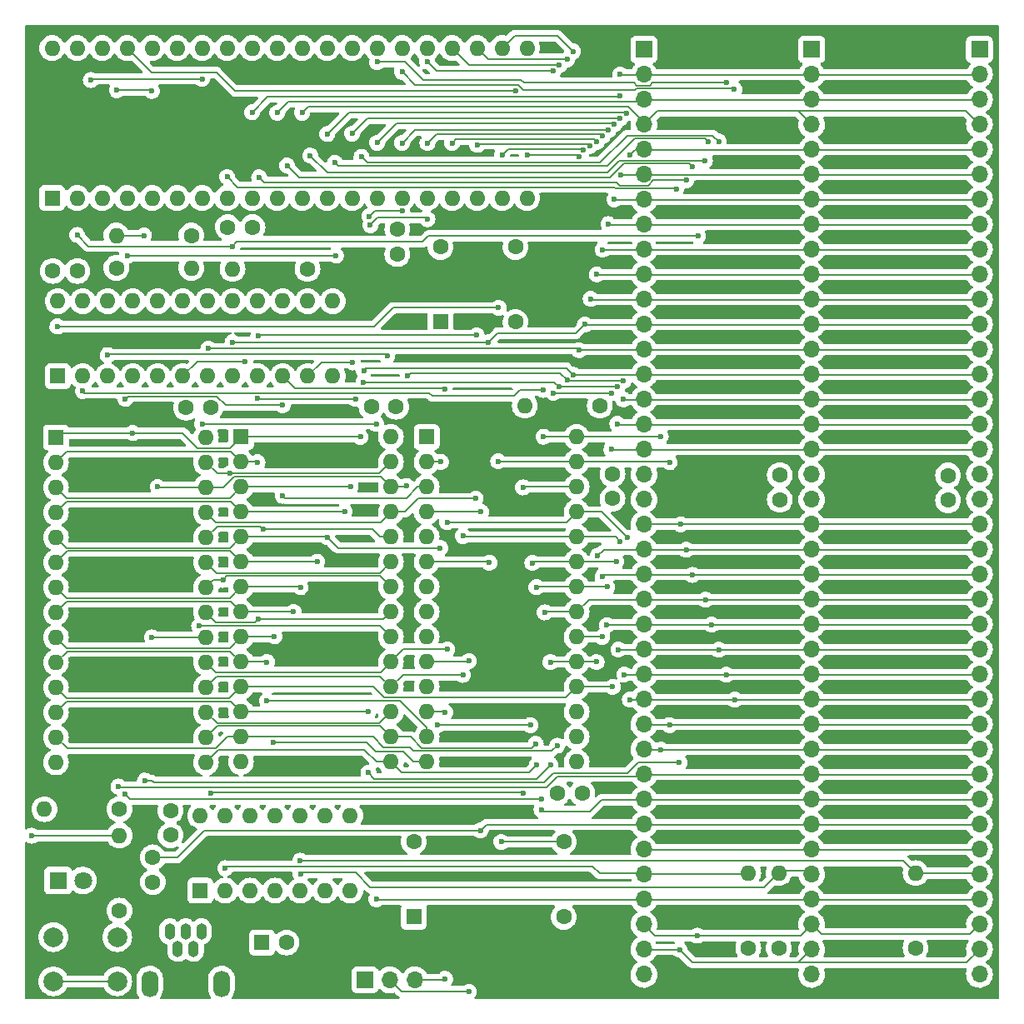
<source format=gbr>
%TF.GenerationSoftware,KiCad,Pcbnew,(6.0.11)*%
%TF.CreationDate,2023-07-08T13:40:51+12:00*%
%TF.ProjectId,6502-retro,36353032-2d72-4657-9472-6f2e6b696361,1.1*%
%TF.SameCoordinates,Original*%
%TF.FileFunction,Copper,L1,Top*%
%TF.FilePolarity,Positive*%
%FSLAX46Y46*%
G04 Gerber Fmt 4.6, Leading zero omitted, Abs format (unit mm)*
G04 Created by KiCad (PCBNEW (6.0.11)) date 2023-07-08 13:40:51*
%MOMM*%
%LPD*%
G01*
G04 APERTURE LIST*
%TA.AperFunction,ComponentPad*%
%ADD10R,1.600000X1.600000*%
%TD*%
%TA.AperFunction,ComponentPad*%
%ADD11C,1.600000*%
%TD*%
%TA.AperFunction,ComponentPad*%
%ADD12O,1.600000X1.600000*%
%TD*%
%TA.AperFunction,ComponentPad*%
%ADD13R,1.700000X1.700000*%
%TD*%
%TA.AperFunction,ComponentPad*%
%ADD14O,1.700000X1.700000*%
%TD*%
%TA.AperFunction,ComponentPad*%
%ADD15O,1.100000X1.650000*%
%TD*%
%TA.AperFunction,ComponentPad*%
%ADD16O,1.700000X2.700000*%
%TD*%
%TA.AperFunction,ComponentPad*%
%ADD17R,1.800000X1.800000*%
%TD*%
%TA.AperFunction,ComponentPad*%
%ADD18C,1.800000*%
%TD*%
%TA.AperFunction,ComponentPad*%
%ADD19C,2.000000*%
%TD*%
%TA.AperFunction,ViaPad*%
%ADD20C,0.600000*%
%TD*%
%TA.AperFunction,Conductor*%
%ADD21C,0.127000*%
%TD*%
G04 APERTURE END LIST*
D10*
%TO.P,X2,1,Vcontrol*%
%TO.N,unconnected-(X2-Pad1)*%
X132310000Y-143640000D03*
D11*
%TO.P,X2,7,GND*%
%TO.N,GND*%
X147550000Y-143640000D03*
%TO.P,X2,8,OUT*%
%TO.N,Net-(U3-Pad6)*%
X147550000Y-136020000D03*
%TO.P,X2,14,Vcc*%
%TO.N,+5V*%
X132310000Y-136020000D03*
%TD*%
%TO.P,R6,1*%
%TO.N,+5V*%
X109700000Y-74400000D03*
D12*
%TO.P,R6,2*%
%TO.N,/BE*%
X102080000Y-74400000D03*
%TD*%
D11*
%TO.P,C4,1*%
%TO.N,+5V*%
X95630000Y-78010000D03*
%TO.P,C4,2*%
%TO.N,GND*%
X98130000Y-78010000D03*
%TD*%
D13*
%TO.P,J1,1,Pin_1*%
%TO.N,GND*%
X155700000Y-55510000D03*
D14*
%TO.P,J1,2,Pin_2*%
%TO.N,/A0*%
X155700000Y-58050000D03*
%TO.P,J1,3,Pin_3*%
%TO.N,/A1*%
X155700000Y-60590000D03*
%TO.P,J1,4,Pin_4*%
%TO.N,/A2*%
X155700000Y-63130000D03*
%TO.P,J1,5,Pin_5*%
%TO.N,/A3*%
X155700000Y-65670000D03*
%TO.P,J1,6,Pin_6*%
%TO.N,/A4*%
X155700000Y-68210000D03*
%TO.P,J1,7,Pin_7*%
%TO.N,/A5*%
X155700000Y-70750000D03*
%TO.P,J1,8,Pin_8*%
%TO.N,/A6*%
X155700000Y-73290000D03*
%TO.P,J1,9,Pin_9*%
%TO.N,/A7*%
X155700000Y-75830000D03*
%TO.P,J1,10,Pin_10*%
%TO.N,/A8*%
X155700000Y-78370000D03*
%TO.P,J1,11,Pin_11*%
%TO.N,/A9*%
X155700000Y-80910000D03*
%TO.P,J1,12,Pin_12*%
%TO.N,/A10*%
X155700000Y-83450000D03*
%TO.P,J1,13,Pin_13*%
%TO.N,/A11*%
X155700000Y-85990000D03*
%TO.P,J1,14,Pin_14*%
%TO.N,/A12*%
X155700000Y-88530000D03*
%TO.P,J1,15,Pin_15*%
%TO.N,/A13*%
X155700000Y-91070000D03*
%TO.P,J1,16,Pin_16*%
%TO.N,/A14*%
X155700000Y-93610000D03*
%TO.P,J1,17,Pin_17*%
%TO.N,/A15*%
X155700000Y-96150000D03*
%TO.P,J1,18,Pin_18*%
%TO.N,+5V*%
X155700000Y-98690000D03*
%TO.P,J1,19,Pin_19*%
%TO.N,GND*%
X155700000Y-101230000D03*
%TO.P,J1,20,Pin_20*%
%TO.N,/D0*%
X155700000Y-103770000D03*
%TO.P,J1,21,Pin_21*%
%TO.N,/D1*%
X155700000Y-106310000D03*
%TO.P,J1,22,Pin_22*%
%TO.N,/D2*%
X155700000Y-108850000D03*
%TO.P,J1,23,Pin_23*%
%TO.N,/D3*%
X155700000Y-111390000D03*
%TO.P,J1,24,Pin_24*%
%TO.N,/D4*%
X155700000Y-113930000D03*
%TO.P,J1,25,Pin_25*%
%TO.N,/D5*%
X155700000Y-116470000D03*
%TO.P,J1,26,Pin_26*%
%TO.N,/D6*%
X155700000Y-119010000D03*
%TO.P,J1,27,Pin_27*%
%TO.N,/D7*%
X155700000Y-121550000D03*
%TO.P,J1,28,Pin_28*%
%TO.N,/PHI2*%
X155700000Y-124090000D03*
%TO.P,J1,29,Pin_29*%
%TO.N,/R{slash}~{W}*%
X155700000Y-126630000D03*
%TO.P,J1,30,Pin_30*%
%TO.N,/~{IO_CS2}*%
X155700000Y-129170000D03*
%TO.P,J1,31,Pin_31*%
%TO.N,/~{IO_CS1}*%
X155700000Y-131710000D03*
%TO.P,J1,32,Pin_32*%
%TO.N,/~{RST}*%
X155700000Y-134250000D03*
%TO.P,J1,33,Pin_33*%
%TO.N,/USR1*%
X155700000Y-136790000D03*
%TO.P,J1,34,Pin_34*%
%TO.N,/~{IRQ1}*%
X155700000Y-139330000D03*
%TO.P,J1,35,Pin_35*%
%TO.N,/~{NMI}*%
X155700000Y-141870000D03*
%TO.P,J1,36,Pin_36*%
%TO.N,/RDY*%
X155700000Y-144410000D03*
%TO.P,J1,37,Pin_37*%
%TO.N,/BE*%
X155700000Y-146950000D03*
%TO.P,J1,38,Pin_38*%
%TO.N,GND*%
X155700000Y-149490000D03*
%TD*%
D10*
%TO.P,C12,1*%
%TO.N,GND*%
X116884664Y-146250000D03*
D11*
%TO.P,C12,2*%
%TO.N,+5V*%
X119384664Y-146250000D03*
%TD*%
%TO.P,R10,1*%
%TO.N,+5V*%
X183300000Y-146810000D03*
D12*
%TO.P,R10,2*%
%TO.N,/~{IRQ3}*%
X183300000Y-139190000D03*
%TD*%
D11*
%TO.P,R9,1*%
%TO.N,+5V*%
X169400000Y-146810000D03*
D12*
%TO.P,R9,2*%
%TO.N,/~{IRQ2}*%
X169400000Y-139190000D03*
%TD*%
D11*
%TO.P,C8,1*%
%TO.N,+5V*%
X169510000Y-98750000D03*
%TO.P,C8,2*%
%TO.N,GND*%
X169510000Y-101250000D03*
%TD*%
%TO.P,R5,1*%
%TO.N,+5V*%
X121510000Y-77800000D03*
D12*
%TO.P,R5,2*%
%TO.N,/RDY*%
X113890000Y-77800000D03*
%TD*%
D10*
%TO.P,U5,1,CLK/IN*%
%TO.N,/PHI2*%
X96140000Y-88700000D03*
D12*
%TO.P,U5,2,IN*%
%TO.N,/R{slash}~{W}*%
X98680000Y-88700000D03*
%TO.P,U5,3,IN*%
%TO.N,/A15*%
X101220000Y-88700000D03*
%TO.P,U5,4,IN*%
%TO.N,/A14*%
X103760000Y-88700000D03*
%TO.P,U5,5,IN*%
%TO.N,/A13*%
X106300000Y-88700000D03*
%TO.P,U5,6,IN*%
%TO.N,/A12*%
X108840000Y-88700000D03*
%TO.P,U5,7,IN*%
%TO.N,/A11*%
X111380000Y-88700000D03*
%TO.P,U5,8,IN*%
%TO.N,/A10*%
X113920000Y-88700000D03*
%TO.P,U5,9,IN*%
%TO.N,/A9*%
X116460000Y-88700000D03*
%TO.P,U5,10,IN*%
%TO.N,/A8*%
X119000000Y-88700000D03*
%TO.P,U5,11,IN*%
%TO.N,/A7*%
X121540000Y-88700000D03*
%TO.P,U5,12,GND*%
%TO.N,GND*%
X124080000Y-88700000D03*
%TO.P,U5,13,IN*%
%TO.N,unconnected-(U5-Pad13)*%
X124080000Y-81080000D03*
%TO.P,U5,14,I/O*%
%TO.N,unconnected-(U5-Pad14)*%
X121540000Y-81080000D03*
%TO.P,U5,15,I/O*%
%TO.N,unconnected-(U5-Pad15)*%
X119000000Y-81080000D03*
%TO.P,U5,16,I/O*%
%TO.N,unconnected-(U5-Pad16)*%
X116460000Y-81080000D03*
%TO.P,U5,17,I/O*%
%TO.N,/~{WE}*%
X113920000Y-81080000D03*
%TO.P,U5,18,I/O*%
%TO.N,/~{OE}*%
X111380000Y-81080000D03*
%TO.P,U5,19,I/O*%
%TO.N,/~{RAM_CS}*%
X108840000Y-81080000D03*
%TO.P,U5,20,I/O*%
%TO.N,/~{ROM_CS}*%
X106300000Y-81080000D03*
%TO.P,U5,21,I/O*%
%TO.N,/~{IO_CS1}*%
X103760000Y-81080000D03*
%TO.P,U5,22,I/O*%
%TO.N,/~{IO_CS2}*%
X101220000Y-81080000D03*
%TO.P,U5,23,I/O*%
%TO.N,unconnected-(U5-Pad23)*%
X98680000Y-81080000D03*
%TO.P,U5,24,VCC*%
%TO.N,+5V*%
X96140000Y-81080000D03*
%TD*%
D11*
%TO.P,C1,1*%
%TO.N,+5V*%
X113420000Y-73570000D03*
%TO.P,C1,2*%
%TO.N,GND*%
X115920000Y-73570000D03*
%TD*%
D10*
%TO.P,U3,1,VSS*%
%TO.N,GND*%
X133620000Y-94880000D03*
D12*
%TO.P,U3,2,CS1*%
%TO.N,/A5*%
X133620000Y-97420000D03*
%TO.P,U3,3,~{CS2}*%
%TO.N,/~{IO_CS1}*%
X133620000Y-99960000D03*
%TO.P,U3,4,~{RES}*%
%TO.N,/~{RST}*%
X133620000Y-102500000D03*
%TO.P,U3,5,RxC*%
%TO.N,unconnected-(U3-Pad5)*%
X133620000Y-105040000D03*
%TO.P,U3,6,XTAL1*%
%TO.N,Net-(U3-Pad6)*%
X133620000Y-107580000D03*
%TO.P,U3,7,XTAL2*%
%TO.N,unconnected-(U3-Pad7)*%
X133620000Y-110120000D03*
%TO.P,U3,8,~{RTS}*%
%TO.N,unconnected-(U3-Pad8)*%
X133620000Y-112660000D03*
%TO.P,U3,9,~{CTS}*%
%TO.N,GND*%
X133620000Y-115200000D03*
%TO.P,U3,10,TxD*%
%TO.N,/RxD*%
X133620000Y-117740000D03*
%TO.P,U3,11,~{DTR}*%
%TO.N,unconnected-(U3-Pad11)*%
X133620000Y-120280000D03*
%TO.P,U3,12,RxD*%
%TO.N,/TxD*%
X133620000Y-122820000D03*
%TO.P,U3,13,RS0*%
%TO.N,/A0*%
X133620000Y-125360000D03*
%TO.P,U3,14,RS1*%
%TO.N,/A1*%
X133620000Y-127900000D03*
%TO.P,U3,15,VCC*%
%TO.N,+5V*%
X148860000Y-127900000D03*
%TO.P,U3,16,~{DCD}*%
%TO.N,GND*%
X148860000Y-125360000D03*
%TO.P,U3,17,~{DSR}*%
X148860000Y-122820000D03*
%TO.P,U3,18,D0*%
%TO.N,/D0*%
X148860000Y-120280000D03*
%TO.P,U3,19,D1*%
%TO.N,/D1*%
X148860000Y-117740000D03*
%TO.P,U3,20,D2*%
%TO.N,/D2*%
X148860000Y-115200000D03*
%TO.P,U3,21,D3*%
%TO.N,/D3*%
X148860000Y-112660000D03*
%TO.P,U3,22,D4*%
%TO.N,/D4*%
X148860000Y-110120000D03*
%TO.P,U3,23,D5*%
%TO.N,/D5*%
X148860000Y-107580000D03*
%TO.P,U3,24,D6*%
%TO.N,/D6*%
X148860000Y-105040000D03*
%TO.P,U3,25,D7*%
%TO.N,/D7*%
X148860000Y-102500000D03*
%TO.P,U3,26,~{IRQ}*%
%TO.N,/~{ACIA_IRQ}*%
X148860000Y-99960000D03*
%TO.P,U3,27,\u03D52*%
%TO.N,/PHI2*%
X148860000Y-97420000D03*
%TO.P,U3,28,R/~{W}*%
%TO.N,/R{slash}~{W}*%
X148860000Y-94880000D03*
%TD*%
D15*
%TO.P,J4,1*%
%TO.N,+5V*%
X107520000Y-145135000D03*
%TO.P,J4,2*%
%TO.N,unconnected-(J4-Pad2)*%
X108320000Y-146885000D03*
%TO.P,J4,3*%
%TO.N,unconnected-(J4-Pad3)*%
X109120000Y-145135000D03*
%TO.P,J4,4*%
%TO.N,unconnected-(J4-Pad4)*%
X109920000Y-146885000D03*
%TO.P,J4,5*%
%TO.N,GND*%
X110720000Y-145135000D03*
D16*
%TO.P,J4,SH*%
X112770000Y-150460000D03*
X105470000Y-150460000D03*
%TD*%
D17*
%TO.P,D1,1,K*%
%TO.N,GND*%
X96160000Y-139950000D03*
D18*
%TO.P,D1,2,A*%
%TO.N,Net-(D1-Pad2)*%
X98700000Y-139950000D03*
%TD*%
D13*
%TO.P,J2,1,Pin_1*%
%TO.N,GND*%
X172747500Y-55510000D03*
D14*
%TO.P,J2,2,Pin_2*%
%TO.N,/A0*%
X172747500Y-58050000D03*
%TO.P,J2,3,Pin_3*%
%TO.N,/A1*%
X172747500Y-60590000D03*
%TO.P,J2,4,Pin_4*%
%TO.N,/A2*%
X172747500Y-63130000D03*
%TO.P,J2,5,Pin_5*%
%TO.N,/A3*%
X172747500Y-65670000D03*
%TO.P,J2,6,Pin_6*%
%TO.N,/A4*%
X172747500Y-68210000D03*
%TO.P,J2,7,Pin_7*%
%TO.N,/A5*%
X172747500Y-70750000D03*
%TO.P,J2,8,Pin_8*%
%TO.N,/A6*%
X172747500Y-73290000D03*
%TO.P,J2,9,Pin_9*%
%TO.N,/A7*%
X172747500Y-75830000D03*
%TO.P,J2,10,Pin_10*%
%TO.N,/A8*%
X172747500Y-78370000D03*
%TO.P,J2,11,Pin_11*%
%TO.N,/A9*%
X172747500Y-80910000D03*
%TO.P,J2,12,Pin_12*%
%TO.N,/A10*%
X172747500Y-83450000D03*
%TO.P,J2,13,Pin_13*%
%TO.N,/A11*%
X172747500Y-85990000D03*
%TO.P,J2,14,Pin_14*%
%TO.N,/A12*%
X172747500Y-88530000D03*
%TO.P,J2,15,Pin_15*%
%TO.N,/A13*%
X172747500Y-91070000D03*
%TO.P,J2,16,Pin_16*%
%TO.N,/A14*%
X172747500Y-93610000D03*
%TO.P,J2,17,Pin_17*%
%TO.N,/A15*%
X172747500Y-96150000D03*
%TO.P,J2,18,Pin_18*%
%TO.N,+5V*%
X172747500Y-98690000D03*
%TO.P,J2,19,Pin_19*%
%TO.N,GND*%
X172747500Y-101230000D03*
%TO.P,J2,20,Pin_20*%
%TO.N,/D0*%
X172747500Y-103770000D03*
%TO.P,J2,21,Pin_21*%
%TO.N,/D1*%
X172747500Y-106310000D03*
%TO.P,J2,22,Pin_22*%
%TO.N,/D2*%
X172747500Y-108850000D03*
%TO.P,J2,23,Pin_23*%
%TO.N,/D3*%
X172747500Y-111390000D03*
%TO.P,J2,24,Pin_24*%
%TO.N,/D4*%
X172747500Y-113930000D03*
%TO.P,J2,25,Pin_25*%
%TO.N,/D5*%
X172747500Y-116470000D03*
%TO.P,J2,26,Pin_26*%
%TO.N,/D6*%
X172747500Y-119010000D03*
%TO.P,J2,27,Pin_27*%
%TO.N,/D7*%
X172747500Y-121550000D03*
%TO.P,J2,28,Pin_28*%
%TO.N,/PHI2*%
X172747500Y-124090000D03*
%TO.P,J2,29,Pin_29*%
%TO.N,/R{slash}~{W}*%
X172747500Y-126630000D03*
%TO.P,J2,30,Pin_30*%
%TO.N,/~{IO_CS2}*%
X172747500Y-129170000D03*
%TO.P,J2,31,Pin_31*%
%TO.N,/~{IO_CS1}*%
X172747500Y-131710000D03*
%TO.P,J2,32,Pin_32*%
%TO.N,/~{RST}*%
X172747500Y-134250000D03*
%TO.P,J2,33,Pin_33*%
%TO.N,/USR1*%
X172747500Y-136790000D03*
%TO.P,J2,34,Pin_34*%
%TO.N,/~{IRQ2}*%
X172747500Y-139330000D03*
%TO.P,J2,35,Pin_35*%
%TO.N,/~{NMI}*%
X172747500Y-141870000D03*
%TO.P,J2,36,Pin_36*%
%TO.N,/RDY*%
X172747500Y-144410000D03*
%TO.P,J2,37,Pin_37*%
%TO.N,/BE*%
X172747500Y-146950000D03*
%TO.P,J2,38,Pin_38*%
%TO.N,GND*%
X172747500Y-149490000D03*
%TD*%
D10*
%TO.P,U4,1,~{VP}*%
%TO.N,unconnected-(U4-Pad1)*%
X95565000Y-70605000D03*
D12*
%TO.P,U4,2,RDY*%
%TO.N,/RDY*%
X98105000Y-70605000D03*
%TO.P,U4,3,\u03D51*%
%TO.N,unconnected-(U4-Pad3)*%
X100645000Y-70605000D03*
%TO.P,U4,4,~{IRQ}*%
%TO.N,/~{IRQ}*%
X103185000Y-70605000D03*
%TO.P,U4,5,~{ML}*%
%TO.N,unconnected-(U4-Pad5)*%
X105725000Y-70605000D03*
%TO.P,U4,6,~{NMI}*%
%TO.N,/~{NMI}*%
X108265000Y-70605000D03*
%TO.P,U4,7,SYNC*%
%TO.N,unconnected-(U4-Pad7)*%
X110805000Y-70605000D03*
%TO.P,U4,8,VDD*%
%TO.N,+5V*%
X113345000Y-70605000D03*
%TO.P,U4,9,A0*%
%TO.N,/A0*%
X115885000Y-70605000D03*
%TO.P,U4,10,A1*%
%TO.N,/A1*%
X118425000Y-70605000D03*
%TO.P,U4,11,A2*%
%TO.N,/A2*%
X120965000Y-70605000D03*
%TO.P,U4,12,A3*%
%TO.N,/A3*%
X123505000Y-70605000D03*
%TO.P,U4,13,A4*%
%TO.N,/A4*%
X126045000Y-70605000D03*
%TO.P,U4,14,A5*%
%TO.N,/A5*%
X128585000Y-70605000D03*
%TO.P,U4,15,A6*%
%TO.N,/A6*%
X131125000Y-70605000D03*
%TO.P,U4,16,A7*%
%TO.N,/A7*%
X133665000Y-70605000D03*
%TO.P,U4,17,A8*%
%TO.N,/A8*%
X136205000Y-70605000D03*
%TO.P,U4,18,A9*%
%TO.N,/A9*%
X138745000Y-70605000D03*
%TO.P,U4,19,A10*%
%TO.N,/A10*%
X141285000Y-70605000D03*
%TO.P,U4,20,A11*%
%TO.N,/A11*%
X143825000Y-70605000D03*
%TO.P,U4,21,VSS*%
%TO.N,GND*%
X143825000Y-55365000D03*
%TO.P,U4,22,A12*%
%TO.N,/A12*%
X141285000Y-55365000D03*
%TO.P,U4,23,A13*%
%TO.N,/A13*%
X138745000Y-55365000D03*
%TO.P,U4,24,A14*%
%TO.N,/A14*%
X136205000Y-55365000D03*
%TO.P,U4,25,A15*%
%TO.N,/A15*%
X133665000Y-55365000D03*
%TO.P,U4,26,D7*%
%TO.N,/D7*%
X131125000Y-55365000D03*
%TO.P,U4,27,D6*%
%TO.N,/D6*%
X128585000Y-55365000D03*
%TO.P,U4,28,D5*%
%TO.N,/D5*%
X126045000Y-55365000D03*
%TO.P,U4,29,D4*%
%TO.N,/D4*%
X123505000Y-55365000D03*
%TO.P,U4,30,D3*%
%TO.N,/D3*%
X120965000Y-55365000D03*
%TO.P,U4,31,D2*%
%TO.N,/D2*%
X118425000Y-55365000D03*
%TO.P,U4,32,D1*%
%TO.N,/D1*%
X115885000Y-55365000D03*
%TO.P,U4,33,D0*%
%TO.N,/D0*%
X113345000Y-55365000D03*
%TO.P,U4,34,R/~{W}*%
%TO.N,/R{slash}~{W}*%
X110805000Y-55365000D03*
%TO.P,U4,35,nc*%
%TO.N,unconnected-(U4-Pad35)*%
X108265000Y-55365000D03*
%TO.P,U4,36,BE*%
%TO.N,/BE*%
X105725000Y-55365000D03*
%TO.P,U4,37,\u03D50*%
%TO.N,/PHI2*%
X103185000Y-55365000D03*
%TO.P,U4,38,~{SO}*%
%TO.N,unconnected-(U4-Pad38)*%
X100645000Y-55365000D03*
%TO.P,U4,39,\u03D52*%
%TO.N,unconnected-(U4-Pad39)*%
X98105000Y-55365000D03*
%TO.P,U4,40,~{RES}*%
%TO.N,/~{RST}*%
X95565000Y-55365000D03*
%TD*%
D13*
%TO.P,J5,1,Pin_1*%
%TO.N,GND*%
X127360000Y-150050000D03*
D14*
%TO.P,J5,2,Pin_2*%
%TO.N,/RxD*%
X129900000Y-150050000D03*
%TO.P,J5,3,Pin_3*%
%TO.N,/TxD*%
X132440000Y-150050000D03*
%TD*%
D11*
%TO.P,R8,1*%
%TO.N,+5V*%
X166300000Y-146810000D03*
D12*
%TO.P,R8,2*%
%TO.N,/~{IRQ1}*%
X166300000Y-139190000D03*
%TD*%
D11*
%TO.P,R1,1*%
%TO.N,+5V*%
X102400000Y-143000000D03*
D12*
%TO.P,R1,2*%
%TO.N,/~{RST}*%
X102400000Y-135380000D03*
%TD*%
D13*
%TO.P,J3,1,Pin_1*%
%TO.N,GND*%
X189795000Y-55510000D03*
D14*
%TO.P,J3,2,Pin_2*%
%TO.N,/A0*%
X189795000Y-58050000D03*
%TO.P,J3,3,Pin_3*%
%TO.N,/A1*%
X189795000Y-60590000D03*
%TO.P,J3,4,Pin_4*%
%TO.N,/A2*%
X189795000Y-63130000D03*
%TO.P,J3,5,Pin_5*%
%TO.N,/A3*%
X189795000Y-65670000D03*
%TO.P,J3,6,Pin_6*%
%TO.N,/A4*%
X189795000Y-68210000D03*
%TO.P,J3,7,Pin_7*%
%TO.N,/A5*%
X189795000Y-70750000D03*
%TO.P,J3,8,Pin_8*%
%TO.N,/A6*%
X189795000Y-73290000D03*
%TO.P,J3,9,Pin_9*%
%TO.N,/A7*%
X189795000Y-75830000D03*
%TO.P,J3,10,Pin_10*%
%TO.N,/A8*%
X189795000Y-78370000D03*
%TO.P,J3,11,Pin_11*%
%TO.N,/A9*%
X189795000Y-80910000D03*
%TO.P,J3,12,Pin_12*%
%TO.N,/A10*%
X189795000Y-83450000D03*
%TO.P,J3,13,Pin_13*%
%TO.N,/A11*%
X189795000Y-85990000D03*
%TO.P,J3,14,Pin_14*%
%TO.N,/A12*%
X189795000Y-88530000D03*
%TO.P,J3,15,Pin_15*%
%TO.N,/A13*%
X189795000Y-91070000D03*
%TO.P,J3,16,Pin_16*%
%TO.N,/A14*%
X189795000Y-93610000D03*
%TO.P,J3,17,Pin_17*%
%TO.N,/A15*%
X189795000Y-96150000D03*
%TO.P,J3,18,Pin_18*%
%TO.N,+5V*%
X189795000Y-98690000D03*
%TO.P,J3,19,Pin_19*%
%TO.N,GND*%
X189795000Y-101230000D03*
%TO.P,J3,20,Pin_20*%
%TO.N,/D0*%
X189795000Y-103770000D03*
%TO.P,J3,21,Pin_21*%
%TO.N,/D1*%
X189795000Y-106310000D03*
%TO.P,J3,22,Pin_22*%
%TO.N,/D2*%
X189795000Y-108850000D03*
%TO.P,J3,23,Pin_23*%
%TO.N,/D3*%
X189795000Y-111390000D03*
%TO.P,J3,24,Pin_24*%
%TO.N,/D4*%
X189795000Y-113930000D03*
%TO.P,J3,25,Pin_25*%
%TO.N,/D5*%
X189795000Y-116470000D03*
%TO.P,J3,26,Pin_26*%
%TO.N,/D6*%
X189795000Y-119010000D03*
%TO.P,J3,27,Pin_27*%
%TO.N,/D7*%
X189795000Y-121550000D03*
%TO.P,J3,28,Pin_28*%
%TO.N,/PHI2*%
X189795000Y-124090000D03*
%TO.P,J3,29,Pin_29*%
%TO.N,/R{slash}~{W}*%
X189795000Y-126630000D03*
%TO.P,J3,30,Pin_30*%
%TO.N,/~{IO_CS2}*%
X189795000Y-129170000D03*
%TO.P,J3,31,Pin_31*%
%TO.N,/~{IO_CS1}*%
X189795000Y-131710000D03*
%TO.P,J3,32,Pin_32*%
%TO.N,/~{RST}*%
X189795000Y-134250000D03*
%TO.P,J3,33,Pin_33*%
%TO.N,/USR1*%
X189795000Y-136790000D03*
%TO.P,J3,34,Pin_34*%
%TO.N,/~{IRQ3}*%
X189795000Y-139330000D03*
%TO.P,J3,35,Pin_35*%
%TO.N,/~{NMI}*%
X189795000Y-141870000D03*
%TO.P,J3,36,Pin_36*%
%TO.N,/RDY*%
X189795000Y-144410000D03*
%TO.P,J3,37,Pin_37*%
%TO.N,/BE*%
X189795000Y-146950000D03*
%TO.P,J3,38,Pin_38*%
%TO.N,GND*%
X189795000Y-149490000D03*
%TD*%
D11*
%TO.P,C3,1*%
%TO.N,+5V*%
X130510000Y-91810000D03*
%TO.P,C3,2*%
%TO.N,GND*%
X128010000Y-91810000D03*
%TD*%
%TO.P,C10,1*%
%TO.N,+5V*%
X149410000Y-131050000D03*
%TO.P,C10,2*%
%TO.N,GND*%
X146910000Y-131050000D03*
%TD*%
D10*
%TO.P,U6,1,1A*%
%TO.N,/~{ACIA_IRQ}*%
X110615000Y-140980000D03*
D12*
%TO.P,U6,2,1B*%
%TO.N,/~{IRQ1}*%
X113155000Y-140980000D03*
%TO.P,U6,3,1Y*%
%TO.N,Net-(U6-Pad3)*%
X115695000Y-140980000D03*
%TO.P,U6,4,2A*%
X118235000Y-140980000D03*
%TO.P,U6,5,2B*%
%TO.N,/~{IRQ2}*%
X120775000Y-140980000D03*
%TO.P,U6,6,2Y*%
%TO.N,Net-(U6-Pad6)*%
X123315000Y-140980000D03*
%TO.P,U6,7,GND*%
%TO.N,GND*%
X125855000Y-140980000D03*
%TO.P,U6,8,3Y*%
%TO.N,/~{IRQ}*%
X125855000Y-133360000D03*
%TO.P,U6,9,3A*%
%TO.N,Net-(U6-Pad6)*%
X123315000Y-133360000D03*
%TO.P,U6,10,3B*%
%TO.N,/~{IRQ3}*%
X120775000Y-133360000D03*
%TO.P,U6,11,4Y*%
%TO.N,unconnected-(U6-Pad11)*%
X118235000Y-133360000D03*
%TO.P,U6,12,4A*%
%TO.N,GND*%
X115695000Y-133360000D03*
%TO.P,U6,13,4B*%
X113155000Y-133360000D03*
%TO.P,U6,14,VCC*%
%TO.N,+5V*%
X110615000Y-133360000D03*
%TD*%
D10*
%TO.P,X1,1,EN*%
%TO.N,unconnected-(X1-Pad1)*%
X135030000Y-83200000D03*
D11*
%TO.P,X1,4,GND*%
%TO.N,GND*%
X142650000Y-83200000D03*
%TO.P,X1,5,OUT*%
%TO.N,/PHI2*%
X142650000Y-75580000D03*
%TO.P,X1,8,Vcc*%
%TO.N,+5V*%
X135030000Y-75580000D03*
%TD*%
%TO.P,C7,1*%
%TO.N,/~{RST}*%
X105800000Y-137600000D03*
%TO.P,C7,2*%
%TO.N,GND*%
X105800000Y-140100000D03*
%TD*%
%TO.P,C5,1*%
%TO.N,+5V*%
X130640000Y-76300000D03*
%TO.P,C5,2*%
%TO.N,GND*%
X130640000Y-73800000D03*
%TD*%
%TO.P,C11,1*%
%TO.N,+5V*%
X107600000Y-132850000D03*
%TO.P,C11,2*%
%TO.N,GND*%
X107600000Y-135350000D03*
%TD*%
D10*
%TO.P,U2,1,A14*%
%TO.N,/A14*%
X95955000Y-94925000D03*
D12*
%TO.P,U2,2,A12*%
%TO.N,/A12*%
X95955000Y-97465000D03*
%TO.P,U2,3,A7*%
%TO.N,/A7*%
X95955000Y-100005000D03*
%TO.P,U2,4,A6*%
%TO.N,/A6*%
X95955000Y-102545000D03*
%TO.P,U2,5,A5*%
%TO.N,/A5*%
X95955000Y-105085000D03*
%TO.P,U2,6,A4*%
%TO.N,/A4*%
X95955000Y-107625000D03*
%TO.P,U2,7,A3*%
%TO.N,/A3*%
X95955000Y-110165000D03*
%TO.P,U2,8,A2*%
%TO.N,/A2*%
X95955000Y-112705000D03*
%TO.P,U2,9,A1*%
%TO.N,/A1*%
X95955000Y-115245000D03*
%TO.P,U2,10,A0*%
%TO.N,/A0*%
X95955000Y-117785000D03*
%TO.P,U2,11,D0*%
%TO.N,/D0*%
X95955000Y-120325000D03*
%TO.P,U2,12,D1*%
%TO.N,/D1*%
X95955000Y-122865000D03*
%TO.P,U2,13,D2*%
%TO.N,/D2*%
X95955000Y-125405000D03*
%TO.P,U2,14,GND*%
%TO.N,GND*%
X95955000Y-127945000D03*
%TO.P,U2,15,D3*%
%TO.N,/D3*%
X111195000Y-127945000D03*
%TO.P,U2,16,D4*%
%TO.N,/D4*%
X111195000Y-125405000D03*
%TO.P,U2,17,D5*%
%TO.N,/D5*%
X111195000Y-122865000D03*
%TO.P,U2,18,D6*%
%TO.N,/D6*%
X111195000Y-120325000D03*
%TO.P,U2,19,D7*%
%TO.N,/D7*%
X111195000Y-117785000D03*
%TO.P,U2,20,~{CS}*%
%TO.N,/~{ROM_CS}*%
X111195000Y-115245000D03*
%TO.P,U2,21,A10*%
%TO.N,/A10*%
X111195000Y-112705000D03*
%TO.P,U2,22,~{OE}*%
%TO.N,/~{OE}*%
X111195000Y-110165000D03*
%TO.P,U2,23,A11*%
%TO.N,/A11*%
X111195000Y-107625000D03*
%TO.P,U2,24,A9*%
%TO.N,/A9*%
X111195000Y-105085000D03*
%TO.P,U2,25,A8*%
%TO.N,/A8*%
X111195000Y-102545000D03*
%TO.P,U2,26,A13*%
%TO.N,/A13*%
X111195000Y-100005000D03*
%TO.P,U2,27,~{WE}*%
%TO.N,/~{WE}*%
X111195000Y-97465000D03*
%TO.P,U2,28,VCC*%
%TO.N,+5V*%
X111195000Y-94925000D03*
%TD*%
D11*
%TO.P,C9,1*%
%TO.N,+5V*%
X186600000Y-98800000D03*
%TO.P,C9,2*%
%TO.N,GND*%
X186600000Y-101300000D03*
%TD*%
%TO.P,R7,1*%
%TO.N,Net-(D1-Pad2)*%
X102400000Y-132700000D03*
D12*
%TO.P,R7,2*%
%TO.N,+5V*%
X94780000Y-132700000D03*
%TD*%
D10*
%TO.P,U1,1,A14*%
%TO.N,/A14*%
X114750000Y-94885000D03*
D12*
%TO.P,U1,2,A12*%
%TO.N,/A12*%
X114750000Y-97425000D03*
%TO.P,U1,3,A7*%
%TO.N,/A7*%
X114750000Y-99965000D03*
%TO.P,U1,4,A6*%
%TO.N,/A6*%
X114750000Y-102505000D03*
%TO.P,U1,5,A5*%
%TO.N,/A5*%
X114750000Y-105045000D03*
%TO.P,U1,6,A4*%
%TO.N,/A4*%
X114750000Y-107585000D03*
%TO.P,U1,7,A3*%
%TO.N,/A3*%
X114750000Y-110125000D03*
%TO.P,U1,8,A2*%
%TO.N,/A2*%
X114750000Y-112665000D03*
%TO.P,U1,9,A1*%
%TO.N,/A1*%
X114750000Y-115205000D03*
%TO.P,U1,10,A0*%
%TO.N,/A0*%
X114750000Y-117745000D03*
%TO.P,U1,11,Q0*%
%TO.N,/D0*%
X114750000Y-120285000D03*
%TO.P,U1,12,Q1*%
%TO.N,/D1*%
X114750000Y-122825000D03*
%TO.P,U1,13,Q2*%
%TO.N,/D2*%
X114750000Y-125365000D03*
%TO.P,U1,14,GND*%
%TO.N,GND*%
X114750000Y-127905000D03*
%TO.P,U1,15,Q3*%
%TO.N,/D3*%
X129990000Y-127905000D03*
%TO.P,U1,16,Q4*%
%TO.N,/D4*%
X129990000Y-125365000D03*
%TO.P,U1,17,Q5*%
%TO.N,/D5*%
X129990000Y-122825000D03*
%TO.P,U1,18,Q6*%
%TO.N,/D6*%
X129990000Y-120285000D03*
%TO.P,U1,19,Q7*%
%TO.N,/D7*%
X129990000Y-117745000D03*
%TO.P,U1,20,~{CS}*%
%TO.N,/~{RAM_CS}*%
X129990000Y-115205000D03*
%TO.P,U1,21,A10*%
%TO.N,/A10*%
X129990000Y-112665000D03*
%TO.P,U1,22,~{OE}*%
%TO.N,/~{OE}*%
X129990000Y-110125000D03*
%TO.P,U1,23,A11*%
%TO.N,/A11*%
X129990000Y-107585000D03*
%TO.P,U1,24,A9*%
%TO.N,/A9*%
X129990000Y-105045000D03*
%TO.P,U1,25,A8*%
%TO.N,/A8*%
X129990000Y-102505000D03*
%TO.P,U1,26,A13*%
%TO.N,/A13*%
X129990000Y-99965000D03*
%TO.P,U1,27,~{WE}*%
%TO.N,/~{WE}*%
X129990000Y-97425000D03*
%TO.P,U1,28,VCC*%
%TO.N,+5V*%
X129990000Y-94885000D03*
%TD*%
D19*
%TO.P,SW1,1,1*%
%TO.N,GND*%
X102190000Y-145700000D03*
X95690000Y-145700000D03*
%TO.P,SW1,2,2*%
%TO.N,/~{RST}*%
X95690000Y-150200000D03*
X102190000Y-150200000D03*
%TD*%
D11*
%TO.P,C6,1*%
%TO.N,+5V*%
X152500000Y-98650000D03*
%TO.P,C6,2*%
%TO.N,GND*%
X152500000Y-101150000D03*
%TD*%
%TO.P,R2,1*%
%TO.N,+5V*%
X151210000Y-91700000D03*
D12*
%TO.P,R2,2*%
%TO.N,/~{ACIA_IRQ}*%
X143590000Y-91700000D03*
%TD*%
D11*
%TO.P,R4,1*%
%TO.N,+5V*%
X102090000Y-77700000D03*
D12*
%TO.P,R4,2*%
%TO.N,/~{NMI}*%
X109710000Y-77700000D03*
%TD*%
D11*
%TO.P,C2,1*%
%TO.N,+5V*%
X111670000Y-91900000D03*
%TO.P,C2,2*%
%TO.N,GND*%
X109170000Y-91900000D03*
%TD*%
D20*
%TO.N,/~{RST}*%
X139100000Y-134850000D03*
X139150000Y-102500000D03*
X93500000Y-135400000D03*
%TO.N,/A0*%
X117400000Y-117750000D03*
X153300000Y-58050000D03*
X115885000Y-61885000D03*
X153300000Y-60237000D03*
X117400000Y-121700000D03*
%TO.N,/A1*%
X118000000Y-125950000D03*
X118425000Y-61925000D03*
X118163000Y-115150000D03*
%TO.N,/A2*%
X120965000Y-61935000D03*
X120100000Y-112650000D03*
%TO.N,/A3*%
X123505000Y-64100000D03*
X120800000Y-110150000D03*
X153900000Y-61963000D03*
X154300000Y-66200000D03*
%TO.N,/A4*%
X153300000Y-62500000D03*
X122500000Y-107550000D03*
X126050000Y-64050000D03*
X153323102Y-68226898D03*
%TO.N,/A5*%
X135000000Y-106150000D03*
X128585000Y-64985000D03*
X123500000Y-105050000D03*
X135070000Y-97420000D03*
X152700000Y-70750000D03*
X152700000Y-63100000D03*
%TO.N,/A6*%
X131125001Y-71889039D03*
X127800000Y-72450000D03*
X131125000Y-65000000D03*
X152100000Y-63700000D03*
X152100000Y-73250000D03*
X125300000Y-102450000D03*
%TO.N,/A7*%
X151500000Y-64300000D03*
X151500000Y-75850000D03*
X127900000Y-73350000D03*
X125900000Y-99950000D03*
X126100000Y-87300000D03*
X133700000Y-65000000D03*
X133700000Y-72750000D03*
%TO.N,/A8*%
X150900000Y-78350000D03*
X138600000Y-101150000D03*
X135447343Y-89990308D03*
X150900000Y-64900000D03*
X136200000Y-65000000D03*
%TO.N,/A9*%
X117004500Y-104263000D03*
X138745000Y-65200000D03*
X116500000Y-84600000D03*
X138700000Y-84550000D03*
X150200000Y-65300000D03*
X150300001Y-80849999D03*
%TO.N,/A10*%
X113900000Y-85250000D03*
X149700000Y-83450000D03*
X139900000Y-85250000D03*
X149499999Y-65700000D03*
X116500000Y-113400000D03*
X141285000Y-66215000D03*
%TO.N,/A11*%
X143825000Y-66200000D03*
X149100000Y-66400000D03*
X111437000Y-85900000D03*
X149100000Y-86050000D03*
%TO.N,/A12*%
X148500000Y-88550000D03*
X115200000Y-87213000D03*
X116414500Y-90963000D03*
X116437000Y-97450000D03*
X126400000Y-91000000D03*
X148500000Y-55700000D03*
X127237000Y-88137000D03*
%TO.N,/A13*%
X153600000Y-89200000D03*
X147900000Y-56500000D03*
X131700000Y-88700000D03*
X153600000Y-91050000D03*
X106300000Y-99950000D03*
X147900000Y-89100000D03*
X131600000Y-99850000D03*
%TO.N,/A14*%
X153000000Y-89800000D03*
X103760000Y-94490000D03*
X147100000Y-57100000D03*
X147100000Y-89800000D03*
X153000000Y-93550000D03*
X126885000Y-94885000D03*
X127200000Y-89300000D03*
%TO.N,/A15*%
X152400000Y-90400000D03*
X146500000Y-57700000D03*
X133665000Y-56735000D03*
X101200000Y-86550000D03*
X129600000Y-86650000D03*
X152400000Y-96150000D03*
X146500000Y-90400000D03*
%TO.N,/D0*%
X159427000Y-103750000D03*
X113345000Y-68455000D03*
X152526000Y-120274000D03*
X159000000Y-69659499D03*
%TO.N,/D1*%
X127700000Y-129000000D03*
X160000000Y-106335000D03*
X146200000Y-117750000D03*
X151000000Y-106950000D03*
X116600000Y-68500000D03*
X146200000Y-128200000D03*
X150890000Y-117740000D03*
X160000000Y-68800000D03*
X127700000Y-122750000D03*
%TO.N,/D2*%
X119437109Y-67300000D03*
X160610000Y-108896483D03*
X146900000Y-126250000D03*
X151500000Y-109050000D03*
X151469514Y-115200001D03*
X160599999Y-67437380D03*
%TO.N,/D3*%
X145600000Y-112700000D03*
X161963000Y-111415000D03*
X144800000Y-128200000D03*
X121800000Y-66300000D03*
X161900000Y-66800000D03*
%TO.N,/D4*%
X162600000Y-113955000D03*
X124300000Y-67000000D03*
X151937000Y-114000000D03*
X144763000Y-110150000D03*
X162199999Y-64900364D03*
X144700000Y-126050000D03*
X151963000Y-110118290D03*
%TO.N,/D5*%
X127000000Y-66400000D03*
X153110000Y-116490000D03*
X152900000Y-107550000D03*
X144160666Y-124150001D03*
X144373000Y-107685477D03*
X163300000Y-116495000D03*
X134750000Y-124150000D03*
X163300000Y-64850000D03*
%TO.N,/D6*%
X137300000Y-104950000D03*
X128585000Y-56785000D03*
X164100000Y-58887000D03*
X137300000Y-119050000D03*
X153299601Y-105500000D03*
X153720000Y-119030000D03*
X164065000Y-119035000D03*
%TO.N,/D7*%
X135700000Y-116450000D03*
X131125000Y-57775000D03*
X164925000Y-121575000D03*
X135700000Y-103550000D03*
X164900000Y-59550000D03*
X154000000Y-105100000D03*
X154270000Y-121570000D03*
%TO.N,/PHI2*%
X158300000Y-124150000D03*
X142650000Y-59737000D03*
X158300000Y-97450000D03*
X140939500Y-81750000D03*
X140900000Y-97350000D03*
X96100000Y-83650000D03*
%TO.N,/R{slash}~{W}*%
X99500001Y-58600001D03*
X98680000Y-90220000D03*
X145500000Y-94850000D03*
X157400000Y-94850000D03*
X110805000Y-58495000D03*
X157395000Y-126655000D03*
X145500001Y-90100000D03*
%TO.N,/~{IO_CS2}*%
X102300000Y-130400000D03*
%TO.N,/~{IO_CS1}*%
X102999999Y-131199999D03*
X119000000Y-100850000D03*
X103000000Y-91013000D03*
X145300000Y-131700000D03*
X145300000Y-132750000D03*
X118999999Y-91663001D03*
%TO.N,/~{ROM_CS}*%
X105705000Y-115245000D03*
%TO.N,/~{RAM_CS}*%
X110500000Y-114100000D03*
%TO.N,/~{OE}*%
X112915500Y-109400000D03*
%TO.N,/~{WE}*%
X113600000Y-98600002D03*
%TO.N,/~{IRQ}*%
X103200001Y-76450001D03*
X124400000Y-76450000D03*
%TO.N,/~{NMI}*%
X128500000Y-141850000D03*
X110800000Y-93550000D03*
X128500000Y-93550000D03*
%TO.N,/RDY*%
X161200000Y-74449998D03*
X98100000Y-74350000D03*
X113900000Y-75500000D03*
X161100000Y-145550000D03*
%TO.N,/~{ACIA_IRQ}*%
X143400000Y-100000000D03*
X143403501Y-131063000D03*
X111696652Y-131063000D03*
%TO.N,/BE*%
X102150000Y-59650000D03*
X159325000Y-146975000D03*
X105700000Y-59713000D03*
X105000000Y-129800000D03*
X104900000Y-74400000D03*
X159300000Y-127950000D03*
%TO.N,Net-(U3-Pad6)*%
X140000000Y-107650000D03*
X141200000Y-136020000D03*
%TO.N,/TxD*%
X135500000Y-122850000D03*
X135500000Y-149950000D03*
%TO.N,/RxD*%
X137900000Y-117650000D03*
X137900000Y-151250000D03*
%TO.N,/~{IRQ3}*%
X120775000Y-137937000D03*
%TO.N,/~{IRQ2}*%
X120800000Y-139268000D03*
%TO.N,/~{IRQ1}*%
X113155000Y-138705000D03*
%TD*%
D21*
%TO.N,/~{RST}*%
X139150000Y-102500000D02*
X133620000Y-102500000D01*
X102400000Y-135380000D02*
X93520000Y-135380000D01*
X93520000Y-135380000D02*
X93500000Y-135400000D01*
X155700000Y-134270000D02*
X172742500Y-134270000D01*
X108300000Y-137600000D02*
X111050000Y-134850000D01*
X155700000Y-134270000D02*
X139680000Y-134270000D01*
X172747500Y-134275000D02*
X189795000Y-134275000D01*
X111050000Y-134850000D02*
X139100000Y-134850000D01*
X139680000Y-134270000D02*
X139100000Y-134850000D01*
X102050000Y-150200000D02*
X95690000Y-150200000D01*
X105800000Y-137600000D02*
X108300000Y-137600000D01*
%TO.N,/A0*%
X113655000Y-116650000D02*
X97090000Y-116650000D01*
X117395000Y-117745000D02*
X114750000Y-117745000D01*
X133620000Y-125360000D02*
X133620000Y-124420000D01*
X114750000Y-117745000D02*
X113655000Y-116650000D01*
X153325000Y-58075000D02*
X153300000Y-58050000D01*
X189795000Y-58075000D02*
X172747500Y-58075000D01*
X117400000Y-117750000D02*
X117395000Y-117745000D01*
X153300000Y-60237000D02*
X153237000Y-60300000D01*
X97090000Y-116650000D02*
X95955000Y-117785000D01*
X133620000Y-124420000D02*
X130900000Y-121700000D01*
X153237000Y-60300000D02*
X117470000Y-60300000D01*
X155700000Y-58075000D02*
X153325000Y-58075000D01*
X130900000Y-121700000D02*
X117400000Y-121700000D01*
X172747500Y-58075000D02*
X155700000Y-58075000D01*
X117470000Y-60300000D02*
X115885000Y-61885000D01*
%TO.N,/A1*%
X131241500Y-126841500D02*
X128441500Y-126841500D01*
X97060000Y-116350000D02*
X95955000Y-115245000D01*
X128441500Y-126841500D02*
X127550000Y-125950000D01*
X155700000Y-60615000D02*
X172747500Y-60615000D01*
X119550000Y-60800000D02*
X118425000Y-61925000D01*
X113605000Y-116350000D02*
X97060000Y-116350000D01*
X155700000Y-60650000D02*
X155550000Y-60800000D01*
X118108000Y-115205000D02*
X118163000Y-115150000D01*
X127550000Y-125950000D02*
X118000000Y-125950000D01*
X155550000Y-60800000D02*
X119550000Y-60800000D01*
X114750000Y-115205000D02*
X118108000Y-115205000D01*
X172747500Y-60615000D02*
X189795000Y-60615000D01*
X133620000Y-127900000D02*
X132300000Y-127900000D01*
X132300000Y-127900000D02*
X131241500Y-126841500D01*
X114750000Y-115205000D02*
X113605000Y-116350000D01*
%TO.N,/A2*%
X155700000Y-63066186D02*
X155700000Y-62903797D01*
X188377000Y-61737000D02*
X171363000Y-61737000D01*
X157093000Y-61737000D02*
X155700000Y-63130000D01*
X171363000Y-61737000D02*
X171354500Y-61737000D01*
X189795000Y-63155000D02*
X188377000Y-61737000D01*
X114750000Y-112665000D02*
X113688501Y-111603501D01*
X120085000Y-112665000D02*
X114750000Y-112665000D01*
X121600000Y-61300000D02*
X120965000Y-61935000D01*
X155700000Y-62903797D02*
X154096203Y-61300000D01*
X171363000Y-61737000D02*
X157093000Y-61737000D01*
X113688501Y-111603501D02*
X97056499Y-111603501D01*
X97056499Y-111603501D02*
X95955000Y-112705000D01*
X120100000Y-112650000D02*
X120085000Y-112665000D01*
X154096203Y-61300000D02*
X121600000Y-61300000D01*
X171354500Y-61737000D02*
X172747500Y-63130000D01*
%TO.N,/A3*%
X120800000Y-110150000D02*
X120775000Y-110125000D01*
X120775000Y-110125000D02*
X114750000Y-110125000D01*
X153837000Y-61900000D02*
X125705000Y-61900000D01*
X114750000Y-110125000D02*
X113646500Y-111228500D01*
X154805000Y-65695000D02*
X154300000Y-66200000D01*
X189795000Y-65695000D02*
X154805000Y-65695000D01*
X125705000Y-61900000D02*
X123505000Y-64100000D01*
X97018500Y-111228500D02*
X95955000Y-110165000D01*
X113646500Y-111228500D02*
X97018500Y-111228500D01*
X153900000Y-61963000D02*
X153837000Y-61900000D01*
%TO.N,/A4*%
X127600000Y-62500000D02*
X126050000Y-64050000D01*
X122500000Y-107550000D02*
X122465000Y-107585000D01*
X113615000Y-106450000D02*
X97130000Y-106450000D01*
X97130000Y-106450000D02*
X95955000Y-107625000D01*
X172747500Y-68235000D02*
X189795000Y-68235000D01*
X155700000Y-68235000D02*
X153615000Y-68235000D01*
X172747500Y-68235000D02*
X155700000Y-68235000D01*
X122465000Y-107585000D02*
X114750000Y-107585000D01*
X153300000Y-62500000D02*
X127600000Y-62500000D01*
X114750000Y-107585000D02*
X113615000Y-106450000D01*
%TO.N,/A5*%
X114750000Y-105045000D02*
X123495000Y-105045000D01*
X155700000Y-70775000D02*
X152725000Y-70775000D01*
X114750000Y-105045000D02*
X113598501Y-106196499D01*
X123495000Y-105045000D02*
X123500000Y-105050000D01*
X113598501Y-106196499D02*
X97066499Y-106196499D01*
X128585000Y-64985000D02*
X130570000Y-63000000D01*
X189795000Y-70775000D02*
X172747500Y-70775000D01*
X124600000Y-106150000D02*
X135000000Y-106150000D01*
X133620000Y-97420000D02*
X135070000Y-97420000D01*
X155700000Y-70775000D02*
X172747500Y-70775000D01*
X130570000Y-63000000D02*
X152600000Y-63000000D01*
X123500000Y-105050000D02*
X124600000Y-106150000D01*
X152600000Y-63000000D02*
X152700000Y-63100000D01*
X97066499Y-106196499D02*
X95955000Y-105085000D01*
X152725000Y-70775000D02*
X152700000Y-70750000D01*
%TO.N,/A6*%
X125245000Y-102505000D02*
X114750000Y-102505000D01*
X155700000Y-73315000D02*
X152165000Y-73315000D01*
X113726500Y-101481500D02*
X97018500Y-101481500D01*
X128360961Y-71889039D02*
X131125001Y-71889039D01*
X127800000Y-72450000D02*
X128360961Y-71889039D01*
X172747500Y-73315000D02*
X189795000Y-73315000D01*
X132425000Y-63700000D02*
X131125000Y-65000000D01*
X155700000Y-73315000D02*
X172747500Y-73315000D01*
X125300000Y-102450000D02*
X125245000Y-102505000D01*
X152100000Y-63700000D02*
X132425000Y-63700000D01*
X114750000Y-102505000D02*
X113726500Y-101481500D01*
X97018500Y-101481500D02*
X95955000Y-102545000D01*
X152165000Y-73315000D02*
X152100000Y-73250000D01*
%TO.N,/A7*%
X133550000Y-72600000D02*
X128650000Y-72600000D01*
X155700000Y-75855000D02*
X151505000Y-75855000D01*
X133700000Y-72750000D02*
X133550000Y-72600000D01*
X189795000Y-75855000D02*
X172747500Y-75855000D01*
X113646500Y-101068500D02*
X97018500Y-101068500D01*
X151505000Y-75855000D02*
X151500000Y-75850000D01*
X151500000Y-64300000D02*
X151300000Y-64100000D01*
X125885000Y-99965000D02*
X114750000Y-99965000D01*
X134600000Y-64100000D02*
X133700000Y-65000000D01*
X125900000Y-99950000D02*
X125885000Y-99965000D01*
X97018500Y-101068500D02*
X95955000Y-100005000D01*
X128650000Y-72600000D02*
X127900000Y-73350000D01*
X122940000Y-87300000D02*
X126100000Y-87300000D01*
X114750000Y-99965000D02*
X113646500Y-101068500D01*
X121540000Y-88700000D02*
X122940000Y-87300000D01*
X151300000Y-64100000D02*
X134600000Y-64100000D01*
X155700000Y-75855000D02*
X172747500Y-75855000D01*
%TO.N,/A8*%
X150900000Y-64900000D02*
X150600000Y-64600000D01*
X172747500Y-78395000D02*
X189795000Y-78395000D01*
X135397343Y-89940308D02*
X135447343Y-89990308D01*
X150945000Y-78395000D02*
X150900000Y-78350000D01*
X155700000Y-78395000D02*
X150945000Y-78395000D01*
X131433504Y-102505000D02*
X132788504Y-101150000D01*
X136600000Y-64600000D02*
X136200000Y-65000000D01*
X128926500Y-103568500D02*
X129990000Y-102505000D01*
X119000000Y-88700000D02*
X120240308Y-89940308D01*
X111195000Y-102545000D02*
X112218500Y-103568500D01*
X120240308Y-89940308D02*
X135397343Y-89940308D01*
X112218500Y-103568500D02*
X128926500Y-103568500D01*
X129990000Y-102505000D02*
X131433504Y-102505000D01*
X155700000Y-78395000D02*
X172747500Y-78395000D01*
X150600000Y-64600000D02*
X136600000Y-64600000D01*
X132788504Y-101150000D02*
X138600000Y-101150000D01*
%TO.N,/A9*%
X116695001Y-103953501D02*
X117004500Y-104263000D01*
X129990000Y-105045000D02*
X128858630Y-105045000D01*
X150200000Y-65300000D02*
X150000000Y-65100000D01*
X128858630Y-105045000D02*
X128076630Y-104263000D01*
X138700000Y-84550000D02*
X116550000Y-84550000D01*
X189795000Y-80935000D02*
X172747500Y-80935000D01*
X111195000Y-105085000D02*
X112326499Y-103953501D01*
X116550000Y-84550000D02*
X116500000Y-84600000D01*
X138845000Y-65100000D02*
X138745000Y-65200000D01*
X128076630Y-104263000D02*
X117004500Y-104263000D01*
X155700000Y-80935000D02*
X150385002Y-80935000D01*
X112326499Y-103953501D02*
X116695001Y-103953501D01*
X150000000Y-65100000D02*
X138845000Y-65100000D01*
X150385002Y-80935000D02*
X150300001Y-80849999D01*
X155700000Y-80935000D02*
X172747500Y-80935000D01*
%TO.N,/A10*%
X140800000Y-84350000D02*
X139900000Y-85250000D01*
X149399999Y-65600000D02*
X141900000Y-65600000D01*
X149499999Y-65700000D02*
X149399999Y-65600000D01*
X155700000Y-83475000D02*
X149725000Y-83475000D01*
X155700000Y-83475000D02*
X172747500Y-83475000D01*
X139900000Y-85250000D02*
X113900000Y-85250000D01*
X116171500Y-113728500D02*
X116500000Y-113400000D01*
X172747500Y-83475000D02*
X189795000Y-83475000D01*
X112218500Y-113728500D02*
X116171500Y-113728500D01*
X111195000Y-112705000D02*
X112218500Y-113728500D01*
X148800000Y-84350000D02*
X140800000Y-84350000D01*
X141900000Y-65600000D02*
X141285000Y-66215000D01*
X149700000Y-83450000D02*
X148800000Y-84350000D01*
X129255000Y-113400000D02*
X116500000Y-113400000D01*
X149725000Y-83475000D02*
X149700000Y-83450000D01*
X129990000Y-112665000D02*
X129255000Y-113400000D01*
%TO.N,/A11*%
X149135000Y-86015000D02*
X149100000Y-86050000D01*
X155700000Y-86015000D02*
X172747500Y-86015000D01*
X111195000Y-107625000D02*
X112270000Y-108700000D01*
X148950000Y-85900000D02*
X111437000Y-85900000D01*
X112270000Y-108700000D02*
X128875000Y-108700000D01*
X128875000Y-108700000D02*
X129990000Y-107585000D01*
X149100000Y-86050000D02*
X148950000Y-85900000D01*
X143825000Y-66200000D02*
X148900000Y-66200000D01*
X148900000Y-66200000D02*
X149100000Y-66400000D01*
X189795000Y-86015000D02*
X172747500Y-86015000D01*
X155700000Y-86015000D02*
X149135000Y-86015000D01*
%TO.N,/A12*%
X97020000Y-96400000D02*
X113725000Y-96400000D01*
X148505000Y-88555000D02*
X148500000Y-88550000D01*
X116451500Y-91000000D02*
X116414500Y-90963000D01*
X126400000Y-91000000D02*
X116451500Y-91000000D01*
X116412000Y-97425000D02*
X116437000Y-97450000D01*
X172747500Y-88555000D02*
X189795000Y-88555000D01*
X155700000Y-88555000D02*
X172747500Y-88555000D01*
X127474000Y-87900000D02*
X127237000Y-88137000D01*
X146900000Y-54100000D02*
X142550000Y-54100000D01*
X114750000Y-97425000D02*
X116412000Y-97425000D01*
X110327000Y-87213000D02*
X115200000Y-87213000D01*
X148500000Y-55700000D02*
X146900000Y-54100000D01*
X148500000Y-88550000D02*
X147850000Y-87900000D01*
X147850000Y-87900000D02*
X127474000Y-87900000D01*
X95955000Y-97465000D02*
X97020000Y-96400000D01*
X142550000Y-54100000D02*
X141285000Y-55365000D01*
X155700000Y-88555000D02*
X148505000Y-88555000D01*
X113725000Y-96400000D02*
X114750000Y-97425000D01*
X108840000Y-88700000D02*
X110327000Y-87213000D01*
%TO.N,/A13*%
X111195000Y-100005000D02*
X112991205Y-100005000D01*
X106355000Y-100005000D02*
X106300000Y-99950000D01*
X131700000Y-88700000D02*
X132003501Y-88396499D01*
X153645000Y-91095000D02*
X153600000Y-91050000D01*
X114096205Y-98900000D02*
X128925000Y-98900000D01*
X112991205Y-100005000D02*
X114096205Y-98900000D01*
X131485000Y-99965000D02*
X129990000Y-99965000D01*
X128925000Y-98900000D02*
X129990000Y-99965000D01*
X153600000Y-89200000D02*
X148000000Y-89200000D01*
X139880000Y-56500000D02*
X138745000Y-55365000D01*
X155700000Y-91095000D02*
X153645000Y-91095000D01*
X111195000Y-100005000D02*
X106355000Y-100005000D01*
X147196499Y-88396499D02*
X147900000Y-89100000D01*
X189795000Y-91095000D02*
X172747500Y-91095000D01*
X131600000Y-99850000D02*
X131485000Y-99965000D01*
X148000000Y-89200000D02*
X147900000Y-89100000D01*
X132003501Y-88396499D02*
X147196499Y-88396499D01*
X147900000Y-56500000D02*
X139880000Y-56500000D01*
X155700000Y-91095000D02*
X172747500Y-91095000D01*
%TO.N,/A14*%
X114750000Y-94885000D02*
X126885000Y-94885000D01*
X147100000Y-57100000D02*
X137940000Y-57100000D01*
X153085000Y-93635000D02*
X153000000Y-93550000D01*
X137940000Y-57100000D02*
X136205000Y-55365000D01*
X153000000Y-89800000D02*
X147100000Y-89800000D01*
X127200000Y-89300000D02*
X146600000Y-89300000D01*
X114750000Y-94900000D02*
X113650000Y-96000000D01*
X146600000Y-89300000D02*
X147100000Y-89800000D01*
X103760000Y-94490000D02*
X96390000Y-94490000D01*
X189795000Y-93635000D02*
X172747500Y-93635000D01*
X155700000Y-93635000D02*
X172747500Y-93635000D01*
X108840000Y-94490000D02*
X103760000Y-94490000D01*
X113650000Y-96000000D02*
X110350000Y-96000000D01*
X155700000Y-93635000D02*
X153085000Y-93635000D01*
X110350000Y-96000000D02*
X108840000Y-94490000D01*
%TO.N,/A15*%
X172747500Y-96175000D02*
X189795000Y-96175000D01*
X152425000Y-96175000D02*
X152400000Y-96150000D01*
X146500000Y-57700000D02*
X134630000Y-57700000D01*
X129450000Y-86500000D02*
X101250000Y-86500000D01*
X129600000Y-86650000D02*
X129450000Y-86500000D01*
X155700000Y-96175000D02*
X172747500Y-96175000D01*
X134630000Y-57700000D02*
X133665000Y-56735000D01*
X155700000Y-96175000D02*
X152425000Y-96175000D01*
X152400000Y-90400000D02*
X146500000Y-90400000D01*
X101250000Y-86500000D02*
X101200000Y-86550000D01*
%TO.N,/D0*%
X114750000Y-120285000D02*
X113588501Y-121446499D01*
X155745000Y-103750000D02*
X159427000Y-103750000D01*
X114390000Y-69500000D02*
X113345000Y-68455000D01*
X128235000Y-120285000D02*
X129300000Y-121350000D01*
X152700000Y-69500000D02*
X114390000Y-69500000D01*
X114750000Y-120285000D02*
X128235000Y-120285000D01*
X113588501Y-121446499D02*
X97076499Y-121446499D01*
X129300000Y-121350000D02*
X147790000Y-121350000D01*
X149370000Y-120280000D02*
X152520000Y-120280000D01*
X189750000Y-103750000D02*
X159427000Y-103750000D01*
X147790000Y-121350000D02*
X148860000Y-120280000D01*
X159000000Y-69659499D02*
X158977001Y-69636500D01*
X152520000Y-120280000D02*
X152526000Y-120274000D01*
X158977001Y-69636500D02*
X152836500Y-69636500D01*
X97076499Y-121446499D02*
X95955000Y-120325000D01*
X152836500Y-69636500D02*
X152700000Y-69500000D01*
%TO.N,/D1*%
X151620000Y-106330000D02*
X151000000Y-106950000D01*
X144800000Y-129600000D02*
X128300000Y-129600000D01*
X146200000Y-117750000D02*
X146210000Y-117740000D01*
X155700000Y-106330000D02*
X151620000Y-106330000D01*
X148860000Y-117740000D02*
X150890000Y-117740000D01*
X114750000Y-122825000D02*
X113726500Y-121801500D01*
X146200000Y-128200000D02*
X144800000Y-129600000D01*
X156684727Y-68800000D02*
X156161227Y-69323500D01*
X160000000Y-68800000D02*
X156684727Y-68800000D01*
X117100000Y-69000000D02*
X116600000Y-68500000D01*
X97018500Y-121801500D02*
X95955000Y-122865000D01*
X127625000Y-122825000D02*
X127700000Y-122750000D01*
X113726500Y-121801500D02*
X97018500Y-121801500D01*
X128300000Y-129600000D02*
X127700000Y-129000000D01*
X155700000Y-106335000D02*
X160000000Y-106335000D01*
X153223500Y-69323500D02*
X152900000Y-69000000D01*
X156161227Y-69323500D02*
X153223500Y-69323500D01*
X146210000Y-117740000D02*
X148860000Y-117740000D01*
X152900000Y-69000000D02*
X117100000Y-69000000D01*
X114750000Y-122825000D02*
X127625000Y-122825000D01*
X189795000Y-106335000D02*
X160000000Y-106335000D01*
%TO.N,/D2*%
X160610000Y-108890000D02*
X160610000Y-108896483D01*
X114750000Y-125365000D02*
X113416495Y-125365000D01*
X155700000Y-108875000D02*
X160625000Y-108875000D01*
X153653500Y-67096500D02*
X152250000Y-68500000D01*
X113416495Y-125365000D02*
X112234996Y-126546499D01*
X151680000Y-108870000D02*
X151500000Y-109050000D01*
X189795000Y-108875000D02*
X172747500Y-108875000D01*
X172747500Y-108875000D02*
X160631483Y-108875000D01*
X148860000Y-115200000D02*
X151469514Y-115200001D01*
X132303501Y-126803501D02*
X146346499Y-126803501D01*
X131928500Y-126428500D02*
X132303501Y-126803501D01*
X152250000Y-68500000D02*
X120637109Y-68500000D01*
X155700000Y-108870000D02*
X151680000Y-108870000D01*
X160631483Y-108875000D02*
X160610000Y-108896483D01*
X120637109Y-68500000D02*
X119437109Y-67300000D01*
X160599999Y-67437380D02*
X160259119Y-67096500D01*
X112234996Y-126546499D02*
X97096499Y-126546499D01*
X128167008Y-125365000D02*
X129230508Y-126428500D01*
X114750000Y-125365000D02*
X128167008Y-125365000D01*
X97096499Y-126546499D02*
X95955000Y-125405000D01*
X160259119Y-67096500D02*
X153653500Y-67096500D01*
X160625000Y-108875000D02*
X160610000Y-108890000D01*
X146346499Y-126803501D02*
X146900000Y-126250000D01*
X129230508Y-126428500D02*
X131928500Y-126428500D01*
%TO.N,/D3*%
X153200000Y-66800000D02*
X161900000Y-66800000D01*
X189795000Y-111415000D02*
X161963000Y-111415000D01*
X145640000Y-112660000D02*
X145600000Y-112700000D01*
X121800000Y-66300000D02*
X123500000Y-68000000D01*
X123500000Y-68000000D02*
X152000000Y-68000000D01*
X155700000Y-111415000D02*
X161963000Y-111415000D01*
X152000000Y-68000000D02*
X153200000Y-66800000D01*
X148860000Y-112660000D02*
X145640000Y-112660000D01*
X144000000Y-129000000D02*
X144800000Y-128200000D01*
X112440000Y-126700000D02*
X111195000Y-127945000D01*
X150110000Y-111410000D02*
X148860000Y-112660000D01*
X128505000Y-127905000D02*
X127300000Y-126700000D01*
X129990000Y-127905000D02*
X131085000Y-129000000D01*
X127300000Y-126700000D02*
X112440000Y-126700000D01*
X131085000Y-129000000D02*
X144000000Y-129000000D01*
X129990000Y-127905000D02*
X128505000Y-127905000D01*
X155700000Y-111410000D02*
X150110000Y-111410000D01*
%TO.N,/D4*%
X129990000Y-125365000D02*
X132015000Y-125365000D01*
X151961290Y-110120000D02*
X151963000Y-110118290D01*
X155700000Y-113955000D02*
X162600000Y-113955000D01*
X155700000Y-113950000D02*
X151987000Y-113950000D01*
X148860000Y-110120000D02*
X144793000Y-110120000D01*
X148860000Y-110120000D02*
X151961290Y-110120000D01*
X133150000Y-126500000D02*
X144250000Y-126500000D01*
X152000000Y-67300000D02*
X124600000Y-67300000D01*
X144250000Y-126500000D02*
X144700000Y-126050000D01*
X129990000Y-125365000D02*
X128878501Y-124253501D01*
X124600000Y-67300000D02*
X124300000Y-67000000D01*
X162199999Y-64900364D02*
X161856135Y-64556500D01*
X112346499Y-124253501D02*
X111195000Y-125405000D01*
X161856135Y-64556500D02*
X154743500Y-64556500D01*
X144793000Y-110120000D02*
X144763000Y-110150000D01*
X154743500Y-64556500D02*
X152000000Y-67300000D01*
X151987000Y-113950000D02*
X151937000Y-114000000D01*
X189795000Y-113955000D02*
X162600000Y-113955000D01*
X128878501Y-124253501D02*
X112346499Y-124253501D01*
X132015000Y-125365000D02*
X133150000Y-126500000D01*
%TO.N,/D5*%
X144160666Y-124150001D02*
X134750000Y-124150000D01*
X148860000Y-107580000D02*
X144478477Y-107580000D01*
X112330000Y-124000000D02*
X111195000Y-122865000D01*
X152870000Y-107580000D02*
X148860000Y-107580000D01*
X127600000Y-67000000D02*
X127000000Y-66400000D01*
X153981500Y-64243500D02*
X151225000Y-67000000D01*
X151225000Y-67000000D02*
X127600000Y-67000000D01*
X155700000Y-116495000D02*
X163300000Y-116495000D01*
X128815000Y-124000000D02*
X112330000Y-124000000D01*
X152900000Y-107550000D02*
X152870000Y-107580000D01*
X162693500Y-64243500D02*
X153981500Y-64243500D01*
X189795000Y-116495000D02*
X163300000Y-116495000D01*
X144478477Y-107580000D02*
X144373000Y-107685477D01*
X129990000Y-122825000D02*
X128815000Y-124000000D01*
X155700000Y-116490000D02*
X153110000Y-116490000D01*
X163300000Y-64850000D02*
X162693500Y-64243500D01*
%TO.N,/D6*%
X155700000Y-119035000D02*
X172747500Y-119035000D01*
X137390000Y-105040000D02*
X137300000Y-104950000D01*
X156600000Y-58900000D02*
X164087000Y-58900000D01*
X133300000Y-58600000D02*
X143200000Y-58600000D01*
X152839601Y-105040000D02*
X153299601Y-105500000D01*
X131485000Y-56785000D02*
X131500000Y-56800000D01*
X131500000Y-56800000D02*
X133300000Y-58600000D01*
X128905000Y-119200000D02*
X112320000Y-119200000D01*
X129990000Y-120285000D02*
X131225000Y-119050000D01*
X131225000Y-119050000D02*
X137300000Y-119050000D01*
X156336500Y-59163500D02*
X156600000Y-58900000D01*
X164087000Y-58900000D02*
X164100000Y-58887000D01*
X155700000Y-119030000D02*
X153720000Y-119030000D01*
X189795000Y-119035000D02*
X172747500Y-119035000D01*
X154963500Y-59163500D02*
X156336500Y-59163500D01*
X154700000Y-58900000D02*
X154963500Y-59163500D01*
X143200000Y-58600000D02*
X143500000Y-58900000D01*
X112320000Y-119200000D02*
X111195000Y-120325000D01*
X129990000Y-120285000D02*
X128905000Y-119200000D01*
X148860000Y-105040000D02*
X152839601Y-105040000D01*
X143500000Y-58900000D02*
X154700000Y-58900000D01*
X128585000Y-56785000D02*
X131485000Y-56785000D01*
X148860000Y-105040000D02*
X137390000Y-105040000D01*
%TO.N,/D7*%
X147810000Y-103550000D02*
X135700000Y-103550000D01*
X151400000Y-102500000D02*
X154000000Y-105100000D01*
X172747500Y-121575000D02*
X189795000Y-121575000D01*
X129990000Y-117745000D02*
X128935000Y-118800000D01*
X155700000Y-121570000D02*
X154270000Y-121570000D01*
X142900000Y-59100000D02*
X132450000Y-59100000D01*
X154923500Y-59476500D02*
X154800000Y-59600000D01*
X164900000Y-59550000D02*
X164826500Y-59476500D01*
X128935000Y-118800000D02*
X115199017Y-118800000D01*
X164826500Y-59476500D02*
X154923500Y-59476500D01*
X132450000Y-59100000D02*
X131125000Y-57775000D01*
X164925000Y-121575000D02*
X155700000Y-121575000D01*
X112218500Y-118808500D02*
X111195000Y-117785000D01*
X129990000Y-117745000D02*
X131285000Y-116450000D01*
X115199017Y-118800000D02*
X115190517Y-118808500D01*
X148860000Y-102500000D02*
X147810000Y-103550000D01*
X115190517Y-118808500D02*
X112218500Y-118808500D01*
X131285000Y-116450000D02*
X135700000Y-116450000D01*
X154800000Y-59600000D02*
X143400000Y-59600000D01*
X148860000Y-102500000D02*
X151400000Y-102500000D01*
X143400000Y-59600000D02*
X142900000Y-59100000D01*
X172747500Y-121575000D02*
X164925000Y-121575000D01*
%TO.N,/PHI2*%
X172747500Y-124115000D02*
X158335000Y-124115000D01*
X158270000Y-97420000D02*
X158300000Y-97450000D01*
X142613000Y-59700000D02*
X142650000Y-59737000D01*
X128300000Y-83650000D02*
X96100000Y-83650000D01*
X155700000Y-124115000D02*
X158265000Y-124115000D01*
X148860000Y-97420000D02*
X158270000Y-97420000D01*
X172747500Y-124115000D02*
X189795000Y-124115000D01*
X112300000Y-57850000D02*
X114150000Y-59700000D01*
X158335000Y-124115000D02*
X158300000Y-124150000D01*
X140939500Y-81750000D02*
X130200000Y-81750000D01*
X105670000Y-57850000D02*
X112300000Y-57850000D01*
X128300000Y-83650000D02*
X130200000Y-81750000D01*
X140970000Y-97420000D02*
X148860000Y-97420000D01*
X114150000Y-59700000D02*
X142613000Y-59700000D01*
X158265000Y-124115000D02*
X158300000Y-124150000D01*
X103185000Y-55365000D02*
X105670000Y-57850000D01*
X140900000Y-97350000D02*
X140970000Y-97420000D01*
%TO.N,/R{slash}~{W}*%
X98680000Y-90220000D02*
X98860000Y-90400000D01*
X189795000Y-126655000D02*
X172747500Y-126655000D01*
X134203525Y-90703525D02*
X142535865Y-90703525D01*
X110805000Y-58495000D02*
X99605002Y-58495000D01*
X143139390Y-90100000D02*
X145500001Y-90100000D01*
X148860000Y-94880000D02*
X157370000Y-94880000D01*
X157370000Y-94880000D02*
X157400000Y-94850000D01*
X99605002Y-58495000D02*
X99500001Y-58600001D01*
X172747500Y-126655000D02*
X157395000Y-126655000D01*
X133900000Y-90400000D02*
X134203525Y-90703525D01*
X142535865Y-90703525D02*
X143139390Y-90100000D01*
X145530000Y-94880000D02*
X148860000Y-94880000D01*
X145500000Y-94850000D02*
X145530000Y-94880000D01*
X157395000Y-126655000D02*
X155700000Y-126655000D01*
X98860000Y-90400000D02*
X133900000Y-90400000D01*
%TO.N,/~{IO_CS2}*%
X102400000Y-130500000D02*
X102300000Y-130400000D01*
X155700000Y-129195000D02*
X172747500Y-129195000D01*
X146950000Y-129350000D02*
X145800000Y-130500000D01*
X155540000Y-129350000D02*
X146950000Y-129350000D01*
X189795000Y-129195000D02*
X172747500Y-129195000D01*
X145800000Y-130500000D02*
X102400000Y-130500000D01*
%TO.N,/~{IO_CS1}*%
X172747500Y-131735000D02*
X155700000Y-131735000D01*
X113213001Y-91663001D02*
X118999999Y-91663001D01*
X103263000Y-90750000D02*
X112300000Y-90750000D01*
X133620000Y-99960000D02*
X132690000Y-99960000D01*
X131550000Y-101100000D02*
X119250000Y-101100000D01*
X112300000Y-90750000D02*
X113213001Y-91663001D01*
X145300000Y-132750000D02*
X145500000Y-132950000D01*
X145500000Y-132950000D02*
X150200000Y-132950000D01*
X145300000Y-131700000D02*
X103500000Y-131700000D01*
X103500000Y-131700000D02*
X102999999Y-131199999D01*
X189795000Y-131735000D02*
X172747500Y-131735000D01*
X119250000Y-101100000D02*
X119000000Y-100850000D01*
X132690000Y-99960000D02*
X131550000Y-101100000D01*
X103000000Y-91013000D02*
X103263000Y-90750000D01*
X150200000Y-132950000D02*
X151400000Y-131750000D01*
X151400000Y-131750000D02*
X155680000Y-131750000D01*
%TO.N,/~{ROM_CS}*%
X111195000Y-115245000D02*
X105705000Y-115245000D01*
%TO.N,/~{RAM_CS}*%
X128885000Y-114100000D02*
X110500000Y-114100000D01*
X129990000Y-115205000D02*
X128885000Y-114100000D01*
%TO.N,/~{OE}*%
X111195000Y-110165000D02*
X111960000Y-109400000D01*
X128865000Y-109000000D02*
X113315500Y-109000000D01*
X111960000Y-109400000D02*
X112915500Y-109400000D01*
X113315500Y-109000000D02*
X112915500Y-109400000D01*
X129990000Y-110125000D02*
X128865000Y-109000000D01*
%TO.N,/~{WE}*%
X113600000Y-98600000D02*
X128815000Y-98600000D01*
X113600000Y-98600000D02*
X113600000Y-98600002D01*
X128815000Y-98600000D02*
X129990000Y-97425000D01*
X111195000Y-97465000D02*
X112330000Y-98600000D01*
X112330000Y-98600000D02*
X113600000Y-98600000D01*
%TO.N,/~{IRQ}*%
X124400000Y-76450000D02*
X103200001Y-76450001D01*
%TO.N,/~{NMI}*%
X172747500Y-141895000D02*
X189795000Y-141895000D01*
X128500000Y-141850000D02*
X128545000Y-141895000D01*
X110800000Y-93550000D02*
X128500000Y-93550000D01*
X128545000Y-141895000D02*
X155700000Y-141895000D01*
X155700000Y-141895000D02*
X172747500Y-141895000D01*
%TO.N,/RDY*%
X188830000Y-145400000D02*
X173712500Y-145400000D01*
X172747500Y-144435000D02*
X171632500Y-145550000D01*
X99250000Y-75500000D02*
X113900000Y-75500000D01*
X156815000Y-145550000D02*
X155700000Y-144435000D01*
X98100000Y-74350000D02*
X99250000Y-75500000D01*
X114350000Y-75050000D02*
X113900000Y-75500000D01*
X189795000Y-144435000D02*
X188830000Y-145400000D01*
X133800002Y-74449998D02*
X133200000Y-75050000D01*
X133200000Y-75050000D02*
X114350000Y-75050000D01*
X161200000Y-74449998D02*
X133800002Y-74449998D01*
X171632500Y-145550000D02*
X156815000Y-145550000D01*
X173712500Y-145400000D02*
X172747500Y-144435000D01*
%TO.N,/~{ACIA_IRQ}*%
X143403501Y-131063000D02*
X143344002Y-131003501D01*
X148860000Y-99960000D02*
X143440000Y-99960000D01*
X143344002Y-131003501D02*
X111756151Y-131003501D01*
X111756151Y-131003501D02*
X111696652Y-131063000D01*
X143440000Y-99960000D02*
X143400000Y-100000000D01*
%TO.N,/BE*%
X155700000Y-146975000D02*
X159325000Y-146975000D01*
X155100000Y-127950000D02*
X154000000Y-129050000D01*
X188470000Y-148300000D02*
X189795000Y-146975000D01*
X101850000Y-74400000D02*
X104900000Y-74400000D01*
X146500885Y-129050000D02*
X145550885Y-130000000D01*
X154000000Y-129050000D02*
X146500885Y-129050000D01*
X105700000Y-129800000D02*
X105000000Y-129800000D01*
X105900000Y-130000000D02*
X105700000Y-129800000D01*
X171400000Y-148300000D02*
X188470000Y-148300000D01*
X159325000Y-146975000D02*
X160650000Y-148300000D01*
X159300000Y-127950000D02*
X155100000Y-127950000D01*
X160650000Y-148300000D02*
X171400000Y-148300000D01*
X171400000Y-148297500D02*
X171400000Y-148300000D01*
X105700000Y-59713000D02*
X105637000Y-59650000D01*
X105637000Y-59650000D02*
X102150000Y-59650000D01*
X172747500Y-146950000D02*
X171400000Y-148297500D01*
X145550885Y-130000000D02*
X105900000Y-130000000D01*
%TO.N,Net-(U3-Pad6)*%
X140000000Y-107650000D02*
X139930000Y-107580000D01*
X147550000Y-136020000D02*
X141200000Y-136020000D01*
X139930000Y-107580000D02*
X133620000Y-107580000D01*
%TO.N,/TxD*%
X132440000Y-150050000D02*
X135400000Y-150050000D01*
X135400000Y-150050000D02*
X135500000Y-149950000D01*
X135500000Y-122850000D02*
X135470000Y-122820000D01*
X135470000Y-122820000D02*
X133620000Y-122820000D01*
%TO.N,/RxD*%
X129900000Y-150050000D02*
X131100000Y-151250000D01*
X133620000Y-117740000D02*
X137810000Y-117740000D01*
X137810000Y-117740000D02*
X137900000Y-117650000D01*
X131100000Y-151250000D02*
X137900000Y-151250000D01*
%TO.N,/~{IRQ3}*%
X189650000Y-139210000D02*
X183510000Y-139210000D01*
X183300000Y-139190000D02*
X182047000Y-137937000D01*
X182047000Y-137937000D02*
X120775000Y-137937000D01*
%TO.N,/~{IRQ2}*%
X169600000Y-138990000D02*
X167940000Y-140650000D01*
X167940000Y-140650000D02*
X127884779Y-140650000D01*
X172407500Y-138990000D02*
X169600000Y-138990000D01*
X127884779Y-140650000D02*
X126384779Y-139150000D01*
X126384779Y-139150000D02*
X120918000Y-139150000D01*
X120918000Y-139150000D02*
X120800000Y-139268000D01*
%TO.N,/~{IRQ1}*%
X155700000Y-139330000D02*
X166160000Y-139330000D01*
X151200000Y-139250000D02*
X155600000Y-139250000D01*
X150450000Y-138500000D02*
X151200000Y-139250000D01*
X113155000Y-138705000D02*
X113360000Y-138500000D01*
X113360000Y-138500000D02*
X150450000Y-138500000D01*
%TO.N,/USR1*%
X189795000Y-136815000D02*
X172747500Y-136815000D01*
X172747500Y-136815000D02*
X155705000Y-136815000D01*
%TD*%
%TA.AperFunction,NonConductor*%
G36*
X146679001Y-54692002D02*
G01*
X146699975Y-54708905D01*
X147565399Y-55574329D01*
X147599425Y-55636641D01*
X147594360Y-55707456D01*
X147551813Y-55764292D01*
X147542326Y-55770741D01*
X147405095Y-55855166D01*
X147405092Y-55855168D01*
X147399088Y-55858862D01*
X147394053Y-55863793D01*
X147394050Y-55863795D01*
X147365224Y-55892024D01*
X147302559Y-55925394D01*
X147277067Y-55928000D01*
X145193010Y-55928000D01*
X145124889Y-55907998D01*
X145078396Y-55854342D01*
X145068292Y-55784068D01*
X145071303Y-55769389D01*
X145117119Y-55598402D01*
X145117119Y-55598400D01*
X145118543Y-55593087D01*
X145138498Y-55365000D01*
X145118543Y-55136913D01*
X145074490Y-54972506D01*
X145060707Y-54921067D01*
X145060706Y-54921065D01*
X145059284Y-54915757D01*
X145055612Y-54907881D01*
X145029204Y-54851250D01*
X145018543Y-54781058D01*
X145047523Y-54716245D01*
X145106943Y-54677389D01*
X145143399Y-54672000D01*
X146610880Y-54672000D01*
X146679001Y-54692002D01*
G37*
%TD.AperFunction*%
%TA.AperFunction,NonConductor*%
G36*
X135003959Y-55930339D02*
G01*
X135049195Y-55982543D01*
X135065151Y-56016762D01*
X135065154Y-56016767D01*
X135067477Y-56021749D01*
X135198802Y-56209300D01*
X135360700Y-56371198D01*
X135365208Y-56374355D01*
X135365211Y-56374357D01*
X135408570Y-56404717D01*
X135548251Y-56502523D01*
X135553233Y-56504846D01*
X135553238Y-56504849D01*
X135743750Y-56593685D01*
X135755757Y-56599284D01*
X135761065Y-56600706D01*
X135761067Y-56600707D01*
X135971598Y-56657119D01*
X135971600Y-56657119D01*
X135976913Y-56658543D01*
X136205000Y-56678498D01*
X136433087Y-56658543D01*
X136438398Y-56657120D01*
X136438409Y-56657118D01*
X136565135Y-56623161D01*
X136636112Y-56624850D01*
X136686842Y-56655772D01*
X136943975Y-56912905D01*
X136978001Y-56975217D01*
X136972936Y-57046032D01*
X136930389Y-57102868D01*
X136863869Y-57127679D01*
X136854880Y-57128000D01*
X134919120Y-57128000D01*
X134850999Y-57107998D01*
X134830025Y-57091095D01*
X134510410Y-56771480D01*
X134476384Y-56709168D01*
X134474290Y-56696431D01*
X134459182Y-56561741D01*
X134459181Y-56561739D01*
X134458397Y-56554745D01*
X134448327Y-56525828D01*
X134444813Y-56454920D01*
X134480193Y-56393367D01*
X134495048Y-56381178D01*
X134504784Y-56374361D01*
X134504791Y-56374355D01*
X134509300Y-56371198D01*
X134671198Y-56209300D01*
X134802523Y-56021749D01*
X134804846Y-56016767D01*
X134804849Y-56016762D01*
X134820805Y-55982543D01*
X134867722Y-55929258D01*
X134935999Y-55909797D01*
X135003959Y-55930339D01*
G37*
%TD.AperFunction*%
%TA.AperFunction,NonConductor*%
G36*
X132463959Y-55930339D02*
G01*
X132509195Y-55982543D01*
X132525151Y-56016762D01*
X132525154Y-56016767D01*
X132527477Y-56021749D01*
X132658802Y-56209300D01*
X132820700Y-56371198D01*
X132834166Y-56380627D01*
X132878493Y-56436085D01*
X132885801Y-56506705D01*
X132880294Y-56526933D01*
X132874197Y-56543685D01*
X132851463Y-56723640D01*
X132869163Y-56904160D01*
X132924466Y-57070405D01*
X132926418Y-57076273D01*
X132925387Y-57076616D01*
X132934828Y-57140297D01*
X132905619Y-57205007D01*
X132846061Y-57243652D01*
X132775065Y-57243964D01*
X132720938Y-57212008D01*
X132013809Y-56504879D01*
X131979783Y-56442567D01*
X131984848Y-56371752D01*
X132013809Y-56326689D01*
X132131198Y-56209300D01*
X132262523Y-56021749D01*
X132264846Y-56016767D01*
X132264849Y-56016762D01*
X132280805Y-55982543D01*
X132327722Y-55929258D01*
X132395999Y-55909797D01*
X132463959Y-55930339D01*
G37*
%TD.AperFunction*%
%TA.AperFunction,NonConductor*%
G36*
X133317584Y-57468446D02*
G01*
X133461558Y-57521990D01*
X133461560Y-57521990D01*
X133468168Y-57524448D01*
X133475153Y-57525380D01*
X133475157Y-57525381D01*
X133603229Y-57542469D01*
X133630552Y-57546115D01*
X133695429Y-57574951D01*
X133702983Y-57581913D01*
X133933975Y-57812905D01*
X133968001Y-57875217D01*
X133962936Y-57946032D01*
X133920389Y-58002868D01*
X133853869Y-58027679D01*
X133844880Y-58028000D01*
X133589121Y-58028000D01*
X133521000Y-58007998D01*
X133500026Y-57991095D01*
X133184569Y-57675638D01*
X133150543Y-57613326D01*
X133155608Y-57542511D01*
X133198155Y-57485675D01*
X133264675Y-57460864D01*
X133317584Y-57468446D01*
G37*
%TD.AperFunction*%
%TA.AperFunction,NonConductor*%
G36*
X127383959Y-55930339D02*
G01*
X127429195Y-55982543D01*
X127445151Y-56016762D01*
X127445154Y-56016767D01*
X127447477Y-56021749D01*
X127578802Y-56209300D01*
X127740700Y-56371198D01*
X127745208Y-56374355D01*
X127745211Y-56374357D01*
X127768667Y-56390781D01*
X127812996Y-56446239D01*
X127820304Y-56516858D01*
X127814799Y-56537082D01*
X127794197Y-56593685D01*
X127771463Y-56773640D01*
X127789163Y-56954160D01*
X127846418Y-57126273D01*
X127850065Y-57132295D01*
X127850066Y-57132297D01*
X127935971Y-57274143D01*
X127940380Y-57281424D01*
X127945269Y-57286487D01*
X127945270Y-57286488D01*
X127971663Y-57313818D01*
X128066382Y-57411902D01*
X128141204Y-57460864D01*
X128167044Y-57477773D01*
X128218159Y-57511222D01*
X128224763Y-57513678D01*
X128224765Y-57513679D01*
X128381558Y-57571990D01*
X128381560Y-57571990D01*
X128388168Y-57574448D01*
X128457395Y-57583685D01*
X128560980Y-57597507D01*
X128560984Y-57597507D01*
X128567961Y-57598438D01*
X128574972Y-57597800D01*
X128574976Y-57597800D01*
X128717459Y-57584832D01*
X128748600Y-57581998D01*
X128755302Y-57579820D01*
X128755304Y-57579820D01*
X128914409Y-57528124D01*
X128914412Y-57528123D01*
X128921108Y-57525947D01*
X129076912Y-57433069D01*
X129120298Y-57391753D01*
X129183421Y-57359262D01*
X129207188Y-57357000D01*
X130236757Y-57357000D01*
X130304878Y-57377002D01*
X130351371Y-57430658D01*
X130361475Y-57500932D01*
X130355158Y-57526094D01*
X130337559Y-57574448D01*
X130334197Y-57583685D01*
X130311463Y-57763640D01*
X130329163Y-57944160D01*
X130386418Y-58116273D01*
X130390065Y-58122295D01*
X130390066Y-58122297D01*
X130473130Y-58259452D01*
X130480380Y-58271424D01*
X130606382Y-58401902D01*
X130667661Y-58442002D01*
X130748651Y-58495000D01*
X130758159Y-58501222D01*
X130764763Y-58503678D01*
X130764765Y-58503679D01*
X130921558Y-58561990D01*
X130921560Y-58561990D01*
X130928168Y-58564448D01*
X130935153Y-58565380D01*
X130935157Y-58565381D01*
X131057066Y-58581647D01*
X131090552Y-58586115D01*
X131155429Y-58614951D01*
X131162983Y-58621913D01*
X131453975Y-58912905D01*
X131488001Y-58975217D01*
X131482936Y-59046032D01*
X131440389Y-59102868D01*
X131373869Y-59127679D01*
X131364880Y-59128000D01*
X114439120Y-59128000D01*
X114370999Y-59107998D01*
X114350025Y-59091095D01*
X112736816Y-57477886D01*
X112725949Y-57465495D01*
X112712984Y-57448598D01*
X112712981Y-57448595D01*
X112707955Y-57442045D01*
X112670414Y-57413238D01*
X112588468Y-57350359D01*
X112518895Y-57321541D01*
X112456952Y-57295883D01*
X112456949Y-57295882D01*
X112449322Y-57292723D01*
X112444172Y-57292045D01*
X112441134Y-57291645D01*
X112337500Y-57278001D01*
X112337498Y-57278001D01*
X112337492Y-57278000D01*
X112337490Y-57278000D01*
X112337481Y-57277999D01*
X112308190Y-57274143D01*
X112308188Y-57274143D01*
X112300000Y-57273065D01*
X112291812Y-57274143D01*
X112291811Y-57274143D01*
X112270702Y-57276922D01*
X112254256Y-57278000D01*
X105959120Y-57278000D01*
X105890999Y-57257998D01*
X105870025Y-57241095D01*
X105512180Y-56883250D01*
X105478154Y-56820938D01*
X105483219Y-56750123D01*
X105525766Y-56693287D01*
X105592286Y-56668476D01*
X105612253Y-56668634D01*
X105725000Y-56678498D01*
X105953087Y-56658543D01*
X105958400Y-56657119D01*
X105958402Y-56657119D01*
X106168933Y-56600707D01*
X106168935Y-56600706D01*
X106174243Y-56599284D01*
X106186250Y-56593685D01*
X106376762Y-56504849D01*
X106376767Y-56504846D01*
X106381749Y-56502523D01*
X106521430Y-56404717D01*
X106564789Y-56374357D01*
X106564792Y-56374355D01*
X106569300Y-56371198D01*
X106731198Y-56209300D01*
X106862523Y-56021749D01*
X106864846Y-56016767D01*
X106864849Y-56016762D01*
X106880805Y-55982543D01*
X106927722Y-55929258D01*
X106995999Y-55909797D01*
X107063959Y-55930339D01*
X107109195Y-55982543D01*
X107125151Y-56016762D01*
X107125154Y-56016767D01*
X107127477Y-56021749D01*
X107258802Y-56209300D01*
X107420700Y-56371198D01*
X107425208Y-56374355D01*
X107425211Y-56374357D01*
X107468570Y-56404717D01*
X107608251Y-56502523D01*
X107613233Y-56504846D01*
X107613238Y-56504849D01*
X107803750Y-56593685D01*
X107815757Y-56599284D01*
X107821065Y-56600706D01*
X107821067Y-56600707D01*
X108031598Y-56657119D01*
X108031600Y-56657119D01*
X108036913Y-56658543D01*
X108265000Y-56678498D01*
X108493087Y-56658543D01*
X108498400Y-56657119D01*
X108498402Y-56657119D01*
X108708933Y-56600707D01*
X108708935Y-56600706D01*
X108714243Y-56599284D01*
X108726250Y-56593685D01*
X108916762Y-56504849D01*
X108916767Y-56504846D01*
X108921749Y-56502523D01*
X109061430Y-56404717D01*
X109104789Y-56374357D01*
X109104792Y-56374355D01*
X109109300Y-56371198D01*
X109271198Y-56209300D01*
X109402523Y-56021749D01*
X109404846Y-56016767D01*
X109404849Y-56016762D01*
X109420805Y-55982543D01*
X109467722Y-55929258D01*
X109535999Y-55909797D01*
X109603959Y-55930339D01*
X109649195Y-55982543D01*
X109665151Y-56016762D01*
X109665154Y-56016767D01*
X109667477Y-56021749D01*
X109798802Y-56209300D01*
X109960700Y-56371198D01*
X109965208Y-56374355D01*
X109965211Y-56374357D01*
X110008570Y-56404717D01*
X110148251Y-56502523D01*
X110153233Y-56504846D01*
X110153238Y-56504849D01*
X110343750Y-56593685D01*
X110355757Y-56599284D01*
X110361065Y-56600706D01*
X110361067Y-56600707D01*
X110571598Y-56657119D01*
X110571600Y-56657119D01*
X110576913Y-56658543D01*
X110805000Y-56678498D01*
X111033087Y-56658543D01*
X111038400Y-56657119D01*
X111038402Y-56657119D01*
X111248933Y-56600707D01*
X111248935Y-56600706D01*
X111254243Y-56599284D01*
X111266250Y-56593685D01*
X111456762Y-56504849D01*
X111456767Y-56504846D01*
X111461749Y-56502523D01*
X111601430Y-56404717D01*
X111644789Y-56374357D01*
X111644792Y-56374355D01*
X111649300Y-56371198D01*
X111811198Y-56209300D01*
X111942523Y-56021749D01*
X111944846Y-56016767D01*
X111944849Y-56016762D01*
X111960805Y-55982543D01*
X112007722Y-55929258D01*
X112075999Y-55909797D01*
X112143959Y-55930339D01*
X112189195Y-55982543D01*
X112205151Y-56016762D01*
X112205154Y-56016767D01*
X112207477Y-56021749D01*
X112338802Y-56209300D01*
X112500700Y-56371198D01*
X112505208Y-56374355D01*
X112505211Y-56374357D01*
X112548570Y-56404717D01*
X112688251Y-56502523D01*
X112693233Y-56504846D01*
X112693238Y-56504849D01*
X112883750Y-56593685D01*
X112895757Y-56599284D01*
X112901065Y-56600706D01*
X112901067Y-56600707D01*
X113111598Y-56657119D01*
X113111600Y-56657119D01*
X113116913Y-56658543D01*
X113345000Y-56678498D01*
X113573087Y-56658543D01*
X113578400Y-56657119D01*
X113578402Y-56657119D01*
X113788933Y-56600707D01*
X113788935Y-56600706D01*
X113794243Y-56599284D01*
X113806250Y-56593685D01*
X113996762Y-56504849D01*
X113996767Y-56504846D01*
X114001749Y-56502523D01*
X114141430Y-56404717D01*
X114184789Y-56374357D01*
X114184792Y-56374355D01*
X114189300Y-56371198D01*
X114351198Y-56209300D01*
X114482523Y-56021749D01*
X114484846Y-56016767D01*
X114484849Y-56016762D01*
X114500805Y-55982543D01*
X114547722Y-55929258D01*
X114615999Y-55909797D01*
X114683959Y-55930339D01*
X114729195Y-55982543D01*
X114745151Y-56016762D01*
X114745154Y-56016767D01*
X114747477Y-56021749D01*
X114878802Y-56209300D01*
X115040700Y-56371198D01*
X115045208Y-56374355D01*
X115045211Y-56374357D01*
X115088570Y-56404717D01*
X115228251Y-56502523D01*
X115233233Y-56504846D01*
X115233238Y-56504849D01*
X115423750Y-56593685D01*
X115435757Y-56599284D01*
X115441065Y-56600706D01*
X115441067Y-56600707D01*
X115651598Y-56657119D01*
X115651600Y-56657119D01*
X115656913Y-56658543D01*
X115885000Y-56678498D01*
X116113087Y-56658543D01*
X116118400Y-56657119D01*
X116118402Y-56657119D01*
X116328933Y-56600707D01*
X116328935Y-56600706D01*
X116334243Y-56599284D01*
X116346250Y-56593685D01*
X116536762Y-56504849D01*
X116536767Y-56504846D01*
X116541749Y-56502523D01*
X116681430Y-56404717D01*
X116724789Y-56374357D01*
X116724792Y-56374355D01*
X116729300Y-56371198D01*
X116891198Y-56209300D01*
X117022523Y-56021749D01*
X117024846Y-56016767D01*
X117024849Y-56016762D01*
X117040805Y-55982543D01*
X117087722Y-55929258D01*
X117155999Y-55909797D01*
X117223959Y-55930339D01*
X117269195Y-55982543D01*
X117285151Y-56016762D01*
X117285154Y-56016767D01*
X117287477Y-56021749D01*
X117418802Y-56209300D01*
X117580700Y-56371198D01*
X117585208Y-56374355D01*
X117585211Y-56374357D01*
X117628570Y-56404717D01*
X117768251Y-56502523D01*
X117773233Y-56504846D01*
X117773238Y-56504849D01*
X117963750Y-56593685D01*
X117975757Y-56599284D01*
X117981065Y-56600706D01*
X117981067Y-56600707D01*
X118191598Y-56657119D01*
X118191600Y-56657119D01*
X118196913Y-56658543D01*
X118425000Y-56678498D01*
X118653087Y-56658543D01*
X118658400Y-56657119D01*
X118658402Y-56657119D01*
X118868933Y-56600707D01*
X118868935Y-56600706D01*
X118874243Y-56599284D01*
X118886250Y-56593685D01*
X119076762Y-56504849D01*
X119076767Y-56504846D01*
X119081749Y-56502523D01*
X119221430Y-56404717D01*
X119264789Y-56374357D01*
X119264792Y-56374355D01*
X119269300Y-56371198D01*
X119431198Y-56209300D01*
X119562523Y-56021749D01*
X119564846Y-56016767D01*
X119564849Y-56016762D01*
X119580805Y-55982543D01*
X119627722Y-55929258D01*
X119695999Y-55909797D01*
X119763959Y-55930339D01*
X119809195Y-55982543D01*
X119825151Y-56016762D01*
X119825154Y-56016767D01*
X119827477Y-56021749D01*
X119958802Y-56209300D01*
X120120700Y-56371198D01*
X120125208Y-56374355D01*
X120125211Y-56374357D01*
X120168570Y-56404717D01*
X120308251Y-56502523D01*
X120313233Y-56504846D01*
X120313238Y-56504849D01*
X120503750Y-56593685D01*
X120515757Y-56599284D01*
X120521065Y-56600706D01*
X120521067Y-56600707D01*
X120731598Y-56657119D01*
X120731600Y-56657119D01*
X120736913Y-56658543D01*
X120965000Y-56678498D01*
X121193087Y-56658543D01*
X121198400Y-56657119D01*
X121198402Y-56657119D01*
X121408933Y-56600707D01*
X121408935Y-56600706D01*
X121414243Y-56599284D01*
X121426250Y-56593685D01*
X121616762Y-56504849D01*
X121616767Y-56504846D01*
X121621749Y-56502523D01*
X121761430Y-56404717D01*
X121804789Y-56374357D01*
X121804792Y-56374355D01*
X121809300Y-56371198D01*
X121971198Y-56209300D01*
X122102523Y-56021749D01*
X122104846Y-56016767D01*
X122104849Y-56016762D01*
X122120805Y-55982543D01*
X122167722Y-55929258D01*
X122235999Y-55909797D01*
X122303959Y-55930339D01*
X122349195Y-55982543D01*
X122365151Y-56016762D01*
X122365154Y-56016767D01*
X122367477Y-56021749D01*
X122498802Y-56209300D01*
X122660700Y-56371198D01*
X122665208Y-56374355D01*
X122665211Y-56374357D01*
X122708570Y-56404717D01*
X122848251Y-56502523D01*
X122853233Y-56504846D01*
X122853238Y-56504849D01*
X123043750Y-56593685D01*
X123055757Y-56599284D01*
X123061065Y-56600706D01*
X123061067Y-56600707D01*
X123271598Y-56657119D01*
X123271600Y-56657119D01*
X123276913Y-56658543D01*
X123505000Y-56678498D01*
X123733087Y-56658543D01*
X123738400Y-56657119D01*
X123738402Y-56657119D01*
X123948933Y-56600707D01*
X123948935Y-56600706D01*
X123954243Y-56599284D01*
X123966250Y-56593685D01*
X124156762Y-56504849D01*
X124156767Y-56504846D01*
X124161749Y-56502523D01*
X124301430Y-56404717D01*
X124344789Y-56374357D01*
X124344792Y-56374355D01*
X124349300Y-56371198D01*
X124511198Y-56209300D01*
X124642523Y-56021749D01*
X124644846Y-56016767D01*
X124644849Y-56016762D01*
X124660805Y-55982543D01*
X124707722Y-55929258D01*
X124775999Y-55909797D01*
X124843959Y-55930339D01*
X124889195Y-55982543D01*
X124905151Y-56016762D01*
X124905154Y-56016767D01*
X124907477Y-56021749D01*
X125038802Y-56209300D01*
X125200700Y-56371198D01*
X125205208Y-56374355D01*
X125205211Y-56374357D01*
X125248570Y-56404717D01*
X125388251Y-56502523D01*
X125393233Y-56504846D01*
X125393238Y-56504849D01*
X125583750Y-56593685D01*
X125595757Y-56599284D01*
X125601065Y-56600706D01*
X125601067Y-56600707D01*
X125811598Y-56657119D01*
X125811600Y-56657119D01*
X125816913Y-56658543D01*
X126045000Y-56678498D01*
X126273087Y-56658543D01*
X126278400Y-56657119D01*
X126278402Y-56657119D01*
X126488933Y-56600707D01*
X126488935Y-56600706D01*
X126494243Y-56599284D01*
X126506250Y-56593685D01*
X126696762Y-56504849D01*
X126696767Y-56504846D01*
X126701749Y-56502523D01*
X126841430Y-56404717D01*
X126884789Y-56374357D01*
X126884792Y-56374355D01*
X126889300Y-56371198D01*
X127051198Y-56209300D01*
X127182523Y-56021749D01*
X127184846Y-56016767D01*
X127184849Y-56016762D01*
X127200805Y-55982543D01*
X127247722Y-55929258D01*
X127315999Y-55909797D01*
X127383959Y-55930339D01*
G37*
%TD.AperFunction*%
%TA.AperFunction,NonConductor*%
G36*
X171517528Y-58667002D02*
G01*
X171556840Y-58707165D01*
X171647487Y-58855088D01*
X171793750Y-59023938D01*
X171965626Y-59166632D01*
X172008012Y-59191400D01*
X172038945Y-59209476D01*
X172087669Y-59261114D01*
X172100740Y-59330897D01*
X172074009Y-59396669D01*
X172033555Y-59430027D01*
X172021107Y-59436507D01*
X172016974Y-59439610D01*
X172016971Y-59439612D01*
X171883608Y-59539744D01*
X171842465Y-59570635D01*
X171824105Y-59589848D01*
X171702632Y-59716962D01*
X171688129Y-59732138D01*
X171685215Y-59736410D01*
X171685214Y-59736411D01*
X171667338Y-59762617D01*
X171562243Y-59916680D01*
X171537468Y-59970054D01*
X171490646Y-60023417D01*
X171423182Y-60043000D01*
X165760290Y-60043000D01*
X165692169Y-60022998D01*
X165645676Y-59969342D01*
X165635572Y-59899068D01*
X165642502Y-59872256D01*
X165685555Y-59758920D01*
X165685556Y-59758918D01*
X165688055Y-59752338D01*
X165689840Y-59739639D01*
X165712748Y-59576639D01*
X165712748Y-59576636D01*
X165713299Y-59572717D01*
X165713616Y-59550000D01*
X165693397Y-59369745D01*
X165682113Y-59337341D01*
X165636064Y-59205106D01*
X165636062Y-59205103D01*
X165633745Y-59198448D01*
X165564436Y-59087529D01*
X165541359Y-59050598D01*
X165537626Y-59044624D01*
X165517084Y-59023938D01*
X165414778Y-58920915D01*
X165414774Y-58920912D01*
X165409815Y-58915918D01*
X165352248Y-58879385D01*
X165305449Y-58825996D01*
X165294944Y-58755781D01*
X165324068Y-58691033D01*
X165383574Y-58652309D01*
X165419762Y-58647000D01*
X171449407Y-58647000D01*
X171517528Y-58667002D01*
G37*
%TD.AperFunction*%
%TA.AperFunction,NonConductor*%
G36*
X188565028Y-58667002D02*
G01*
X188604340Y-58707165D01*
X188694987Y-58855088D01*
X188841250Y-59023938D01*
X189013126Y-59166632D01*
X189055512Y-59191400D01*
X189086445Y-59209476D01*
X189135169Y-59261114D01*
X189148240Y-59330897D01*
X189121509Y-59396669D01*
X189081055Y-59430027D01*
X189068607Y-59436507D01*
X189064474Y-59439610D01*
X189064471Y-59439612D01*
X188931108Y-59539744D01*
X188889965Y-59570635D01*
X188871605Y-59589848D01*
X188750132Y-59716962D01*
X188735629Y-59732138D01*
X188732715Y-59736410D01*
X188732714Y-59736411D01*
X188714838Y-59762617D01*
X188609743Y-59916680D01*
X188584968Y-59970054D01*
X188538146Y-60023417D01*
X188470682Y-60043000D01*
X174073709Y-60043000D01*
X174005588Y-60022998D01*
X173958160Y-59967242D01*
X173948854Y-59945840D01*
X173827514Y-59758277D01*
X173677170Y-59593051D01*
X173673119Y-59589852D01*
X173673115Y-59589848D01*
X173505914Y-59457800D01*
X173505910Y-59457798D01*
X173501859Y-59454598D01*
X173460553Y-59431796D01*
X173410584Y-59381364D01*
X173395812Y-59311921D01*
X173420928Y-59245516D01*
X173448280Y-59218909D01*
X173492103Y-59187650D01*
X173627360Y-59091173D01*
X173679087Y-59039627D01*
X173743722Y-58975217D01*
X173785596Y-58933489D01*
X173824474Y-58879385D01*
X173912935Y-58756277D01*
X173915953Y-58752077D01*
X173933204Y-58717172D01*
X173981319Y-58664965D01*
X174046161Y-58647000D01*
X188496907Y-58647000D01*
X188565028Y-58667002D01*
G37*
%TD.AperFunction*%
%TA.AperFunction,NonConductor*%
G36*
X188156001Y-62329002D02*
G01*
X188176975Y-62345905D01*
X188458233Y-62627163D01*
X188492259Y-62689475D01*
X188490555Y-62749930D01*
X188455989Y-62874570D01*
X188432251Y-63096695D01*
X188432548Y-63101848D01*
X188432548Y-63101851D01*
X188442850Y-63280512D01*
X188445110Y-63319715D01*
X188446247Y-63324761D01*
X188446248Y-63324767D01*
X188464367Y-63405166D01*
X188494222Y-63537639D01*
X188578266Y-63744616D01*
X188580965Y-63749020D01*
X188683091Y-63915675D01*
X188694987Y-63935088D01*
X188841250Y-64103938D01*
X189013126Y-64246632D01*
X189061465Y-64274879D01*
X189086445Y-64289476D01*
X189135169Y-64341114D01*
X189148240Y-64410897D01*
X189121509Y-64476669D01*
X189081055Y-64510027D01*
X189068607Y-64516507D01*
X189064474Y-64519610D01*
X189064471Y-64519612D01*
X188906476Y-64638238D01*
X188889965Y-64650635D01*
X188871703Y-64669745D01*
X188755880Y-64790947D01*
X188735629Y-64812138D01*
X188732715Y-64816410D01*
X188732714Y-64816411D01*
X188667162Y-64912507D01*
X188609743Y-64996680D01*
X188584968Y-65050054D01*
X188538146Y-65103417D01*
X188470682Y-65123000D01*
X174073709Y-65123000D01*
X174005588Y-65102998D01*
X173958160Y-65047242D01*
X173948854Y-65025840D01*
X173898542Y-64948069D01*
X173830322Y-64842617D01*
X173830320Y-64842614D01*
X173827514Y-64838277D01*
X173677170Y-64673051D01*
X173673119Y-64669852D01*
X173673115Y-64669848D01*
X173505914Y-64537800D01*
X173505910Y-64537798D01*
X173501859Y-64534598D01*
X173460553Y-64511796D01*
X173410584Y-64461364D01*
X173395812Y-64391921D01*
X173420928Y-64325516D01*
X173448280Y-64298909D01*
X173500660Y-64261547D01*
X173627360Y-64171173D01*
X173785596Y-64013489D01*
X173845094Y-63930689D01*
X173912935Y-63836277D01*
X173915953Y-63832077D01*
X173929024Y-63805631D01*
X174012636Y-63636453D01*
X174012637Y-63636451D01*
X174014930Y-63631811D01*
X174052282Y-63508871D01*
X174078365Y-63423023D01*
X174078365Y-63423021D01*
X174079870Y-63418069D01*
X174109029Y-63196590D01*
X174109111Y-63193240D01*
X174110574Y-63133365D01*
X174110574Y-63133361D01*
X174110656Y-63130000D01*
X174092352Y-62907361D01*
X174037931Y-62690702D01*
X173948854Y-62485840D01*
X173951014Y-62484901D01*
X173938478Y-62425037D01*
X173963804Y-62358711D01*
X174020968Y-62316606D01*
X174064083Y-62309000D01*
X188087880Y-62309000D01*
X188156001Y-62329002D01*
G37*
%TD.AperFunction*%
%TA.AperFunction,NonConductor*%
G36*
X171133501Y-62329002D02*
G01*
X171154475Y-62345905D01*
X171416161Y-62607591D01*
X171450187Y-62669903D01*
X171448483Y-62730358D01*
X171408489Y-62874570D01*
X171384751Y-63096695D01*
X171385048Y-63101848D01*
X171385048Y-63101851D01*
X171395350Y-63280512D01*
X171397610Y-63319715D01*
X171398747Y-63324761D01*
X171398748Y-63324767D01*
X171416867Y-63405166D01*
X171446722Y-63537639D01*
X171530766Y-63744616D01*
X171533465Y-63749020D01*
X171635591Y-63915675D01*
X171647487Y-63935088D01*
X171793750Y-64103938D01*
X171965626Y-64246632D01*
X172013965Y-64274879D01*
X172038945Y-64289476D01*
X172087669Y-64341114D01*
X172100740Y-64410897D01*
X172074009Y-64476669D01*
X172033555Y-64510027D01*
X172021107Y-64516507D01*
X172016974Y-64519610D01*
X172016971Y-64519612D01*
X171858976Y-64638238D01*
X171842465Y-64650635D01*
X171824203Y-64669745D01*
X171708380Y-64790947D01*
X171688129Y-64812138D01*
X171685215Y-64816410D01*
X171685214Y-64816411D01*
X171619662Y-64912507D01*
X171562243Y-64996680D01*
X171537468Y-65050054D01*
X171490646Y-65103417D01*
X171423182Y-65123000D01*
X164223071Y-65123000D01*
X164154950Y-65102998D01*
X164108457Y-65049342D01*
X164098297Y-64979465D01*
X164112748Y-64876642D01*
X164112749Y-64876632D01*
X164113299Y-64872717D01*
X164113616Y-64850000D01*
X164093397Y-64669745D01*
X164085661Y-64647530D01*
X164036064Y-64505106D01*
X164036062Y-64505103D01*
X164033745Y-64498448D01*
X164020826Y-64477773D01*
X163941359Y-64350598D01*
X163937626Y-64344624D01*
X163918651Y-64325516D01*
X163814778Y-64220915D01*
X163814774Y-64220912D01*
X163809815Y-64215918D01*
X163768389Y-64189628D01*
X163713779Y-64154972D01*
X163656666Y-64118727D01*
X163615134Y-64103938D01*
X163492425Y-64060243D01*
X163492420Y-64060242D01*
X163485790Y-64057881D01*
X163478802Y-64057048D01*
X163478799Y-64057047D01*
X163337256Y-64040169D01*
X163271983Y-64012241D01*
X163263080Y-64004150D01*
X163130316Y-63871386D01*
X163119449Y-63858995D01*
X163106484Y-63842098D01*
X163106481Y-63842095D01*
X163101455Y-63835545D01*
X163062471Y-63805631D01*
X162981968Y-63743859D01*
X162842822Y-63686223D01*
X162812125Y-63682182D01*
X162731003Y-63671501D01*
X162730994Y-63671500D01*
X162730991Y-63671500D01*
X162730979Y-63671499D01*
X162701689Y-63667643D01*
X162701688Y-63667643D01*
X162693500Y-63666565D01*
X162685312Y-63667643D01*
X162685311Y-63667643D01*
X162664202Y-63670422D01*
X162647756Y-63671500D01*
X157125340Y-63671500D01*
X157057219Y-63651498D01*
X157010726Y-63597842D01*
X157000622Y-63527568D01*
X157004782Y-63508871D01*
X157030865Y-63423022D01*
X157032370Y-63418069D01*
X157061529Y-63196590D01*
X157061611Y-63193240D01*
X157063074Y-63133365D01*
X157063074Y-63133361D01*
X157063156Y-63130000D01*
X157044852Y-62907361D01*
X157037420Y-62877773D01*
X156999361Y-62726251D01*
X157002165Y-62655310D01*
X157032470Y-62606461D01*
X157293026Y-62345905D01*
X157355338Y-62311879D01*
X157382121Y-62309000D01*
X171065380Y-62309000D01*
X171133501Y-62329002D01*
G37*
%TD.AperFunction*%
%TA.AperFunction,NonConductor*%
G36*
X154334107Y-62749555D02*
G01*
X154365432Y-62813267D01*
X154362891Y-62864428D01*
X154363339Y-62864513D01*
X154362728Y-62867717D01*
X154362692Y-62868428D01*
X154360989Y-62874570D01*
X154337251Y-63096695D01*
X154337548Y-63101848D01*
X154337548Y-63101851D01*
X154347850Y-63280512D01*
X154350110Y-63319715D01*
X154351247Y-63324761D01*
X154351248Y-63324767D01*
X154394751Y-63517799D01*
X154390215Y-63588650D01*
X154348093Y-63645802D01*
X154281760Y-63671108D01*
X154271834Y-63671500D01*
X154027251Y-63671500D01*
X154010804Y-63670422D01*
X153989688Y-63667642D01*
X153981500Y-63666564D01*
X153832178Y-63686223D01*
X153693032Y-63743859D01*
X153612530Y-63805631D01*
X153573545Y-63835545D01*
X153568519Y-63842095D01*
X153568516Y-63842098D01*
X153555551Y-63858995D01*
X153544684Y-63871386D01*
X151024975Y-66391095D01*
X150962663Y-66425121D01*
X150935880Y-66428000D01*
X150220418Y-66428000D01*
X150152297Y-66407998D01*
X150105804Y-66354342D01*
X150095700Y-66284068D01*
X150122827Y-66223399D01*
X150123265Y-66222982D01*
X150127161Y-66217118D01*
X150127166Y-66217112D01*
X150163481Y-66162453D01*
X150217838Y-66116782D01*
X150257008Y-66106699D01*
X150363600Y-66096998D01*
X150370302Y-66094820D01*
X150370304Y-66094820D01*
X150529409Y-66043124D01*
X150529412Y-66043123D01*
X150536108Y-66040947D01*
X150632513Y-65983478D01*
X150685860Y-65951677D01*
X150685862Y-65951676D01*
X150691912Y-65948069D01*
X150823266Y-65822982D01*
X150863481Y-65762453D01*
X150917838Y-65716783D01*
X150957009Y-65706699D01*
X151043893Y-65698792D01*
X151063600Y-65696998D01*
X151070302Y-65694820D01*
X151070304Y-65694820D01*
X151229409Y-65643124D01*
X151229412Y-65643123D01*
X151236108Y-65640947D01*
X151359296Y-65567512D01*
X151385860Y-65551677D01*
X151385862Y-65551676D01*
X151391912Y-65548069D01*
X151523266Y-65422982D01*
X151623643Y-65271902D01*
X151672375Y-65143615D01*
X151715264Y-65087037D01*
X151751228Y-65068526D01*
X151829406Y-65043125D01*
X151829409Y-65043124D01*
X151836108Y-65040947D01*
X151991912Y-64948069D01*
X152123266Y-64822982D01*
X152223643Y-64671902D01*
X152272375Y-64543615D01*
X152315264Y-64487037D01*
X152351228Y-64468526D01*
X152429406Y-64443125D01*
X152429409Y-64443124D01*
X152436108Y-64440947D01*
X152532513Y-64383478D01*
X152585860Y-64351677D01*
X152585862Y-64351676D01*
X152591912Y-64348069D01*
X152723266Y-64222982D01*
X152823643Y-64071902D01*
X152872375Y-63943615D01*
X152915264Y-63887037D01*
X152951228Y-63868526D01*
X153029406Y-63843125D01*
X153029409Y-63843124D01*
X153036108Y-63840947D01*
X153132513Y-63783478D01*
X153185860Y-63751677D01*
X153185862Y-63751676D01*
X153191912Y-63748069D01*
X153323266Y-63622982D01*
X153423643Y-63471902D01*
X153472375Y-63343615D01*
X153515264Y-63287037D01*
X153551228Y-63268526D01*
X153629406Y-63243125D01*
X153629409Y-63243124D01*
X153636108Y-63240947D01*
X153791912Y-63148069D01*
X153923266Y-63022982D01*
X154023643Y-62871902D01*
X154045074Y-62815485D01*
X154087963Y-62758908D01*
X154123927Y-62740397D01*
X154202342Y-62714919D01*
X154273309Y-62712892D01*
X154334107Y-62749555D01*
G37*
%TD.AperFunction*%
%TA.AperFunction,NonConductor*%
G36*
X142963702Y-66192002D02*
G01*
X143010195Y-66245658D01*
X143020980Y-66285711D01*
X143021372Y-66289711D01*
X143008110Y-66359458D01*
X142959244Y-66410962D01*
X142895973Y-66428000D01*
X142216503Y-66428000D01*
X142148382Y-66407998D01*
X142101889Y-66354342D01*
X142091729Y-66284469D01*
X142092291Y-66280469D01*
X142121576Y-66215794D01*
X142181178Y-66177219D01*
X142217065Y-66172000D01*
X142895581Y-66172000D01*
X142963702Y-66192002D01*
G37*
%TD.AperFunction*%
%TA.AperFunction,NonConductor*%
G36*
X188565028Y-66287002D02*
G01*
X188604340Y-66327165D01*
X188666132Y-66428000D01*
X188694987Y-66475088D01*
X188841250Y-66643938D01*
X189013126Y-66786632D01*
X189062826Y-66815674D01*
X189086445Y-66829476D01*
X189135169Y-66881114D01*
X189148240Y-66950897D01*
X189121509Y-67016669D01*
X189081055Y-67050027D01*
X189068607Y-67056507D01*
X189064474Y-67059610D01*
X189064471Y-67059612D01*
X188894100Y-67187530D01*
X188889965Y-67190635D01*
X188735629Y-67352138D01*
X188732715Y-67356410D01*
X188732714Y-67356411D01*
X188670305Y-67447899D01*
X188609743Y-67536680D01*
X188584968Y-67590054D01*
X188538146Y-67643417D01*
X188470682Y-67663000D01*
X174073709Y-67663000D01*
X174005588Y-67642998D01*
X173958160Y-67587242D01*
X173948854Y-67565840D01*
X173876817Y-67454488D01*
X173830322Y-67382617D01*
X173830320Y-67382614D01*
X173827514Y-67378277D01*
X173677170Y-67213051D01*
X173673119Y-67209852D01*
X173673115Y-67209848D01*
X173505914Y-67077800D01*
X173505910Y-67077798D01*
X173501859Y-67074598D01*
X173460553Y-67051796D01*
X173410584Y-67001364D01*
X173395812Y-66931921D01*
X173420928Y-66865516D01*
X173448280Y-66838909D01*
X173517371Y-66789627D01*
X173627360Y-66711173D01*
X173672774Y-66665918D01*
X173769870Y-66569160D01*
X173785596Y-66553489D01*
X173818369Y-66507881D01*
X173912935Y-66376277D01*
X173915953Y-66372077D01*
X173933204Y-66337172D01*
X173981319Y-66284965D01*
X174046161Y-66267000D01*
X188496907Y-66267000D01*
X188565028Y-66287002D01*
G37*
%TD.AperFunction*%
%TA.AperFunction,NonConductor*%
G36*
X171517528Y-66287002D02*
G01*
X171556840Y-66327165D01*
X171618632Y-66428000D01*
X171647487Y-66475088D01*
X171793750Y-66643938D01*
X171965626Y-66786632D01*
X172015326Y-66815674D01*
X172038945Y-66829476D01*
X172087669Y-66881114D01*
X172100740Y-66950897D01*
X172074009Y-67016669D01*
X172033555Y-67050027D01*
X172021107Y-67056507D01*
X172016974Y-67059610D01*
X172016971Y-67059612D01*
X171846600Y-67187530D01*
X171842465Y-67190635D01*
X171688129Y-67352138D01*
X171685215Y-67356410D01*
X171685214Y-67356411D01*
X171622805Y-67447899D01*
X171562243Y-67536680D01*
X171537468Y-67590054D01*
X171490646Y-67643417D01*
X171423182Y-67663000D01*
X162481235Y-67663000D01*
X162413114Y-67642998D01*
X162366621Y-67589342D01*
X162356517Y-67519068D01*
X162386011Y-67454488D01*
X162394343Y-67445754D01*
X162460643Y-67382617D01*
X162523266Y-67322982D01*
X162623643Y-67171902D01*
X162669267Y-67051797D01*
X162685555Y-67008920D01*
X162685556Y-67008918D01*
X162688055Y-67002338D01*
X162696469Y-66942469D01*
X162712748Y-66826639D01*
X162712748Y-66826636D01*
X162713299Y-66822717D01*
X162713616Y-66800000D01*
X162693397Y-66619745D01*
X162676947Y-66572506D01*
X162636064Y-66455106D01*
X162636062Y-66455103D01*
X162633745Y-66448448D01*
X162632137Y-66445875D01*
X162620997Y-66377367D01*
X162649296Y-66312254D01*
X162708305Y-66272778D01*
X162746023Y-66267000D01*
X171449407Y-66267000D01*
X171517528Y-66287002D01*
G37*
%TD.AperFunction*%
%TA.AperFunction,NonConductor*%
G36*
X188565028Y-68827002D02*
G01*
X188604340Y-68867165D01*
X188641620Y-68928000D01*
X188694987Y-69015088D01*
X188841250Y-69183938D01*
X188970812Y-69291502D01*
X189008730Y-69322982D01*
X189013126Y-69326632D01*
X189027438Y-69334995D01*
X189086445Y-69369476D01*
X189135169Y-69421114D01*
X189148240Y-69490897D01*
X189121509Y-69556669D01*
X189081055Y-69590027D01*
X189068607Y-69596507D01*
X189064474Y-69599610D01*
X189064471Y-69599612D01*
X188900749Y-69722538D01*
X188889965Y-69730635D01*
X188735629Y-69892138D01*
X188609743Y-70076680D01*
X188584968Y-70130054D01*
X188538146Y-70183417D01*
X188470682Y-70203000D01*
X174073709Y-70203000D01*
X174005588Y-70182998D01*
X173958160Y-70127242D01*
X173948854Y-70105840D01*
X173872269Y-69987457D01*
X173830322Y-69922617D01*
X173830320Y-69922614D01*
X173827514Y-69918277D01*
X173677170Y-69753051D01*
X173673119Y-69749852D01*
X173673115Y-69749848D01*
X173505914Y-69617800D01*
X173505910Y-69617798D01*
X173501859Y-69614598D01*
X173460553Y-69591796D01*
X173410584Y-69541364D01*
X173395812Y-69471921D01*
X173420928Y-69405516D01*
X173448280Y-69378909D01*
X173509845Y-69334995D01*
X173627360Y-69251173D01*
X173785596Y-69093489D01*
X173845094Y-69010689D01*
X173912935Y-68916277D01*
X173915953Y-68912077D01*
X173933204Y-68877172D01*
X173981319Y-68824965D01*
X174046161Y-68807000D01*
X188496907Y-68807000D01*
X188565028Y-68827002D01*
G37*
%TD.AperFunction*%
%TA.AperFunction,NonConductor*%
G36*
X171517528Y-68827002D02*
G01*
X171556840Y-68867165D01*
X171594120Y-68928000D01*
X171647487Y-69015088D01*
X171793750Y-69183938D01*
X171923312Y-69291502D01*
X171961230Y-69322982D01*
X171965626Y-69326632D01*
X171979938Y-69334995D01*
X172038945Y-69369476D01*
X172087669Y-69421114D01*
X172100740Y-69490897D01*
X172074009Y-69556669D01*
X172033555Y-69590027D01*
X172021107Y-69596507D01*
X172016974Y-69599610D01*
X172016971Y-69599612D01*
X171853249Y-69722538D01*
X171842465Y-69730635D01*
X171688129Y-69892138D01*
X171562243Y-70076680D01*
X171537468Y-70130054D01*
X171490646Y-70183417D01*
X171423182Y-70203000D01*
X159840992Y-70203000D01*
X159772871Y-70182998D01*
X159726378Y-70129342D01*
X159716274Y-70059068D01*
X159724937Y-70031893D01*
X159723643Y-70031401D01*
X159785555Y-69868419D01*
X159785556Y-69868417D01*
X159788055Y-69861837D01*
X159808496Y-69716388D01*
X159837784Y-69651714D01*
X159897388Y-69613141D01*
X159949934Y-69609031D01*
X159967575Y-69611385D01*
X159975982Y-69612507D01*
X159975984Y-69612507D01*
X159982961Y-69613438D01*
X159989972Y-69612800D01*
X159989976Y-69612800D01*
X160143778Y-69598802D01*
X160163600Y-69596998D01*
X160170302Y-69594820D01*
X160170304Y-69594820D01*
X160329409Y-69543124D01*
X160329412Y-69543123D01*
X160336108Y-69540947D01*
X160491912Y-69448069D01*
X160623266Y-69322982D01*
X160723643Y-69171902D01*
X160765423Y-69061917D01*
X160785555Y-69008920D01*
X160785556Y-69008918D01*
X160788055Y-69002338D01*
X160800264Y-68915464D01*
X160829552Y-68850791D01*
X160889156Y-68812217D01*
X160925038Y-68807000D01*
X171449407Y-68807000D01*
X171517528Y-68827002D01*
G37*
%TD.AperFunction*%
%TA.AperFunction,NonConductor*%
G36*
X132463959Y-71170339D02*
G01*
X132509195Y-71222543D01*
X132525151Y-71256762D01*
X132525154Y-71256767D01*
X132527477Y-71261749D01*
X132530634Y-71266257D01*
X132636306Y-71417172D01*
X132658802Y-71449300D01*
X132820700Y-71611198D01*
X132825208Y-71614355D01*
X132825211Y-71614357D01*
X132883775Y-71655364D01*
X133008251Y-71742523D01*
X133013233Y-71744846D01*
X133013238Y-71744849D01*
X133105359Y-71787805D01*
X133158644Y-71834722D01*
X133178105Y-71902999D01*
X133157563Y-71970959D01*
X133103541Y-72017025D01*
X133052109Y-72028000D01*
X132064449Y-72028000D01*
X131996328Y-72007998D01*
X131949835Y-71954342D01*
X131938461Y-71900246D01*
X131938562Y-71893004D01*
X131938562Y-71892999D01*
X131938617Y-71889039D01*
X131920239Y-71725197D01*
X131932523Y-71655271D01*
X131964462Y-71614631D01*
X131964789Y-71614357D01*
X131969300Y-71611198D01*
X132131198Y-71449300D01*
X132153695Y-71417172D01*
X132259366Y-71266257D01*
X132262523Y-71261749D01*
X132264846Y-71256767D01*
X132264849Y-71256762D01*
X132280805Y-71222543D01*
X132327722Y-71169258D01*
X132395999Y-71149797D01*
X132463959Y-71170339D01*
G37*
%TD.AperFunction*%
%TA.AperFunction,NonConductor*%
G36*
X188565028Y-71367002D02*
G01*
X188604340Y-71407165D01*
X188688695Y-71544820D01*
X188694987Y-71555088D01*
X188841250Y-71723938D01*
X188973222Y-71833503D01*
X189003653Y-71858767D01*
X189013126Y-71866632D01*
X189067735Y-71898543D01*
X189086445Y-71909476D01*
X189135169Y-71961114D01*
X189148240Y-72030897D01*
X189121509Y-72096669D01*
X189081055Y-72130027D01*
X189068607Y-72136507D01*
X189064474Y-72139610D01*
X189064471Y-72139612D01*
X188896571Y-72265675D01*
X188889965Y-72270635D01*
X188735629Y-72432138D01*
X188732715Y-72436410D01*
X188732714Y-72436411D01*
X188726410Y-72445653D01*
X188609743Y-72616680D01*
X188584968Y-72670054D01*
X188538146Y-72723417D01*
X188470682Y-72743000D01*
X174073709Y-72743000D01*
X174005588Y-72722998D01*
X173958160Y-72667242D01*
X173948854Y-72645840D01*
X173827514Y-72458277D01*
X173677170Y-72293051D01*
X173673119Y-72289852D01*
X173673115Y-72289848D01*
X173505914Y-72157800D01*
X173505910Y-72157798D01*
X173501859Y-72154598D01*
X173460553Y-72131796D01*
X173410584Y-72081364D01*
X173395812Y-72011921D01*
X173420928Y-71945516D01*
X173448280Y-71918909D01*
X173495677Y-71885101D01*
X173627360Y-71791173D01*
X173644953Y-71773642D01*
X173767316Y-71651705D01*
X173785596Y-71633489D01*
X173804413Y-71607303D01*
X173912935Y-71456277D01*
X173915953Y-71452077D01*
X173933204Y-71417172D01*
X173981319Y-71364965D01*
X174046161Y-71347000D01*
X188496907Y-71347000D01*
X188565028Y-71367002D01*
G37*
%TD.AperFunction*%
%TA.AperFunction,NonConductor*%
G36*
X171517528Y-71367002D02*
G01*
X171556840Y-71407165D01*
X171641195Y-71544820D01*
X171647487Y-71555088D01*
X171793750Y-71723938D01*
X171925722Y-71833503D01*
X171956153Y-71858767D01*
X171965626Y-71866632D01*
X172020235Y-71898543D01*
X172038945Y-71909476D01*
X172087669Y-71961114D01*
X172100740Y-72030897D01*
X172074009Y-72096669D01*
X172033555Y-72130027D01*
X172021107Y-72136507D01*
X172016974Y-72139610D01*
X172016971Y-72139612D01*
X171849071Y-72265675D01*
X171842465Y-72270635D01*
X171688129Y-72432138D01*
X171685215Y-72436410D01*
X171685214Y-72436411D01*
X171678910Y-72445653D01*
X171562243Y-72616680D01*
X171537468Y-72670054D01*
X171490646Y-72723417D01*
X171423182Y-72743000D01*
X157026209Y-72743000D01*
X156958088Y-72722998D01*
X156910660Y-72667242D01*
X156901354Y-72645840D01*
X156780014Y-72458277D01*
X156629670Y-72293051D01*
X156625619Y-72289852D01*
X156625615Y-72289848D01*
X156458414Y-72157800D01*
X156458410Y-72157798D01*
X156454359Y-72154598D01*
X156413053Y-72131796D01*
X156363084Y-72081364D01*
X156348312Y-72011921D01*
X156373428Y-71945516D01*
X156400780Y-71918909D01*
X156448177Y-71885101D01*
X156579860Y-71791173D01*
X156597453Y-71773642D01*
X156719816Y-71651705D01*
X156738096Y-71633489D01*
X156756913Y-71607303D01*
X156865435Y-71456277D01*
X156868453Y-71452077D01*
X156885704Y-71417172D01*
X156933819Y-71364965D01*
X156998661Y-71347000D01*
X171449407Y-71347000D01*
X171517528Y-71367002D01*
G37*
%TD.AperFunction*%
%TA.AperFunction,NonConductor*%
G36*
X152012057Y-70092002D02*
G01*
X152058550Y-70145658D01*
X152068654Y-70215932D01*
X152049849Y-70266253D01*
X151971235Y-70388238D01*
X151968826Y-70394858D01*
X151968824Y-70394861D01*
X151911606Y-70552066D01*
X151909197Y-70558685D01*
X151886463Y-70738640D01*
X151904163Y-70919160D01*
X151961418Y-71091273D01*
X151965065Y-71097295D01*
X151965066Y-71097297D01*
X152009302Y-71170339D01*
X152055380Y-71246424D01*
X152060269Y-71251487D01*
X152060270Y-71251488D01*
X152123573Y-71317039D01*
X152181382Y-71376902D01*
X152187278Y-71380760D01*
X152326246Y-71471698D01*
X152333159Y-71476222D01*
X152339763Y-71478678D01*
X152339765Y-71478679D01*
X152496558Y-71536990D01*
X152496560Y-71536990D01*
X152503168Y-71539448D01*
X152586995Y-71550633D01*
X152675980Y-71562507D01*
X152675984Y-71562507D01*
X152682961Y-71563438D01*
X152689972Y-71562800D01*
X152689976Y-71562800D01*
X152832459Y-71549832D01*
X152863600Y-71546998D01*
X152870302Y-71544820D01*
X152870304Y-71544820D01*
X153029409Y-71493124D01*
X153029412Y-71493123D01*
X153036108Y-71490947D01*
X153134370Y-71432371D01*
X153185860Y-71401677D01*
X153185862Y-71401676D01*
X153191912Y-71398069D01*
X153197011Y-71393213D01*
X153197014Y-71393211D01*
X153209046Y-71381753D01*
X153272172Y-71349261D01*
X153295937Y-71347000D01*
X154401907Y-71347000D01*
X154470028Y-71367002D01*
X154509340Y-71407165D01*
X154593695Y-71544820D01*
X154599987Y-71555088D01*
X154746250Y-71723938D01*
X154878222Y-71833503D01*
X154908653Y-71858767D01*
X154918126Y-71866632D01*
X154972735Y-71898543D01*
X154991445Y-71909476D01*
X155040169Y-71961114D01*
X155053240Y-72030897D01*
X155026509Y-72096669D01*
X154986055Y-72130027D01*
X154973607Y-72136507D01*
X154969474Y-72139610D01*
X154969471Y-72139612D01*
X154801571Y-72265675D01*
X154794965Y-72270635D01*
X154640629Y-72432138D01*
X154637715Y-72436410D01*
X154637714Y-72436411D01*
X154631410Y-72445653D01*
X154514743Y-72616680D01*
X154489968Y-72670054D01*
X154443146Y-72723417D01*
X154375682Y-72743000D01*
X152788462Y-72743000D01*
X152720341Y-72722998D01*
X152699056Y-72705784D01*
X152614778Y-72620915D01*
X152614774Y-72620912D01*
X152609815Y-72615918D01*
X152598697Y-72608862D01*
X152527693Y-72563802D01*
X152456666Y-72518727D01*
X152427463Y-72508328D01*
X152292425Y-72460243D01*
X152292420Y-72460242D01*
X152285790Y-72457881D01*
X152278802Y-72457048D01*
X152278799Y-72457047D01*
X152124431Y-72438640D01*
X152105680Y-72436404D01*
X152098677Y-72437140D01*
X152098676Y-72437140D01*
X151932288Y-72454628D01*
X151932286Y-72454629D01*
X151925288Y-72455364D01*
X151753579Y-72513818D01*
X151747575Y-72517512D01*
X151605095Y-72605166D01*
X151605092Y-72605168D01*
X151599088Y-72608862D01*
X151594053Y-72613793D01*
X151594050Y-72613795D01*
X151474525Y-72730843D01*
X151469493Y-72735771D01*
X151371235Y-72888238D01*
X151368826Y-72894858D01*
X151368824Y-72894861D01*
X151311606Y-73052066D01*
X151309197Y-73058685D01*
X151286463Y-73238640D01*
X151304163Y-73419160D01*
X151361418Y-73591273D01*
X151365065Y-73597295D01*
X151365066Y-73597297D01*
X151373696Y-73611547D01*
X151417933Y-73684590D01*
X151419227Y-73686727D01*
X151437406Y-73755356D01*
X151415596Y-73822920D01*
X151360720Y-73867966D01*
X151311451Y-73877998D01*
X133845753Y-73877998D01*
X133829306Y-73876920D01*
X133808190Y-73874140D01*
X133800002Y-73873062D01*
X133650680Y-73892721D01*
X133511534Y-73950357D01*
X133504983Y-73955384D01*
X133504981Y-73955385D01*
X133498197Y-73960591D01*
X133449355Y-73998069D01*
X133392047Y-74042043D01*
X133387021Y-74048593D01*
X133374053Y-74065493D01*
X133363186Y-74077884D01*
X132999975Y-74441095D01*
X132937663Y-74475121D01*
X132910880Y-74478000D01*
X131965394Y-74478000D01*
X131897273Y-74457998D01*
X131850780Y-74404342D01*
X131840676Y-74334068D01*
X131851199Y-74298751D01*
X131871959Y-74254230D01*
X131871961Y-74254225D01*
X131874284Y-74249243D01*
X131879104Y-74231257D01*
X131932119Y-74033402D01*
X131932119Y-74033400D01*
X131933543Y-74028087D01*
X131953498Y-73800000D01*
X131933543Y-73571913D01*
X131931564Y-73564525D01*
X131892613Y-73419160D01*
X131874284Y-73350757D01*
X131871960Y-73345773D01*
X131870258Y-73341097D01*
X131865753Y-73270243D01*
X131900270Y-73208202D01*
X131962850Y-73174671D01*
X131988658Y-73172000D01*
X132939310Y-73172000D01*
X133007431Y-73192002D01*
X133047086Y-73232729D01*
X133055380Y-73246424D01*
X133181382Y-73376902D01*
X133333159Y-73476222D01*
X133339763Y-73478678D01*
X133339765Y-73478679D01*
X133496558Y-73536990D01*
X133496560Y-73536990D01*
X133503168Y-73539448D01*
X133586995Y-73550633D01*
X133675980Y-73562507D01*
X133675984Y-73562507D01*
X133682961Y-73563438D01*
X133689972Y-73562800D01*
X133689976Y-73562800D01*
X133832459Y-73549832D01*
X133863600Y-73546998D01*
X133870302Y-73544820D01*
X133870304Y-73544820D01*
X134029409Y-73493124D01*
X134029412Y-73493123D01*
X134036108Y-73490947D01*
X134156532Y-73419160D01*
X134185860Y-73401677D01*
X134185862Y-73401676D01*
X134191912Y-73398069D01*
X134323266Y-73272982D01*
X134423643Y-73121902D01*
X134480204Y-72973007D01*
X134485555Y-72958920D01*
X134485556Y-72958918D01*
X134488055Y-72952338D01*
X134492596Y-72920027D01*
X134512748Y-72776639D01*
X134512748Y-72776636D01*
X134513299Y-72772717D01*
X134513616Y-72750000D01*
X134493397Y-72569745D01*
X134491080Y-72563091D01*
X134436064Y-72405106D01*
X134436062Y-72405103D01*
X134433745Y-72398448D01*
X134346412Y-72258685D01*
X134341359Y-72250598D01*
X134337626Y-72244624D01*
X134251406Y-72157800D01*
X134214778Y-72120915D01*
X134214774Y-72120912D01*
X134209815Y-72115918D01*
X134112376Y-72054081D01*
X134065579Y-72000694D01*
X134055074Y-71930479D01*
X134084198Y-71865731D01*
X134126642Y-71833503D01*
X134316762Y-71744849D01*
X134316767Y-71744846D01*
X134321749Y-71742523D01*
X134446225Y-71655364D01*
X134504789Y-71614357D01*
X134504792Y-71614355D01*
X134509300Y-71611198D01*
X134671198Y-71449300D01*
X134693695Y-71417172D01*
X134799366Y-71266257D01*
X134802523Y-71261749D01*
X134804846Y-71256767D01*
X134804849Y-71256762D01*
X134820805Y-71222543D01*
X134867722Y-71169258D01*
X134935999Y-71149797D01*
X135003959Y-71170339D01*
X135049195Y-71222543D01*
X135065151Y-71256762D01*
X135065154Y-71256767D01*
X135067477Y-71261749D01*
X135070634Y-71266257D01*
X135176306Y-71417172D01*
X135198802Y-71449300D01*
X135360700Y-71611198D01*
X135365208Y-71614355D01*
X135365211Y-71614357D01*
X135423775Y-71655364D01*
X135548251Y-71742523D01*
X135553233Y-71744846D01*
X135553238Y-71744849D01*
X135750775Y-71836961D01*
X135755757Y-71839284D01*
X135761065Y-71840706D01*
X135761067Y-71840707D01*
X135971598Y-71897119D01*
X135971600Y-71897119D01*
X135976913Y-71898543D01*
X136205000Y-71918498D01*
X136433087Y-71898543D01*
X136438400Y-71897119D01*
X136438402Y-71897119D01*
X136648933Y-71840707D01*
X136648935Y-71840706D01*
X136654243Y-71839284D01*
X136659225Y-71836961D01*
X136856762Y-71744849D01*
X136856767Y-71744846D01*
X136861749Y-71742523D01*
X136986225Y-71655364D01*
X137044789Y-71614357D01*
X137044792Y-71614355D01*
X137049300Y-71611198D01*
X137211198Y-71449300D01*
X137233695Y-71417172D01*
X137339366Y-71266257D01*
X137342523Y-71261749D01*
X137344846Y-71256767D01*
X137344849Y-71256762D01*
X137360805Y-71222543D01*
X137407722Y-71169258D01*
X137475999Y-71149797D01*
X137543959Y-71170339D01*
X137589195Y-71222543D01*
X137605151Y-71256762D01*
X137605154Y-71256767D01*
X137607477Y-71261749D01*
X137610634Y-71266257D01*
X137716306Y-71417172D01*
X137738802Y-71449300D01*
X137900700Y-71611198D01*
X137905208Y-71614355D01*
X137905211Y-71614357D01*
X137963775Y-71655364D01*
X138088251Y-71742523D01*
X138093233Y-71744846D01*
X138093238Y-71744849D01*
X138290775Y-71836961D01*
X138295757Y-71839284D01*
X138301065Y-71840706D01*
X138301067Y-71840707D01*
X138511598Y-71897119D01*
X138511600Y-71897119D01*
X138516913Y-71898543D01*
X138745000Y-71918498D01*
X138973087Y-71898543D01*
X138978400Y-71897119D01*
X138978402Y-71897119D01*
X139188933Y-71840707D01*
X139188935Y-71840706D01*
X139194243Y-71839284D01*
X139199225Y-71836961D01*
X139396762Y-71744849D01*
X139396767Y-71744846D01*
X139401749Y-71742523D01*
X139526225Y-71655364D01*
X139584789Y-71614357D01*
X139584792Y-71614355D01*
X139589300Y-71611198D01*
X139751198Y-71449300D01*
X139773695Y-71417172D01*
X139879366Y-71266257D01*
X139882523Y-71261749D01*
X139884846Y-71256767D01*
X139884849Y-71256762D01*
X139900805Y-71222543D01*
X139947722Y-71169258D01*
X140015999Y-71149797D01*
X140083959Y-71170339D01*
X140129195Y-71222543D01*
X140145151Y-71256762D01*
X140145154Y-71256767D01*
X140147477Y-71261749D01*
X140150634Y-71266257D01*
X140256306Y-71417172D01*
X140278802Y-71449300D01*
X140440700Y-71611198D01*
X140445208Y-71614355D01*
X140445211Y-71614357D01*
X140503775Y-71655364D01*
X140628251Y-71742523D01*
X140633233Y-71744846D01*
X140633238Y-71744849D01*
X140830775Y-71836961D01*
X140835757Y-71839284D01*
X140841065Y-71840706D01*
X140841067Y-71840707D01*
X141051598Y-71897119D01*
X141051600Y-71897119D01*
X141056913Y-71898543D01*
X141285000Y-71918498D01*
X141513087Y-71898543D01*
X141518400Y-71897119D01*
X141518402Y-71897119D01*
X141728933Y-71840707D01*
X141728935Y-71840706D01*
X141734243Y-71839284D01*
X141739225Y-71836961D01*
X141936762Y-71744849D01*
X141936767Y-71744846D01*
X141941749Y-71742523D01*
X142066225Y-71655364D01*
X142124789Y-71614357D01*
X142124792Y-71614355D01*
X142129300Y-71611198D01*
X142291198Y-71449300D01*
X142313695Y-71417172D01*
X142419366Y-71266257D01*
X142422523Y-71261749D01*
X142424846Y-71256767D01*
X142424849Y-71256762D01*
X142440805Y-71222543D01*
X142487722Y-71169258D01*
X142555999Y-71149797D01*
X142623959Y-71170339D01*
X142669195Y-71222543D01*
X142685151Y-71256762D01*
X142685154Y-71256767D01*
X142687477Y-71261749D01*
X142690634Y-71266257D01*
X142796306Y-71417172D01*
X142818802Y-71449300D01*
X142980700Y-71611198D01*
X142985208Y-71614355D01*
X142985211Y-71614357D01*
X143043775Y-71655364D01*
X143168251Y-71742523D01*
X143173233Y-71744846D01*
X143173238Y-71744849D01*
X143370775Y-71836961D01*
X143375757Y-71839284D01*
X143381065Y-71840706D01*
X143381067Y-71840707D01*
X143591598Y-71897119D01*
X143591600Y-71897119D01*
X143596913Y-71898543D01*
X143825000Y-71918498D01*
X144053087Y-71898543D01*
X144058400Y-71897119D01*
X144058402Y-71897119D01*
X144268933Y-71840707D01*
X144268935Y-71840706D01*
X144274243Y-71839284D01*
X144279225Y-71836961D01*
X144476762Y-71744849D01*
X144476767Y-71744846D01*
X144481749Y-71742523D01*
X144606225Y-71655364D01*
X144664789Y-71614357D01*
X144664792Y-71614355D01*
X144669300Y-71611198D01*
X144831198Y-71449300D01*
X144853695Y-71417172D01*
X144959366Y-71266257D01*
X144962523Y-71261749D01*
X144964846Y-71256767D01*
X144964849Y-71256762D01*
X145056961Y-71059225D01*
X145056961Y-71059224D01*
X145059284Y-71054243D01*
X145062291Y-71043023D01*
X145117119Y-70838402D01*
X145117119Y-70838400D01*
X145118543Y-70833087D01*
X145138498Y-70605000D01*
X145118543Y-70376913D01*
X145079341Y-70230610D01*
X145081031Y-70159635D01*
X145120825Y-70100839D01*
X145186089Y-70072891D01*
X145201048Y-70072000D01*
X151943936Y-70072000D01*
X152012057Y-70092002D01*
G37*
%TD.AperFunction*%
%TA.AperFunction,NonConductor*%
G36*
X171517528Y-73907002D02*
G01*
X171556840Y-73947165D01*
X171638101Y-74079771D01*
X171647487Y-74095088D01*
X171793750Y-74263938D01*
X171965626Y-74406632D01*
X171999864Y-74426639D01*
X172038945Y-74449476D01*
X172087669Y-74501114D01*
X172100740Y-74570897D01*
X172074009Y-74636669D01*
X172033555Y-74670027D01*
X172021107Y-74676507D01*
X172016974Y-74679610D01*
X172016971Y-74679612D01*
X171846600Y-74807530D01*
X171842465Y-74810635D01*
X171824105Y-74829848D01*
X171757868Y-74899161D01*
X171688129Y-74972138D01*
X171685215Y-74976410D01*
X171685214Y-74976411D01*
X171621731Y-75069474D01*
X171562243Y-75156680D01*
X171537468Y-75210054D01*
X171490646Y-75263417D01*
X171423182Y-75283000D01*
X161812736Y-75283000D01*
X161744615Y-75262998D01*
X161698122Y-75209342D01*
X161688018Y-75139068D01*
X161717512Y-75074488D01*
X161725844Y-75065754D01*
X161767092Y-75026474D01*
X161823266Y-74972980D01*
X161923643Y-74821900D01*
X161972001Y-74694598D01*
X161985555Y-74658918D01*
X161985556Y-74658916D01*
X161988055Y-74652336D01*
X161997288Y-74586638D01*
X162012748Y-74476637D01*
X162012748Y-74476634D01*
X162013299Y-74472715D01*
X162013492Y-74458909D01*
X162013561Y-74453960D01*
X162013561Y-74453955D01*
X162013616Y-74449998D01*
X161993397Y-74269743D01*
X161973669Y-74213091D01*
X161936064Y-74105104D01*
X161936062Y-74105101D01*
X161933745Y-74098446D01*
X161922074Y-74079769D01*
X161902938Y-74011402D01*
X161923802Y-73943541D01*
X161978043Y-73897732D01*
X162028928Y-73887000D01*
X171449407Y-73887000D01*
X171517528Y-73907002D01*
G37*
%TD.AperFunction*%
%TA.AperFunction,NonConductor*%
G36*
X188565028Y-73907002D02*
G01*
X188604340Y-73947165D01*
X188685601Y-74079771D01*
X188694987Y-74095088D01*
X188841250Y-74263938D01*
X189013126Y-74406632D01*
X189047364Y-74426639D01*
X189086445Y-74449476D01*
X189135169Y-74501114D01*
X189148240Y-74570897D01*
X189121509Y-74636669D01*
X189081055Y-74670027D01*
X189068607Y-74676507D01*
X189064474Y-74679610D01*
X189064471Y-74679612D01*
X188894100Y-74807530D01*
X188889965Y-74810635D01*
X188871605Y-74829848D01*
X188805368Y-74899161D01*
X188735629Y-74972138D01*
X188732715Y-74976410D01*
X188732714Y-74976411D01*
X188669231Y-75069474D01*
X188609743Y-75156680D01*
X188584968Y-75210054D01*
X188538146Y-75263417D01*
X188470682Y-75283000D01*
X174073709Y-75283000D01*
X174005588Y-75262998D01*
X173958160Y-75207242D01*
X173948854Y-75185840D01*
X173890511Y-75095656D01*
X173830322Y-75002617D01*
X173830320Y-75002614D01*
X173827514Y-74998277D01*
X173677170Y-74833051D01*
X173673119Y-74829852D01*
X173673115Y-74829848D01*
X173505914Y-74697800D01*
X173505910Y-74697798D01*
X173501859Y-74694598D01*
X173460553Y-74671796D01*
X173410584Y-74621364D01*
X173395812Y-74551921D01*
X173420928Y-74485516D01*
X173448280Y-74458909D01*
X173505356Y-74418197D01*
X173627360Y-74331173D01*
X173659896Y-74298751D01*
X173727626Y-74231257D01*
X173785596Y-74173489D01*
X173804173Y-74147637D01*
X173912935Y-73996277D01*
X173915953Y-73992077D01*
X173933204Y-73957172D01*
X173981319Y-73904965D01*
X174046161Y-73887000D01*
X188496907Y-73887000D01*
X188565028Y-73907002D01*
G37*
%TD.AperFunction*%
%TA.AperFunction,NonConductor*%
G36*
X154447982Y-75042000D02*
G01*
X154494475Y-75095656D01*
X154504579Y-75165930D01*
X154494149Y-75201045D01*
X154489966Y-75210057D01*
X154443142Y-75263420D01*
X154375682Y-75283000D01*
X152128879Y-75283000D01*
X152060758Y-75262998D01*
X152039479Y-75245789D01*
X152030535Y-75236783D01*
X151996727Y-75174356D01*
X152002036Y-75103558D01*
X152044779Y-75046869D01*
X152111385Y-75022289D01*
X152119939Y-75021998D01*
X154379861Y-75021998D01*
X154447982Y-75042000D01*
G37*
%TD.AperFunction*%
%TA.AperFunction,NonConductor*%
G36*
X160643001Y-75042000D02*
G01*
X160665517Y-75060472D01*
X160674210Y-75069474D01*
X160707142Y-75132371D01*
X160700842Y-75203087D01*
X160657309Y-75259171D01*
X160583573Y-75283000D01*
X157026209Y-75283000D01*
X156958088Y-75262998D01*
X156910659Y-75207240D01*
X156906745Y-75198238D01*
X156897926Y-75127792D01*
X156928593Y-75063760D01*
X156989010Y-75026474D01*
X157022295Y-75021998D01*
X160574880Y-75021998D01*
X160643001Y-75042000D01*
G37*
%TD.AperFunction*%
%TA.AperFunction,NonConductor*%
G36*
X123849273Y-75642002D02*
G01*
X123895766Y-75695658D01*
X123905870Y-75765932D01*
X123876376Y-75830512D01*
X123869306Y-75838027D01*
X123865221Y-75842027D01*
X123802554Y-75875395D01*
X123777067Y-75878000D01*
X114803975Y-75878000D01*
X114735854Y-75857998D01*
X114689361Y-75804342D01*
X114679257Y-75734068D01*
X114686182Y-75707268D01*
X114687592Y-75703556D01*
X114687702Y-75703266D01*
X114730584Y-75646686D01*
X114797251Y-75622270D01*
X114805494Y-75622000D01*
X123781152Y-75622000D01*
X123849273Y-75642002D01*
G37*
%TD.AperFunction*%
%TA.AperFunction,NonConductor*%
G36*
X188565028Y-76447002D02*
G01*
X188604340Y-76487165D01*
X188669272Y-76593124D01*
X188694987Y-76635088D01*
X188841250Y-76803938D01*
X189013126Y-76946632D01*
X189038154Y-76961257D01*
X189086445Y-76989476D01*
X189135169Y-77041114D01*
X189148240Y-77110897D01*
X189121509Y-77176669D01*
X189081055Y-77210027D01*
X189068607Y-77216507D01*
X189064474Y-77219610D01*
X189064471Y-77219612D01*
X188894100Y-77347530D01*
X188889965Y-77350635D01*
X188735629Y-77512138D01*
X188732715Y-77516410D01*
X188732714Y-77516411D01*
X188667817Y-77611547D01*
X188609743Y-77696680D01*
X188584968Y-77750054D01*
X188538146Y-77803417D01*
X188470682Y-77823000D01*
X174073709Y-77823000D01*
X174005588Y-77802998D01*
X173958160Y-77747242D01*
X173948854Y-77725840D01*
X173880001Y-77619409D01*
X173830322Y-77542617D01*
X173830320Y-77542614D01*
X173827514Y-77538277D01*
X173677170Y-77373051D01*
X173673119Y-77369852D01*
X173673115Y-77369848D01*
X173505914Y-77237800D01*
X173505910Y-77237798D01*
X173501859Y-77234598D01*
X173460553Y-77211796D01*
X173410584Y-77161364D01*
X173395812Y-77091921D01*
X173420928Y-77025516D01*
X173448280Y-76998909D01*
X173514378Y-76951762D01*
X173627360Y-76871173D01*
X173638361Y-76860211D01*
X173779214Y-76719849D01*
X173785596Y-76713489D01*
X173799743Y-76693802D01*
X173912935Y-76536277D01*
X173915953Y-76532077D01*
X173933204Y-76497172D01*
X173981319Y-76444965D01*
X174046161Y-76427000D01*
X188496907Y-76427000D01*
X188565028Y-76447002D01*
G37*
%TD.AperFunction*%
%TA.AperFunction,NonConductor*%
G36*
X171517528Y-76447002D02*
G01*
X171556840Y-76487165D01*
X171621772Y-76593124D01*
X171647487Y-76635088D01*
X171793750Y-76803938D01*
X171965626Y-76946632D01*
X171990654Y-76961257D01*
X172038945Y-76989476D01*
X172087669Y-77041114D01*
X172100740Y-77110897D01*
X172074009Y-77176669D01*
X172033555Y-77210027D01*
X172021107Y-77216507D01*
X172016974Y-77219610D01*
X172016971Y-77219612D01*
X171846600Y-77347530D01*
X171842465Y-77350635D01*
X171688129Y-77512138D01*
X171685215Y-77516410D01*
X171685214Y-77516411D01*
X171620317Y-77611547D01*
X171562243Y-77696680D01*
X171537468Y-77750054D01*
X171490646Y-77803417D01*
X171423182Y-77823000D01*
X157026209Y-77823000D01*
X156958088Y-77802998D01*
X156910660Y-77747242D01*
X156901354Y-77725840D01*
X156832501Y-77619409D01*
X156782822Y-77542617D01*
X156782820Y-77542614D01*
X156780014Y-77538277D01*
X156629670Y-77373051D01*
X156625619Y-77369852D01*
X156625615Y-77369848D01*
X156458414Y-77237800D01*
X156458410Y-77237798D01*
X156454359Y-77234598D01*
X156413053Y-77211796D01*
X156363084Y-77161364D01*
X156348312Y-77091921D01*
X156373428Y-77025516D01*
X156400780Y-76998909D01*
X156466878Y-76951762D01*
X156579860Y-76871173D01*
X156590861Y-76860211D01*
X156731714Y-76719849D01*
X156738096Y-76713489D01*
X156752243Y-76693802D01*
X156865435Y-76536277D01*
X156868453Y-76532077D01*
X156885704Y-76497172D01*
X156933819Y-76444965D01*
X156998661Y-76427000D01*
X171449407Y-76427000D01*
X171517528Y-76447002D01*
G37*
%TD.AperFunction*%
%TA.AperFunction,NonConductor*%
G36*
X188565028Y-78987002D02*
G01*
X188604340Y-79027165D01*
X188610472Y-79037172D01*
X188679521Y-79149849D01*
X188694987Y-79175088D01*
X188841250Y-79343938D01*
X189013126Y-79486632D01*
X189083595Y-79527811D01*
X189086445Y-79529476D01*
X189135169Y-79581114D01*
X189148240Y-79650897D01*
X189121509Y-79716669D01*
X189081055Y-79750027D01*
X189068607Y-79756507D01*
X189064474Y-79759610D01*
X189064471Y-79759612D01*
X188894100Y-79887530D01*
X188889965Y-79890635D01*
X188735629Y-80052138D01*
X188732715Y-80056410D01*
X188732714Y-80056411D01*
X188690206Y-80118726D01*
X188609743Y-80236680D01*
X188584968Y-80290054D01*
X188538146Y-80343417D01*
X188470682Y-80363000D01*
X174073709Y-80363000D01*
X174005588Y-80342998D01*
X173958160Y-80287242D01*
X173948854Y-80265840D01*
X173909406Y-80204862D01*
X173830322Y-80082617D01*
X173830320Y-80082614D01*
X173827514Y-80078277D01*
X173677170Y-79913051D01*
X173673119Y-79909852D01*
X173673115Y-79909848D01*
X173505914Y-79777800D01*
X173505910Y-79777798D01*
X173501859Y-79774598D01*
X173460553Y-79751796D01*
X173410584Y-79701364D01*
X173395812Y-79631921D01*
X173420928Y-79565516D01*
X173448280Y-79538909D01*
X173492103Y-79507650D01*
X173627360Y-79411173D01*
X173785596Y-79253489D01*
X173792211Y-79244284D01*
X173912935Y-79076277D01*
X173915953Y-79072077D01*
X173933204Y-79037172D01*
X173981319Y-78984965D01*
X174046161Y-78967000D01*
X188496907Y-78967000D01*
X188565028Y-78987002D01*
G37*
%TD.AperFunction*%
%TA.AperFunction,NonConductor*%
G36*
X171517528Y-78987002D02*
G01*
X171556840Y-79027165D01*
X171562972Y-79037172D01*
X171632021Y-79149849D01*
X171647487Y-79175088D01*
X171793750Y-79343938D01*
X171965626Y-79486632D01*
X172036095Y-79527811D01*
X172038945Y-79529476D01*
X172087669Y-79581114D01*
X172100740Y-79650897D01*
X172074009Y-79716669D01*
X172033555Y-79750027D01*
X172021107Y-79756507D01*
X172016974Y-79759610D01*
X172016971Y-79759612D01*
X171846600Y-79887530D01*
X171842465Y-79890635D01*
X171688129Y-80052138D01*
X171685215Y-80056410D01*
X171685214Y-80056411D01*
X171642706Y-80118726D01*
X171562243Y-80236680D01*
X171537468Y-80290054D01*
X171490646Y-80343417D01*
X171423182Y-80363000D01*
X157026209Y-80363000D01*
X156958088Y-80342998D01*
X156910660Y-80287242D01*
X156901354Y-80265840D01*
X156861906Y-80204862D01*
X156782822Y-80082617D01*
X156782820Y-80082614D01*
X156780014Y-80078277D01*
X156629670Y-79913051D01*
X156625619Y-79909852D01*
X156625615Y-79909848D01*
X156458414Y-79777800D01*
X156458410Y-79777798D01*
X156454359Y-79774598D01*
X156413053Y-79751796D01*
X156363084Y-79701364D01*
X156348312Y-79631921D01*
X156373428Y-79565516D01*
X156400780Y-79538909D01*
X156444603Y-79507650D01*
X156579860Y-79411173D01*
X156738096Y-79253489D01*
X156744711Y-79244284D01*
X156865435Y-79076277D01*
X156868453Y-79072077D01*
X156885704Y-79037172D01*
X156933819Y-78984965D01*
X156998661Y-78967000D01*
X171449407Y-78967000D01*
X171517528Y-78987002D01*
G37*
%TD.AperFunction*%
%TA.AperFunction,NonConductor*%
G36*
X171517528Y-81527002D02*
G01*
X171556840Y-81567165D01*
X171647487Y-81715088D01*
X171793750Y-81883938D01*
X171965626Y-82026632D01*
X172022987Y-82060151D01*
X172038945Y-82069476D01*
X172087669Y-82121114D01*
X172100740Y-82190897D01*
X172074009Y-82256669D01*
X172033555Y-82290027D01*
X172021107Y-82296507D01*
X172016974Y-82299610D01*
X172016971Y-82299612D01*
X171846600Y-82427530D01*
X171842465Y-82430635D01*
X171838893Y-82434373D01*
X171733426Y-82544738D01*
X171688129Y-82592138D01*
X171562243Y-82776680D01*
X171537468Y-82830054D01*
X171490646Y-82883417D01*
X171423182Y-82903000D01*
X157026209Y-82903000D01*
X156958088Y-82882998D01*
X156910660Y-82827242D01*
X156901354Y-82805840D01*
X156805475Y-82657633D01*
X156782822Y-82622617D01*
X156782820Y-82622614D01*
X156780014Y-82618277D01*
X156629670Y-82453051D01*
X156625619Y-82449852D01*
X156625615Y-82449848D01*
X156458414Y-82317800D01*
X156458410Y-82317798D01*
X156454359Y-82314598D01*
X156413053Y-82291796D01*
X156363084Y-82241364D01*
X156348312Y-82171921D01*
X156373428Y-82105516D01*
X156400780Y-82078909D01*
X156444603Y-82047650D01*
X156579860Y-81951173D01*
X156585688Y-81945366D01*
X156734435Y-81797137D01*
X156738096Y-81793489D01*
X156797594Y-81710689D01*
X156865435Y-81616277D01*
X156868453Y-81612077D01*
X156885704Y-81577172D01*
X156933819Y-81524965D01*
X156998661Y-81507000D01*
X171449407Y-81507000D01*
X171517528Y-81527002D01*
G37*
%TD.AperFunction*%
%TA.AperFunction,NonConductor*%
G36*
X188565028Y-81527002D02*
G01*
X188604340Y-81567165D01*
X188694987Y-81715088D01*
X188841250Y-81883938D01*
X189013126Y-82026632D01*
X189070487Y-82060151D01*
X189086445Y-82069476D01*
X189135169Y-82121114D01*
X189148240Y-82190897D01*
X189121509Y-82256669D01*
X189081055Y-82290027D01*
X189068607Y-82296507D01*
X189064474Y-82299610D01*
X189064471Y-82299612D01*
X188894100Y-82427530D01*
X188889965Y-82430635D01*
X188886393Y-82434373D01*
X188780926Y-82544738D01*
X188735629Y-82592138D01*
X188609743Y-82776680D01*
X188584968Y-82830054D01*
X188538146Y-82883417D01*
X188470682Y-82903000D01*
X174073709Y-82903000D01*
X174005588Y-82882998D01*
X173958160Y-82827242D01*
X173948854Y-82805840D01*
X173852975Y-82657633D01*
X173830322Y-82622617D01*
X173830320Y-82622614D01*
X173827514Y-82618277D01*
X173677170Y-82453051D01*
X173673119Y-82449852D01*
X173673115Y-82449848D01*
X173505914Y-82317800D01*
X173505910Y-82317798D01*
X173501859Y-82314598D01*
X173460553Y-82291796D01*
X173410584Y-82241364D01*
X173395812Y-82171921D01*
X173420928Y-82105516D01*
X173448280Y-82078909D01*
X173492103Y-82047650D01*
X173627360Y-81951173D01*
X173633188Y-81945366D01*
X173781935Y-81797137D01*
X173785596Y-81793489D01*
X173845094Y-81710689D01*
X173912935Y-81616277D01*
X173915953Y-81612077D01*
X173933204Y-81577172D01*
X173981319Y-81524965D01*
X174046161Y-81507000D01*
X188496907Y-81507000D01*
X188565028Y-81527002D01*
G37*
%TD.AperFunction*%
%TA.AperFunction,NonConductor*%
G36*
X133663621Y-82342002D02*
G01*
X133710114Y-82395658D01*
X133721500Y-82448000D01*
X133721500Y-83852000D01*
X133701498Y-83920121D01*
X133647842Y-83966614D01*
X133595500Y-83978000D01*
X129085120Y-83978000D01*
X129016999Y-83957998D01*
X128970506Y-83904342D01*
X128960402Y-83834068D01*
X128989896Y-83769488D01*
X128996025Y-83762905D01*
X130400025Y-82358905D01*
X130462337Y-82324879D01*
X130489120Y-82322000D01*
X133595500Y-82322000D01*
X133663621Y-82342002D01*
G37*
%TD.AperFunction*%
%TA.AperFunction,NonConductor*%
G36*
X140382501Y-82342002D02*
G01*
X140405015Y-82360472D01*
X140409709Y-82365333D01*
X140415989Y-82371836D01*
X140415993Y-82371839D01*
X140420882Y-82376902D01*
X140572659Y-82476222D01*
X140579263Y-82478678D01*
X140579265Y-82478679D01*
X140736058Y-82536990D01*
X140736060Y-82536990D01*
X140742668Y-82539448D01*
X140808545Y-82548238D01*
X140915480Y-82562507D01*
X140915484Y-82562507D01*
X140922461Y-82563438D01*
X140929472Y-82562800D01*
X140929476Y-82562800D01*
X141089475Y-82548238D01*
X141103100Y-82546998D01*
X141109802Y-82544820D01*
X141109804Y-82544820D01*
X141268909Y-82493124D01*
X141268912Y-82493123D01*
X141275608Y-82490947D01*
X141285649Y-82484961D01*
X141354406Y-82467263D01*
X141421814Y-82489547D01*
X141466475Y-82544738D01*
X141474207Y-82615312D01*
X141464360Y-82646439D01*
X141415716Y-82750757D01*
X141414294Y-82756065D01*
X141414293Y-82756067D01*
X141367462Y-82930843D01*
X141356457Y-82971913D01*
X141336502Y-83200000D01*
X141356457Y-83428087D01*
X141407717Y-83619390D01*
X141406027Y-83690365D01*
X141366233Y-83749161D01*
X141300969Y-83777109D01*
X141286010Y-83778000D01*
X140845744Y-83778000D01*
X140829298Y-83776922D01*
X140808189Y-83774143D01*
X140808188Y-83774143D01*
X140800000Y-83773065D01*
X140791812Y-83774143D01*
X140791811Y-83774143D01*
X140762521Y-83777999D01*
X140762509Y-83778000D01*
X140762506Y-83778000D01*
X140762497Y-83778001D01*
X140661692Y-83791273D01*
X140650678Y-83792723D01*
X140511532Y-83850359D01*
X140504981Y-83855386D01*
X140504979Y-83855387D01*
X140440107Y-83905166D01*
X140435290Y-83908862D01*
X140392045Y-83942045D01*
X140387019Y-83948595D01*
X140374051Y-83965495D01*
X140363184Y-83977886D01*
X139936098Y-84404972D01*
X139873786Y-84438998D01*
X139860177Y-84441186D01*
X139808507Y-84446617D01*
X139732288Y-84454628D01*
X139732286Y-84454629D01*
X139725288Y-84455364D01*
X139690291Y-84467278D01*
X139659528Y-84477750D01*
X139588595Y-84480768D01*
X139527292Y-84444957D01*
X139496030Y-84383553D01*
X139495744Y-84383618D01*
X139495487Y-84382488D01*
X139495080Y-84381688D01*
X139494646Y-84378785D01*
X139494182Y-84376742D01*
X139493397Y-84369745D01*
X139482042Y-84337137D01*
X139436064Y-84205106D01*
X139436062Y-84205103D01*
X139433745Y-84198448D01*
X139407394Y-84156277D01*
X139341359Y-84050598D01*
X139337626Y-84044624D01*
X139332664Y-84039627D01*
X139214778Y-83920915D01*
X139214774Y-83920912D01*
X139209815Y-83915918D01*
X139198697Y-83908862D01*
X139106510Y-83850359D01*
X139056666Y-83818727D01*
X139027463Y-83808328D01*
X138892425Y-83760243D01*
X138892420Y-83760242D01*
X138885790Y-83757881D01*
X138878802Y-83757048D01*
X138878799Y-83757047D01*
X138755698Y-83742368D01*
X138705680Y-83736404D01*
X138698677Y-83737140D01*
X138698676Y-83737140D01*
X138532288Y-83754628D01*
X138532286Y-83754629D01*
X138525288Y-83755364D01*
X138353579Y-83813818D01*
X138299319Y-83847199D01*
X138205095Y-83905166D01*
X138205092Y-83905168D01*
X138199088Y-83908862D01*
X138194053Y-83913793D01*
X138194050Y-83913795D01*
X138165224Y-83942024D01*
X138102559Y-83975394D01*
X138077067Y-83978000D01*
X136464500Y-83978000D01*
X136396379Y-83957998D01*
X136349886Y-83904342D01*
X136338500Y-83852000D01*
X136338500Y-82448000D01*
X136358502Y-82379879D01*
X136412158Y-82333386D01*
X136464500Y-82322000D01*
X140314380Y-82322000D01*
X140382501Y-82342002D01*
G37*
%TD.AperFunction*%
%TA.AperFunction,NonConductor*%
G36*
X115665319Y-84242002D02*
G01*
X115711812Y-84295658D01*
X115721916Y-84365932D01*
X115715600Y-84391093D01*
X115709197Y-84408685D01*
X115689244Y-84566632D01*
X115689097Y-84567792D01*
X115660715Y-84632869D01*
X115601656Y-84672270D01*
X115564091Y-84678000D01*
X114523914Y-84678000D01*
X114455793Y-84657998D01*
X114434508Y-84640784D01*
X114414778Y-84620915D01*
X114414774Y-84620912D01*
X114409815Y-84615918D01*
X114398697Y-84608862D01*
X114332152Y-84566632D01*
X114256666Y-84518727D01*
X114110554Y-84466699D01*
X114053090Y-84425005D01*
X114027290Y-84358862D01*
X114041345Y-84289271D01*
X114090793Y-84238325D01*
X114152821Y-84222000D01*
X115597198Y-84222000D01*
X115665319Y-84242002D01*
G37*
%TD.AperFunction*%
%TA.AperFunction,NonConductor*%
G36*
X171517528Y-84067002D02*
G01*
X171556840Y-84107165D01*
X171641195Y-84244820D01*
X171647487Y-84255088D01*
X171793750Y-84423938D01*
X171965626Y-84566632D01*
X172031569Y-84605166D01*
X172038945Y-84609476D01*
X172087669Y-84661114D01*
X172100740Y-84730897D01*
X172074009Y-84796669D01*
X172033555Y-84830027D01*
X172021107Y-84836507D01*
X172016974Y-84839610D01*
X172016971Y-84839612D01*
X171846600Y-84967530D01*
X171842465Y-84970635D01*
X171838893Y-84974373D01*
X171700218Y-85119488D01*
X171688129Y-85132138D01*
X171685215Y-85136410D01*
X171685214Y-85136411D01*
X171616435Y-85237238D01*
X171562243Y-85316680D01*
X171537468Y-85370054D01*
X171490646Y-85423417D01*
X171423182Y-85443000D01*
X157026209Y-85443000D01*
X156958088Y-85422998D01*
X156910660Y-85367242D01*
X156901354Y-85345840D01*
X156843911Y-85257047D01*
X156782822Y-85162617D01*
X156782820Y-85162614D01*
X156780014Y-85158277D01*
X156629670Y-84993051D01*
X156625619Y-84989852D01*
X156625615Y-84989848D01*
X156458414Y-84857800D01*
X156458410Y-84857798D01*
X156454359Y-84854598D01*
X156413053Y-84831796D01*
X156363084Y-84781364D01*
X156348312Y-84711921D01*
X156373428Y-84645516D01*
X156400780Y-84618909D01*
X156444603Y-84587650D01*
X156579860Y-84491173D01*
X156590302Y-84480768D01*
X156684056Y-84387340D01*
X156738096Y-84333489D01*
X156775986Y-84280760D01*
X156865435Y-84156277D01*
X156868453Y-84152077D01*
X156885704Y-84117172D01*
X156933819Y-84064965D01*
X156998661Y-84047000D01*
X171449407Y-84047000D01*
X171517528Y-84067002D01*
G37*
%TD.AperFunction*%
%TA.AperFunction,NonConductor*%
G36*
X154470028Y-84067002D02*
G01*
X154509340Y-84107165D01*
X154593695Y-84244820D01*
X154599987Y-84255088D01*
X154746250Y-84423938D01*
X154918126Y-84566632D01*
X154984069Y-84605166D01*
X154991445Y-84609476D01*
X155040169Y-84661114D01*
X155053240Y-84730897D01*
X155026509Y-84796669D01*
X154986055Y-84830027D01*
X154973607Y-84836507D01*
X154969474Y-84839610D01*
X154969471Y-84839612D01*
X154799100Y-84967530D01*
X154794965Y-84970635D01*
X154791393Y-84974373D01*
X154652718Y-85119488D01*
X154640629Y-85132138D01*
X154637715Y-85136410D01*
X154637714Y-85136411D01*
X154568935Y-85237238D01*
X154514743Y-85316680D01*
X154489968Y-85370054D01*
X154443146Y-85423417D01*
X154375682Y-85443000D01*
X149686617Y-85443000D01*
X149618496Y-85422998D01*
X149612700Y-85418823D01*
X149609815Y-85415918D01*
X149456666Y-85318727D01*
X149378193Y-85290784D01*
X149292425Y-85260243D01*
X149292420Y-85260242D01*
X149285790Y-85257881D01*
X149278802Y-85257048D01*
X149278799Y-85257047D01*
X149124431Y-85238640D01*
X149105680Y-85236404D01*
X149098677Y-85237140D01*
X149098676Y-85237140D01*
X148932288Y-85254628D01*
X148932286Y-85254629D01*
X148925288Y-85255364D01*
X148753579Y-85313818D01*
X148749591Y-85316272D01*
X148697121Y-85328000D01*
X140935120Y-85328000D01*
X140866999Y-85307998D01*
X140820506Y-85254342D01*
X140810402Y-85184068D01*
X140839896Y-85119488D01*
X140846025Y-85112905D01*
X141000025Y-84958905D01*
X141062337Y-84924879D01*
X141089120Y-84922000D01*
X148754256Y-84922000D01*
X148770702Y-84923078D01*
X148791811Y-84925857D01*
X148791812Y-84925857D01*
X148800000Y-84926935D01*
X148808188Y-84925857D01*
X148808189Y-84925857D01*
X148837479Y-84922001D01*
X148837491Y-84922000D01*
X148837494Y-84922000D01*
X148837503Y-84921999D01*
X148918625Y-84911318D01*
X148949322Y-84907277D01*
X149088468Y-84849641D01*
X149103029Y-84838468D01*
X149177954Y-84780976D01*
X149177955Y-84780975D01*
X149207955Y-84757955D01*
X149225953Y-84734500D01*
X149236820Y-84722110D01*
X149664495Y-84294435D01*
X149726807Y-84260409D01*
X149742168Y-84258049D01*
X149863600Y-84246998D01*
X149870302Y-84244820D01*
X149870304Y-84244820D01*
X150029409Y-84193124D01*
X150029412Y-84193123D01*
X150036108Y-84190947D01*
X150132513Y-84133478D01*
X150185860Y-84101677D01*
X150185862Y-84101676D01*
X150191912Y-84098069D01*
X150197011Y-84093213D01*
X150197014Y-84093211D01*
X150209046Y-84081753D01*
X150272172Y-84049261D01*
X150295937Y-84047000D01*
X154401907Y-84047000D01*
X154470028Y-84067002D01*
G37*
%TD.AperFunction*%
%TA.AperFunction,NonConductor*%
G36*
X188565028Y-84067002D02*
G01*
X188604340Y-84107165D01*
X188688695Y-84244820D01*
X188694987Y-84255088D01*
X188841250Y-84423938D01*
X189013126Y-84566632D01*
X189079069Y-84605166D01*
X189086445Y-84609476D01*
X189135169Y-84661114D01*
X189148240Y-84730897D01*
X189121509Y-84796669D01*
X189081055Y-84830027D01*
X189068607Y-84836507D01*
X189064474Y-84839610D01*
X189064471Y-84839612D01*
X188894100Y-84967530D01*
X188889965Y-84970635D01*
X188886393Y-84974373D01*
X188747718Y-85119488D01*
X188735629Y-85132138D01*
X188732715Y-85136410D01*
X188732714Y-85136411D01*
X188663935Y-85237238D01*
X188609743Y-85316680D01*
X188584968Y-85370054D01*
X188538146Y-85423417D01*
X188470682Y-85443000D01*
X174073709Y-85443000D01*
X174005588Y-85422998D01*
X173958160Y-85367242D01*
X173948854Y-85345840D01*
X173891411Y-85257047D01*
X173830322Y-85162617D01*
X173830320Y-85162614D01*
X173827514Y-85158277D01*
X173677170Y-84993051D01*
X173673119Y-84989852D01*
X173673115Y-84989848D01*
X173505914Y-84857800D01*
X173505910Y-84857798D01*
X173501859Y-84854598D01*
X173460553Y-84831796D01*
X173410584Y-84781364D01*
X173395812Y-84711921D01*
X173420928Y-84645516D01*
X173448280Y-84618909D01*
X173492103Y-84587650D01*
X173627360Y-84491173D01*
X173637802Y-84480768D01*
X173731556Y-84387340D01*
X173785596Y-84333489D01*
X173823486Y-84280760D01*
X173912935Y-84156277D01*
X173915953Y-84152077D01*
X173933204Y-84117172D01*
X173981319Y-84064965D01*
X174046161Y-84047000D01*
X188496907Y-84047000D01*
X188565028Y-84067002D01*
G37*
%TD.AperFunction*%
%TA.AperFunction,NonConductor*%
G36*
X128907431Y-87092002D02*
G01*
X128947079Y-87132717D01*
X128949504Y-87136721D01*
X128967689Y-87205346D01*
X128945884Y-87272912D01*
X128891013Y-87317963D01*
X128841733Y-87328000D01*
X127519751Y-87328000D01*
X127503304Y-87326922D01*
X127482188Y-87324142D01*
X127474000Y-87323064D01*
X127436508Y-87328000D01*
X127378376Y-87335653D01*
X127347015Y-87335845D01*
X127242680Y-87323404D01*
X127235677Y-87324140D01*
X127235676Y-87324140D01*
X127173911Y-87330632D01*
X127062288Y-87342364D01*
X127057719Y-87343919D01*
X126987769Y-87339075D01*
X126930838Y-87296656D01*
X126906321Y-87234966D01*
X126904568Y-87219338D01*
X126903750Y-87212045D01*
X126916034Y-87142120D01*
X126964173Y-87089935D01*
X127028965Y-87072000D01*
X128839310Y-87072000D01*
X128907431Y-87092002D01*
G37*
%TD.AperFunction*%
%TA.AperFunction,NonConductor*%
G36*
X148407431Y-86492002D02*
G01*
X148447086Y-86532729D01*
X148455380Y-86546424D01*
X148581382Y-86676902D01*
X148733159Y-86776222D01*
X148739763Y-86778678D01*
X148739765Y-86778679D01*
X148896558Y-86836990D01*
X148896560Y-86836990D01*
X148903168Y-86839448D01*
X148986995Y-86850633D01*
X149075980Y-86862507D01*
X149075984Y-86862507D01*
X149082961Y-86863438D01*
X149089972Y-86862800D01*
X149089976Y-86862800D01*
X149232459Y-86849832D01*
X149263600Y-86846998D01*
X149270302Y-86844820D01*
X149270304Y-86844820D01*
X149429409Y-86793124D01*
X149429412Y-86793123D01*
X149436108Y-86790947D01*
X149556532Y-86719160D01*
X149585860Y-86701677D01*
X149585862Y-86701676D01*
X149591912Y-86698069D01*
X149642389Y-86650000D01*
X149672051Y-86621754D01*
X149735176Y-86589262D01*
X149758943Y-86587000D01*
X154401907Y-86587000D01*
X154470028Y-86607002D01*
X154509340Y-86647165D01*
X154589932Y-86778679D01*
X154599987Y-86795088D01*
X154746250Y-86963938D01*
X154918126Y-87106632D01*
X154962767Y-87132718D01*
X154991445Y-87149476D01*
X155040169Y-87201114D01*
X155053240Y-87270897D01*
X155026509Y-87336669D01*
X154986055Y-87370027D01*
X154973607Y-87376507D01*
X154969474Y-87379610D01*
X154969471Y-87379612D01*
X154799100Y-87507530D01*
X154794965Y-87510635D01*
X154640629Y-87672138D01*
X154637715Y-87676410D01*
X154637714Y-87676411D01*
X154596790Y-87736404D01*
X154514743Y-87856680D01*
X154489968Y-87910054D01*
X154443146Y-87963417D01*
X154375682Y-87983000D01*
X149128879Y-87983000D01*
X149060758Y-87962998D01*
X149039477Y-87945787D01*
X149009815Y-87915918D01*
X148856666Y-87818727D01*
X148775104Y-87789684D01*
X148692425Y-87760243D01*
X148692420Y-87760242D01*
X148685790Y-87757881D01*
X148678802Y-87757048D01*
X148678799Y-87757047D01*
X148537256Y-87740169D01*
X148471983Y-87712241D01*
X148463080Y-87704150D01*
X148286816Y-87527886D01*
X148275949Y-87515495D01*
X148262981Y-87498595D01*
X148257955Y-87492045D01*
X148138468Y-87400359D01*
X147999322Y-87342723D01*
X147961291Y-87337716D01*
X147887503Y-87328001D01*
X147887494Y-87328000D01*
X147887491Y-87328000D01*
X147887479Y-87327999D01*
X147858189Y-87324143D01*
X147858188Y-87324143D01*
X147850000Y-87323065D01*
X147841812Y-87324143D01*
X147841811Y-87324143D01*
X147820702Y-87326922D01*
X147804256Y-87328000D01*
X130355261Y-87328000D01*
X130287140Y-87307998D01*
X130240647Y-87254342D01*
X130230543Y-87184068D01*
X130250313Y-87132273D01*
X130288855Y-87074262D01*
X130323643Y-87021902D01*
X130365423Y-86911917D01*
X130385555Y-86858920D01*
X130385556Y-86858918D01*
X130388055Y-86852338D01*
X130398407Y-86778679D01*
X130412748Y-86676639D01*
X130412748Y-86676636D01*
X130413299Y-86672717D01*
X130413616Y-86650000D01*
X130409359Y-86612044D01*
X130421644Y-86542118D01*
X130469783Y-86489935D01*
X130534574Y-86472000D01*
X148339310Y-86472000D01*
X148407431Y-86492002D01*
G37*
%TD.AperFunction*%
%TA.AperFunction,NonConductor*%
G36*
X171517528Y-86607002D02*
G01*
X171556840Y-86647165D01*
X171637432Y-86778679D01*
X171647487Y-86795088D01*
X171793750Y-86963938D01*
X171965626Y-87106632D01*
X172010267Y-87132718D01*
X172038945Y-87149476D01*
X172087669Y-87201114D01*
X172100740Y-87270897D01*
X172074009Y-87336669D01*
X172033555Y-87370027D01*
X172021107Y-87376507D01*
X172016974Y-87379610D01*
X172016971Y-87379612D01*
X171846600Y-87507530D01*
X171842465Y-87510635D01*
X171688129Y-87672138D01*
X171685215Y-87676410D01*
X171685214Y-87676411D01*
X171644290Y-87736404D01*
X171562243Y-87856680D01*
X171537468Y-87910054D01*
X171490646Y-87963417D01*
X171423182Y-87983000D01*
X157026209Y-87983000D01*
X156958088Y-87962998D01*
X156910660Y-87907242D01*
X156901354Y-87885840D01*
X156846126Y-87800471D01*
X156782822Y-87702617D01*
X156782820Y-87702614D01*
X156780014Y-87698277D01*
X156629670Y-87533051D01*
X156625619Y-87529852D01*
X156625615Y-87529848D01*
X156458414Y-87397800D01*
X156458410Y-87397798D01*
X156454359Y-87394598D01*
X156413053Y-87371796D01*
X156363084Y-87321364D01*
X156348312Y-87251921D01*
X156373428Y-87185516D01*
X156400780Y-87158909D01*
X156455686Y-87119745D01*
X156579860Y-87031173D01*
X156589164Y-87021902D01*
X156661209Y-86950107D01*
X156738096Y-86873489D01*
X156753295Y-86852338D01*
X156865435Y-86696277D01*
X156868453Y-86692077D01*
X156885704Y-86657172D01*
X156933819Y-86604965D01*
X156998661Y-86587000D01*
X171449407Y-86587000D01*
X171517528Y-86607002D01*
G37*
%TD.AperFunction*%
%TA.AperFunction,NonConductor*%
G36*
X188565028Y-86607002D02*
G01*
X188604340Y-86647165D01*
X188684932Y-86778679D01*
X188694987Y-86795088D01*
X188841250Y-86963938D01*
X189013126Y-87106632D01*
X189057767Y-87132718D01*
X189086445Y-87149476D01*
X189135169Y-87201114D01*
X189148240Y-87270897D01*
X189121509Y-87336669D01*
X189081055Y-87370027D01*
X189068607Y-87376507D01*
X189064474Y-87379610D01*
X189064471Y-87379612D01*
X188894100Y-87507530D01*
X188889965Y-87510635D01*
X188735629Y-87672138D01*
X188732715Y-87676410D01*
X188732714Y-87676411D01*
X188691790Y-87736404D01*
X188609743Y-87856680D01*
X188584968Y-87910054D01*
X188538146Y-87963417D01*
X188470682Y-87983000D01*
X174073709Y-87983000D01*
X174005588Y-87962998D01*
X173958160Y-87907242D01*
X173948854Y-87885840D01*
X173893626Y-87800471D01*
X173830322Y-87702617D01*
X173830320Y-87702614D01*
X173827514Y-87698277D01*
X173677170Y-87533051D01*
X173673119Y-87529852D01*
X173673115Y-87529848D01*
X173505914Y-87397800D01*
X173505910Y-87397798D01*
X173501859Y-87394598D01*
X173460553Y-87371796D01*
X173410584Y-87321364D01*
X173395812Y-87251921D01*
X173420928Y-87185516D01*
X173448280Y-87158909D01*
X173503186Y-87119745D01*
X173627360Y-87031173D01*
X173636664Y-87021902D01*
X173708709Y-86950107D01*
X173785596Y-86873489D01*
X173800795Y-86852338D01*
X173912935Y-86696277D01*
X173915953Y-86692077D01*
X173933204Y-86657172D01*
X173981319Y-86604965D01*
X174046161Y-86587000D01*
X188496907Y-86587000D01*
X188565028Y-86607002D01*
G37*
%TD.AperFunction*%
%TA.AperFunction,NonConductor*%
G36*
X109423001Y-87092002D02*
G01*
X109469494Y-87145658D01*
X109479598Y-87215932D01*
X109450104Y-87280512D01*
X109443975Y-87287095D01*
X109321842Y-87409228D01*
X109259530Y-87443254D01*
X109200135Y-87441839D01*
X109073409Y-87407882D01*
X109073398Y-87407880D01*
X109068087Y-87406457D01*
X108840000Y-87386502D01*
X108611913Y-87406457D01*
X108606600Y-87407881D01*
X108606598Y-87407881D01*
X108396067Y-87464293D01*
X108396065Y-87464294D01*
X108390757Y-87465716D01*
X108385776Y-87468039D01*
X108385775Y-87468039D01*
X108188238Y-87560151D01*
X108188233Y-87560154D01*
X108183251Y-87562477D01*
X108078389Y-87635902D01*
X108000211Y-87690643D01*
X108000208Y-87690645D01*
X107995700Y-87693802D01*
X107833802Y-87855700D01*
X107830645Y-87860208D01*
X107830643Y-87860211D01*
X107808383Y-87892002D01*
X107702477Y-88043251D01*
X107700154Y-88048233D01*
X107700151Y-88048238D01*
X107684195Y-88082457D01*
X107637278Y-88135742D01*
X107569001Y-88155203D01*
X107501041Y-88134661D01*
X107455805Y-88082457D01*
X107439849Y-88048238D01*
X107439846Y-88048233D01*
X107437523Y-88043251D01*
X107331617Y-87892002D01*
X107309357Y-87860211D01*
X107309355Y-87860208D01*
X107306198Y-87855700D01*
X107144300Y-87693802D01*
X107139792Y-87690645D01*
X107139789Y-87690643D01*
X107061611Y-87635902D01*
X106956749Y-87562477D01*
X106951767Y-87560154D01*
X106951762Y-87560151D01*
X106754225Y-87468039D01*
X106754224Y-87468039D01*
X106749243Y-87465716D01*
X106743935Y-87464294D01*
X106743933Y-87464293D01*
X106533402Y-87407881D01*
X106533400Y-87407881D01*
X106528087Y-87406457D01*
X106300000Y-87386502D01*
X106071913Y-87406457D01*
X106066600Y-87407881D01*
X106066598Y-87407881D01*
X105856067Y-87464293D01*
X105856065Y-87464294D01*
X105850757Y-87465716D01*
X105845776Y-87468039D01*
X105845775Y-87468039D01*
X105648238Y-87560151D01*
X105648233Y-87560154D01*
X105643251Y-87562477D01*
X105538389Y-87635902D01*
X105460211Y-87690643D01*
X105460208Y-87690645D01*
X105455700Y-87693802D01*
X105293802Y-87855700D01*
X105290645Y-87860208D01*
X105290643Y-87860211D01*
X105268383Y-87892002D01*
X105162477Y-88043251D01*
X105160154Y-88048233D01*
X105160151Y-88048238D01*
X105144195Y-88082457D01*
X105097278Y-88135742D01*
X105029001Y-88155203D01*
X104961041Y-88134661D01*
X104915805Y-88082457D01*
X104899849Y-88048238D01*
X104899846Y-88048233D01*
X104897523Y-88043251D01*
X104791617Y-87892002D01*
X104769357Y-87860211D01*
X104769355Y-87860208D01*
X104766198Y-87855700D01*
X104604300Y-87693802D01*
X104599792Y-87690645D01*
X104599789Y-87690643D01*
X104521611Y-87635902D01*
X104416749Y-87562477D01*
X104411767Y-87560154D01*
X104411762Y-87560151D01*
X104214225Y-87468039D01*
X104214224Y-87468039D01*
X104209243Y-87465716D01*
X104203935Y-87464294D01*
X104203933Y-87464293D01*
X103993402Y-87407881D01*
X103993400Y-87407881D01*
X103988087Y-87406457D01*
X103760000Y-87386502D01*
X103531913Y-87406457D01*
X103526600Y-87407881D01*
X103526598Y-87407881D01*
X103316067Y-87464293D01*
X103316065Y-87464294D01*
X103310757Y-87465716D01*
X103305776Y-87468039D01*
X103305775Y-87468039D01*
X103108238Y-87560151D01*
X103108233Y-87560154D01*
X103103251Y-87562477D01*
X102998389Y-87635902D01*
X102920211Y-87690643D01*
X102920208Y-87690645D01*
X102915700Y-87693802D01*
X102753802Y-87855700D01*
X102750645Y-87860208D01*
X102750643Y-87860211D01*
X102728383Y-87892002D01*
X102622477Y-88043251D01*
X102620154Y-88048233D01*
X102620151Y-88048238D01*
X102604195Y-88082457D01*
X102557278Y-88135742D01*
X102489001Y-88155203D01*
X102421041Y-88134661D01*
X102375805Y-88082457D01*
X102359849Y-88048238D01*
X102359846Y-88048233D01*
X102357523Y-88043251D01*
X102251617Y-87892002D01*
X102229357Y-87860211D01*
X102229355Y-87860208D01*
X102226198Y-87855700D01*
X102064300Y-87693802D01*
X102059792Y-87690645D01*
X102059789Y-87690643D01*
X101981611Y-87635902D01*
X101876749Y-87562477D01*
X101871767Y-87560154D01*
X101871762Y-87560151D01*
X101674225Y-87468039D01*
X101674224Y-87468039D01*
X101669243Y-87465716D01*
X101663939Y-87464295D01*
X101663923Y-87464289D01*
X101663242Y-87464107D01*
X101662976Y-87463945D01*
X101658759Y-87462410D01*
X101659068Y-87461562D01*
X101602622Y-87427152D01*
X101571605Y-87363289D01*
X101580039Y-87292795D01*
X101625245Y-87238051D01*
X101631345Y-87234174D01*
X101685860Y-87201677D01*
X101685862Y-87201676D01*
X101691912Y-87198069D01*
X101787802Y-87106754D01*
X101850927Y-87074262D01*
X101874694Y-87072000D01*
X109354880Y-87072000D01*
X109423001Y-87092002D01*
G37*
%TD.AperFunction*%
%TA.AperFunction,NonConductor*%
G36*
X122123001Y-87092002D02*
G01*
X122169494Y-87145658D01*
X122179598Y-87215932D01*
X122150104Y-87280512D01*
X122143975Y-87287095D01*
X122021842Y-87409228D01*
X121959530Y-87443254D01*
X121900135Y-87441839D01*
X121773409Y-87407882D01*
X121773398Y-87407880D01*
X121768087Y-87406457D01*
X121540000Y-87386502D01*
X121311913Y-87406457D01*
X121306600Y-87407881D01*
X121306598Y-87407881D01*
X121096067Y-87464293D01*
X121096065Y-87464294D01*
X121090757Y-87465716D01*
X121085776Y-87468039D01*
X121085775Y-87468039D01*
X120888238Y-87560151D01*
X120888233Y-87560154D01*
X120883251Y-87562477D01*
X120778389Y-87635902D01*
X120700211Y-87690643D01*
X120700208Y-87690645D01*
X120695700Y-87693802D01*
X120533802Y-87855700D01*
X120530645Y-87860208D01*
X120530643Y-87860211D01*
X120508383Y-87892002D01*
X120402477Y-88043251D01*
X120400154Y-88048233D01*
X120400151Y-88048238D01*
X120384195Y-88082457D01*
X120337278Y-88135742D01*
X120269001Y-88155203D01*
X120201041Y-88134661D01*
X120155805Y-88082457D01*
X120139849Y-88048238D01*
X120139846Y-88048233D01*
X120137523Y-88043251D01*
X120031617Y-87892002D01*
X120009357Y-87860211D01*
X120009355Y-87860208D01*
X120006198Y-87855700D01*
X119844300Y-87693802D01*
X119839792Y-87690645D01*
X119839789Y-87690643D01*
X119761611Y-87635902D01*
X119656749Y-87562477D01*
X119651767Y-87560154D01*
X119651762Y-87560151D01*
X119454225Y-87468039D01*
X119454224Y-87468039D01*
X119449243Y-87465716D01*
X119443935Y-87464294D01*
X119443933Y-87464293D01*
X119233402Y-87407881D01*
X119233400Y-87407881D01*
X119228087Y-87406457D01*
X119000000Y-87386502D01*
X118771913Y-87406457D01*
X118766600Y-87407881D01*
X118766598Y-87407881D01*
X118556067Y-87464293D01*
X118556065Y-87464294D01*
X118550757Y-87465716D01*
X118545776Y-87468039D01*
X118545775Y-87468039D01*
X118348238Y-87560151D01*
X118348233Y-87560154D01*
X118343251Y-87562477D01*
X118238389Y-87635902D01*
X118160211Y-87690643D01*
X118160208Y-87690645D01*
X118155700Y-87693802D01*
X117993802Y-87855700D01*
X117990645Y-87860208D01*
X117990643Y-87860211D01*
X117968383Y-87892002D01*
X117862477Y-88043251D01*
X117860154Y-88048233D01*
X117860151Y-88048238D01*
X117844195Y-88082457D01*
X117797278Y-88135742D01*
X117729001Y-88155203D01*
X117661041Y-88134661D01*
X117615805Y-88082457D01*
X117599849Y-88048238D01*
X117599846Y-88048233D01*
X117597523Y-88043251D01*
X117491617Y-87892002D01*
X117469357Y-87860211D01*
X117469355Y-87860208D01*
X117466198Y-87855700D01*
X117304300Y-87693802D01*
X117299792Y-87690645D01*
X117299789Y-87690643D01*
X117221611Y-87635902D01*
X117116749Y-87562477D01*
X117111767Y-87560154D01*
X117111762Y-87560151D01*
X116914225Y-87468039D01*
X116914224Y-87468039D01*
X116909243Y-87465716D01*
X116903935Y-87464294D01*
X116903933Y-87464293D01*
X116693402Y-87407881D01*
X116693400Y-87407881D01*
X116688087Y-87406457D01*
X116460000Y-87386502D01*
X116231913Y-87406457D01*
X116226600Y-87407881D01*
X116226598Y-87407881D01*
X116163688Y-87424738D01*
X116092712Y-87423048D01*
X116033916Y-87383254D01*
X116005968Y-87317990D01*
X116006303Y-87285495D01*
X116012748Y-87239639D01*
X116012748Y-87239636D01*
X116013299Y-87235717D01*
X116013616Y-87213000D01*
X116013174Y-87209063D01*
X116012981Y-87205111D01*
X116014738Y-87205025D01*
X116025800Y-87142105D01*
X116073946Y-87089927D01*
X116138724Y-87072000D01*
X122054880Y-87072000D01*
X122123001Y-87092002D01*
G37*
%TD.AperFunction*%
%TA.AperFunction,NonConductor*%
G36*
X130839034Y-88492002D02*
G01*
X130885527Y-88545658D01*
X130895916Y-88613809D01*
X130895411Y-88617813D01*
X130867018Y-88682885D01*
X130807951Y-88722276D01*
X130770407Y-88728000D01*
X128050063Y-88728000D01*
X127981942Y-88707998D01*
X127935449Y-88654342D01*
X127925345Y-88584068D01*
X127945119Y-88532268D01*
X127947779Y-88528264D01*
X128002139Y-88482599D01*
X128052721Y-88472000D01*
X130770913Y-88472000D01*
X130839034Y-88492002D01*
G37*
%TD.AperFunction*%
%TA.AperFunction,NonConductor*%
G36*
X125543001Y-87892002D02*
G01*
X125565515Y-87910472D01*
X125570209Y-87915333D01*
X125576489Y-87921836D01*
X125576493Y-87921839D01*
X125581382Y-87926902D01*
X125733159Y-88026222D01*
X125739763Y-88028678D01*
X125739765Y-88028679D01*
X125896558Y-88086990D01*
X125896560Y-88086990D01*
X125903168Y-88089448D01*
X125986995Y-88100633D01*
X126075980Y-88112507D01*
X126075984Y-88112507D01*
X126082961Y-88113438D01*
X126089972Y-88112800D01*
X126089976Y-88112800D01*
X126232459Y-88099832D01*
X126263600Y-88096998D01*
X126270305Y-88094820D01*
X126277201Y-88093404D01*
X126277664Y-88095660D01*
X126337721Y-88093940D01*
X126398522Y-88130598D01*
X126429852Y-88194307D01*
X126431098Y-88203507D01*
X126441163Y-88306160D01*
X126498418Y-88478273D01*
X126502065Y-88484295D01*
X126502066Y-88484297D01*
X126590043Y-88629565D01*
X126608222Y-88698195D01*
X126586411Y-88765758D01*
X126578607Y-88775079D01*
X126578979Y-88775382D01*
X126574526Y-88780842D01*
X126569493Y-88785771D01*
X126471235Y-88938238D01*
X126409197Y-89108685D01*
X126408314Y-89115675D01*
X126390321Y-89258100D01*
X126361939Y-89323177D01*
X126302879Y-89362578D01*
X126265315Y-89368308D01*
X125409913Y-89368308D01*
X125341792Y-89348306D01*
X125295299Y-89294650D01*
X125285195Y-89224376D01*
X125295718Y-89189058D01*
X125311961Y-89154225D01*
X125311961Y-89154224D01*
X125314284Y-89149243D01*
X125319333Y-89130402D01*
X125372119Y-88933402D01*
X125372119Y-88933400D01*
X125373543Y-88928087D01*
X125393498Y-88700000D01*
X125373543Y-88471913D01*
X125327251Y-88299151D01*
X125315707Y-88256067D01*
X125315706Y-88256065D01*
X125314284Y-88250757D01*
X125242586Y-88096998D01*
X125221253Y-88051250D01*
X125210592Y-87981058D01*
X125239572Y-87916245D01*
X125298992Y-87877389D01*
X125335448Y-87872000D01*
X125474880Y-87872000D01*
X125543001Y-87892002D01*
G37*
%TD.AperFunction*%
%TA.AperFunction,NonConductor*%
G36*
X117798959Y-89265339D02*
G01*
X117844195Y-89317543D01*
X117860151Y-89351762D01*
X117860154Y-89351767D01*
X117862477Y-89356749D01*
X117993802Y-89544300D01*
X118062407Y-89612905D01*
X118096433Y-89675217D01*
X118091368Y-89746032D01*
X118048821Y-89802868D01*
X117982301Y-89827679D01*
X117973312Y-89828000D01*
X117486688Y-89828000D01*
X117418567Y-89807998D01*
X117372074Y-89754342D01*
X117361970Y-89684068D01*
X117391464Y-89619488D01*
X117397593Y-89612905D01*
X117466198Y-89544300D01*
X117597523Y-89356749D01*
X117599846Y-89351767D01*
X117599849Y-89351762D01*
X117615805Y-89317543D01*
X117662722Y-89264258D01*
X117730999Y-89244797D01*
X117798959Y-89265339D01*
G37*
%TD.AperFunction*%
%TA.AperFunction,NonConductor*%
G36*
X115258959Y-89265339D02*
G01*
X115304195Y-89317543D01*
X115320151Y-89351762D01*
X115320154Y-89351767D01*
X115322477Y-89356749D01*
X115453802Y-89544300D01*
X115522407Y-89612905D01*
X115556433Y-89675217D01*
X115551368Y-89746032D01*
X115508821Y-89802868D01*
X115442301Y-89827679D01*
X115433312Y-89828000D01*
X114946688Y-89828000D01*
X114878567Y-89807998D01*
X114832074Y-89754342D01*
X114821970Y-89684068D01*
X114851464Y-89619488D01*
X114857593Y-89612905D01*
X114926198Y-89544300D01*
X115057523Y-89356749D01*
X115059846Y-89351767D01*
X115059849Y-89351762D01*
X115075805Y-89317543D01*
X115122722Y-89264258D01*
X115190999Y-89244797D01*
X115258959Y-89265339D01*
G37*
%TD.AperFunction*%
%TA.AperFunction,NonConductor*%
G36*
X107638959Y-89265339D02*
G01*
X107684195Y-89317543D01*
X107700151Y-89351762D01*
X107700154Y-89351767D01*
X107702477Y-89356749D01*
X107833802Y-89544300D01*
X107902407Y-89612905D01*
X107936433Y-89675217D01*
X107931368Y-89746032D01*
X107888821Y-89802868D01*
X107822301Y-89827679D01*
X107813312Y-89828000D01*
X107326688Y-89828000D01*
X107258567Y-89807998D01*
X107212074Y-89754342D01*
X107201970Y-89684068D01*
X107231464Y-89619488D01*
X107237593Y-89612905D01*
X107306198Y-89544300D01*
X107437523Y-89356749D01*
X107439846Y-89351767D01*
X107439849Y-89351762D01*
X107455805Y-89317543D01*
X107502722Y-89264258D01*
X107570999Y-89244797D01*
X107638959Y-89265339D01*
G37*
%TD.AperFunction*%
%TA.AperFunction,NonConductor*%
G36*
X105098959Y-89265339D02*
G01*
X105144195Y-89317543D01*
X105160151Y-89351762D01*
X105160154Y-89351767D01*
X105162477Y-89356749D01*
X105293802Y-89544300D01*
X105362407Y-89612905D01*
X105396433Y-89675217D01*
X105391368Y-89746032D01*
X105348821Y-89802868D01*
X105282301Y-89827679D01*
X105273312Y-89828000D01*
X104786688Y-89828000D01*
X104718567Y-89807998D01*
X104672074Y-89754342D01*
X104661970Y-89684068D01*
X104691464Y-89619488D01*
X104697593Y-89612905D01*
X104766198Y-89544300D01*
X104897523Y-89356749D01*
X104899846Y-89351767D01*
X104899849Y-89351762D01*
X104915805Y-89317543D01*
X104962722Y-89264258D01*
X105030999Y-89244797D01*
X105098959Y-89265339D01*
G37*
%TD.AperFunction*%
%TA.AperFunction,NonConductor*%
G36*
X102558959Y-89265339D02*
G01*
X102604195Y-89317543D01*
X102620151Y-89351762D01*
X102620154Y-89351767D01*
X102622477Y-89356749D01*
X102753802Y-89544300D01*
X102822407Y-89612905D01*
X102856433Y-89675217D01*
X102851368Y-89746032D01*
X102808821Y-89802868D01*
X102742301Y-89827679D01*
X102733312Y-89828000D01*
X102246688Y-89828000D01*
X102178567Y-89807998D01*
X102132074Y-89754342D01*
X102121970Y-89684068D01*
X102151464Y-89619488D01*
X102157593Y-89612905D01*
X102226198Y-89544300D01*
X102357523Y-89356749D01*
X102359846Y-89351767D01*
X102359849Y-89351762D01*
X102375805Y-89317543D01*
X102422722Y-89264258D01*
X102490999Y-89244797D01*
X102558959Y-89265339D01*
G37*
%TD.AperFunction*%
%TA.AperFunction,NonConductor*%
G36*
X112718959Y-89265339D02*
G01*
X112764195Y-89317543D01*
X112780151Y-89351762D01*
X112780154Y-89351767D01*
X112782477Y-89356749D01*
X112913802Y-89544300D01*
X112982407Y-89612905D01*
X113016433Y-89675217D01*
X113011368Y-89746032D01*
X112968821Y-89802868D01*
X112902301Y-89827679D01*
X112893312Y-89828000D01*
X112406688Y-89828000D01*
X112338567Y-89807998D01*
X112292074Y-89754342D01*
X112281970Y-89684068D01*
X112311464Y-89619488D01*
X112317593Y-89612905D01*
X112386198Y-89544300D01*
X112517523Y-89356749D01*
X112519846Y-89351767D01*
X112519849Y-89351762D01*
X112535805Y-89317543D01*
X112582722Y-89264258D01*
X112650999Y-89244797D01*
X112718959Y-89265339D01*
G37*
%TD.AperFunction*%
%TA.AperFunction,NonConductor*%
G36*
X100018959Y-89265339D02*
G01*
X100064195Y-89317543D01*
X100080151Y-89351762D01*
X100080154Y-89351767D01*
X100082477Y-89356749D01*
X100213802Y-89544300D01*
X100282407Y-89612905D01*
X100316433Y-89675217D01*
X100311368Y-89746032D01*
X100268821Y-89802868D01*
X100202301Y-89827679D01*
X100193312Y-89828000D01*
X99706688Y-89828000D01*
X99638567Y-89807998D01*
X99592074Y-89754342D01*
X99581970Y-89684068D01*
X99611464Y-89619488D01*
X99617593Y-89612905D01*
X99686198Y-89544300D01*
X99817523Y-89356749D01*
X99819846Y-89351767D01*
X99819849Y-89351762D01*
X99835805Y-89317543D01*
X99882722Y-89264258D01*
X99950999Y-89244797D01*
X100018959Y-89265339D01*
G37*
%TD.AperFunction*%
%TA.AperFunction,NonConductor*%
G36*
X110178959Y-89265339D02*
G01*
X110224195Y-89317543D01*
X110240151Y-89351762D01*
X110240154Y-89351767D01*
X110242477Y-89356749D01*
X110373802Y-89544300D01*
X110442407Y-89612905D01*
X110476433Y-89675217D01*
X110471368Y-89746032D01*
X110428821Y-89802868D01*
X110362301Y-89827679D01*
X110353312Y-89828000D01*
X109866688Y-89828000D01*
X109798567Y-89807998D01*
X109752074Y-89754342D01*
X109741970Y-89684068D01*
X109771464Y-89619488D01*
X109777593Y-89612905D01*
X109846198Y-89544300D01*
X109977523Y-89356749D01*
X109979846Y-89351767D01*
X109979849Y-89351762D01*
X109995805Y-89317543D01*
X110042722Y-89264258D01*
X110110999Y-89244797D01*
X110178959Y-89265339D01*
G37*
%TD.AperFunction*%
%TA.AperFunction,NonConductor*%
G36*
X142322391Y-89892002D02*
G01*
X142368884Y-89945658D01*
X142378988Y-90015932D01*
X142349494Y-90080512D01*
X142343365Y-90087095D01*
X142335840Y-90094620D01*
X142273528Y-90128646D01*
X142246745Y-90131525D01*
X136386759Y-90131525D01*
X136318638Y-90111523D01*
X136272145Y-90057867D01*
X136260771Y-90003767D01*
X136260876Y-89996241D01*
X136281827Y-89928407D01*
X136336126Y-89882667D01*
X136386864Y-89872000D01*
X142254270Y-89872000D01*
X142322391Y-89892002D01*
G37*
%TD.AperFunction*%
%TA.AperFunction,NonConductor*%
G36*
X188565028Y-89147002D02*
G01*
X188604340Y-89187165D01*
X188678978Y-89308963D01*
X188694987Y-89335088D01*
X188841250Y-89503938D01*
X189013126Y-89646632D01*
X189062044Y-89675217D01*
X189086445Y-89689476D01*
X189135169Y-89741114D01*
X189148240Y-89810897D01*
X189121509Y-89876669D01*
X189081055Y-89910027D01*
X189068607Y-89916507D01*
X189064474Y-89919610D01*
X189064471Y-89919612D01*
X188899313Y-90043616D01*
X188889965Y-90050635D01*
X188735629Y-90212138D01*
X188609743Y-90396680D01*
X188584968Y-90450054D01*
X188538146Y-90503417D01*
X188470682Y-90523000D01*
X174073709Y-90523000D01*
X174005588Y-90502998D01*
X173958160Y-90447242D01*
X173948854Y-90425840D01*
X173882004Y-90322506D01*
X173830322Y-90242617D01*
X173830320Y-90242614D01*
X173827514Y-90238277D01*
X173677170Y-90073051D01*
X173673119Y-90069852D01*
X173673115Y-90069848D01*
X173505914Y-89937800D01*
X173505910Y-89937798D01*
X173501859Y-89934598D01*
X173460553Y-89911796D01*
X173410584Y-89861364D01*
X173395812Y-89791921D01*
X173420928Y-89725516D01*
X173448280Y-89698909D01*
X173492103Y-89667650D01*
X173627360Y-89571173D01*
X173650417Y-89548197D01*
X173781935Y-89417137D01*
X173785596Y-89413489D01*
X173832435Y-89348306D01*
X173912935Y-89236277D01*
X173915953Y-89232077D01*
X173933204Y-89197172D01*
X173981319Y-89144965D01*
X174046161Y-89127000D01*
X188496907Y-89127000D01*
X188565028Y-89147002D01*
G37*
%TD.AperFunction*%
%TA.AperFunction,NonConductor*%
G36*
X171517528Y-89147002D02*
G01*
X171556840Y-89187165D01*
X171631478Y-89308963D01*
X171647487Y-89335088D01*
X171793750Y-89503938D01*
X171965626Y-89646632D01*
X172014544Y-89675217D01*
X172038945Y-89689476D01*
X172087669Y-89741114D01*
X172100740Y-89810897D01*
X172074009Y-89876669D01*
X172033555Y-89910027D01*
X172021107Y-89916507D01*
X172016974Y-89919610D01*
X172016971Y-89919612D01*
X171851813Y-90043616D01*
X171842465Y-90050635D01*
X171688129Y-90212138D01*
X171562243Y-90396680D01*
X171537468Y-90450054D01*
X171490646Y-90503417D01*
X171423182Y-90523000D01*
X157026209Y-90523000D01*
X156958088Y-90502998D01*
X156910660Y-90447242D01*
X156901354Y-90425840D01*
X156834504Y-90322506D01*
X156782822Y-90242617D01*
X156782820Y-90242614D01*
X156780014Y-90238277D01*
X156629670Y-90073051D01*
X156625619Y-90069852D01*
X156625615Y-90069848D01*
X156458414Y-89937800D01*
X156458410Y-89937798D01*
X156454359Y-89934598D01*
X156413053Y-89911796D01*
X156363084Y-89861364D01*
X156348312Y-89791921D01*
X156373428Y-89725516D01*
X156400780Y-89698909D01*
X156444603Y-89667650D01*
X156579860Y-89571173D01*
X156602917Y-89548197D01*
X156734435Y-89417137D01*
X156738096Y-89413489D01*
X156784935Y-89348306D01*
X156865435Y-89236277D01*
X156868453Y-89232077D01*
X156885704Y-89197172D01*
X156933819Y-89144965D01*
X156998661Y-89127000D01*
X171449407Y-89127000D01*
X171517528Y-89147002D01*
G37*
%TD.AperFunction*%
%TA.AperFunction,NonConductor*%
G36*
X154559820Y-89308963D02*
G01*
X154606672Y-89342806D01*
X154667900Y-89413489D01*
X154746250Y-89503938D01*
X154918126Y-89646632D01*
X154967044Y-89675217D01*
X154991445Y-89689476D01*
X155040169Y-89741114D01*
X155053240Y-89810897D01*
X155026509Y-89876669D01*
X154986055Y-89910027D01*
X154973607Y-89916507D01*
X154969474Y-89919610D01*
X154969471Y-89919612D01*
X154804313Y-90043616D01*
X154794965Y-90050635D01*
X154640629Y-90212138D01*
X154514743Y-90396680D01*
X154489968Y-90450054D01*
X154443146Y-90503417D01*
X154375682Y-90523000D01*
X154268601Y-90523000D01*
X154200480Y-90502998D01*
X154179195Y-90485784D01*
X154114778Y-90420915D01*
X154114774Y-90420912D01*
X154109815Y-90415918D01*
X154078184Y-90395844D01*
X154050538Y-90378300D01*
X153956666Y-90318727D01*
X153823490Y-90271305D01*
X153766027Y-90229612D01*
X153740227Y-90163470D01*
X153747970Y-90107864D01*
X153772375Y-90043616D01*
X153815263Y-89987038D01*
X153851228Y-89968526D01*
X153929406Y-89943125D01*
X153929409Y-89943124D01*
X153936108Y-89940947D01*
X154051491Y-89872165D01*
X154085860Y-89851677D01*
X154085862Y-89851676D01*
X154091912Y-89848069D01*
X154223266Y-89722982D01*
X154323643Y-89571902D01*
X154388055Y-89402338D01*
X154389035Y-89395367D01*
X154389394Y-89393968D01*
X154425709Y-89332961D01*
X154489241Y-89301273D01*
X154559820Y-89308963D01*
G37*
%TD.AperFunction*%
%TA.AperFunction,NonConductor*%
G36*
X125843001Y-91592002D02*
G01*
X125865515Y-91610472D01*
X125870209Y-91615333D01*
X125876489Y-91621836D01*
X125876493Y-91621839D01*
X125881382Y-91626902D01*
X125942658Y-91667000D01*
X125993088Y-91700000D01*
X126033159Y-91726222D01*
X126039763Y-91728678D01*
X126039765Y-91728679D01*
X126196558Y-91786990D01*
X126196560Y-91786990D01*
X126203168Y-91789448D01*
X126273654Y-91798853D01*
X126375980Y-91812507D01*
X126375984Y-91812507D01*
X126382961Y-91813438D01*
X126389972Y-91812800D01*
X126389976Y-91812800D01*
X126563600Y-91796998D01*
X126563769Y-91798853D01*
X126625192Y-91803973D01*
X126681524Y-91847185D01*
X126705295Y-91910521D01*
X126715976Y-92032595D01*
X126715977Y-92032601D01*
X126716457Y-92038087D01*
X126717881Y-92043400D01*
X126717881Y-92043402D01*
X126770543Y-92239936D01*
X126775716Y-92259243D01*
X126778039Y-92264224D01*
X126778039Y-92264225D01*
X126870151Y-92461762D01*
X126870154Y-92461767D01*
X126872477Y-92466749D01*
X126923620Y-92539789D01*
X126961841Y-92594373D01*
X127003802Y-92654300D01*
X127112407Y-92762905D01*
X127146433Y-92825217D01*
X127141368Y-92896032D01*
X127098821Y-92952868D01*
X127032301Y-92977679D01*
X127023312Y-92978000D01*
X112746688Y-92978000D01*
X112678567Y-92957998D01*
X112632074Y-92904342D01*
X112621970Y-92834068D01*
X112651464Y-92769488D01*
X112657593Y-92762905D01*
X112676198Y-92744300D01*
X112700666Y-92709357D01*
X112739217Y-92654300D01*
X112807523Y-92556749D01*
X112809846Y-92551767D01*
X112809849Y-92551762D01*
X112875495Y-92410981D01*
X112904284Y-92349243D01*
X112905707Y-92343931D01*
X112905711Y-92343921D01*
X112914872Y-92309733D01*
X112951824Y-92249110D01*
X113015684Y-92218089D01*
X113063666Y-92220376D01*
X113063679Y-92220278D01*
X113094376Y-92224319D01*
X113175498Y-92235000D01*
X113175507Y-92235001D01*
X113175510Y-92235001D01*
X113175522Y-92235002D01*
X113204812Y-92238858D01*
X113204813Y-92238858D01*
X113213001Y-92239936D01*
X113221189Y-92238858D01*
X113221190Y-92238858D01*
X113242299Y-92236079D01*
X113258745Y-92235001D01*
X118374879Y-92235001D01*
X118443000Y-92255003D01*
X118465514Y-92273473D01*
X118470208Y-92278334D01*
X118476488Y-92284837D01*
X118476492Y-92284840D01*
X118481381Y-92289903D01*
X118513728Y-92311070D01*
X118575912Y-92351762D01*
X118633158Y-92389223D01*
X118639762Y-92391679D01*
X118639764Y-92391680D01*
X118796557Y-92449991D01*
X118796559Y-92449991D01*
X118803167Y-92452449D01*
X118886994Y-92463634D01*
X118975979Y-92475508D01*
X118975983Y-92475508D01*
X118982960Y-92476439D01*
X118989971Y-92475801D01*
X118989975Y-92475801D01*
X119132458Y-92462833D01*
X119163599Y-92459999D01*
X119170301Y-92457821D01*
X119170303Y-92457821D01*
X119329408Y-92406125D01*
X119329411Y-92406124D01*
X119336107Y-92403948D01*
X119491911Y-92311070D01*
X119623265Y-92185983D01*
X119723642Y-92034903D01*
X119772808Y-91905475D01*
X119785554Y-91871921D01*
X119785555Y-91871919D01*
X119788054Y-91865339D01*
X119813298Y-91685718D01*
X119813813Y-91685790D01*
X119838013Y-91621953D01*
X119895075Y-91579711D01*
X119938476Y-91572000D01*
X125774880Y-91572000D01*
X125843001Y-91592002D01*
G37*
%TD.AperFunction*%
%TA.AperFunction,NonConductor*%
G36*
X188565028Y-91687002D02*
G01*
X188604340Y-91727165D01*
X188671641Y-91836990D01*
X188694987Y-91875088D01*
X188841250Y-92043938D01*
X189013126Y-92186632D01*
X189070872Y-92220376D01*
X189086445Y-92229476D01*
X189135169Y-92281114D01*
X189148240Y-92350897D01*
X189121509Y-92416669D01*
X189081055Y-92450027D01*
X189068607Y-92456507D01*
X189064474Y-92459610D01*
X189064471Y-92459612D01*
X188894100Y-92587530D01*
X188889965Y-92590635D01*
X188871605Y-92609848D01*
X188776512Y-92709357D01*
X188735629Y-92752138D01*
X188732715Y-92756410D01*
X188732714Y-92756411D01*
X188720404Y-92774457D01*
X188609743Y-92936680D01*
X188584968Y-92990054D01*
X188538146Y-93043417D01*
X188470682Y-93063000D01*
X174073709Y-93063000D01*
X174005588Y-93042998D01*
X173958160Y-92987242D01*
X173948854Y-92965840D01*
X173854090Y-92819357D01*
X173830322Y-92782617D01*
X173830320Y-92782614D01*
X173827514Y-92778277D01*
X173677170Y-92613051D01*
X173673119Y-92609852D01*
X173673115Y-92609848D01*
X173505914Y-92477800D01*
X173505910Y-92477798D01*
X173501859Y-92474598D01*
X173460553Y-92451796D01*
X173410584Y-92401364D01*
X173395812Y-92331921D01*
X173420928Y-92265516D01*
X173448280Y-92238909D01*
X173502000Y-92200591D01*
X173627360Y-92111173D01*
X173785596Y-91953489D01*
X173816472Y-91910521D01*
X173912935Y-91776277D01*
X173915953Y-91772077D01*
X173933204Y-91737172D01*
X173981319Y-91684965D01*
X174046161Y-91667000D01*
X188496907Y-91667000D01*
X188565028Y-91687002D01*
G37*
%TD.AperFunction*%
%TA.AperFunction,NonConductor*%
G36*
X171517528Y-91687002D02*
G01*
X171556840Y-91727165D01*
X171624141Y-91836990D01*
X171647487Y-91875088D01*
X171793750Y-92043938D01*
X171965626Y-92186632D01*
X172023372Y-92220376D01*
X172038945Y-92229476D01*
X172087669Y-92281114D01*
X172100740Y-92350897D01*
X172074009Y-92416669D01*
X172033555Y-92450027D01*
X172021107Y-92456507D01*
X172016974Y-92459610D01*
X172016971Y-92459612D01*
X171846600Y-92587530D01*
X171842465Y-92590635D01*
X171824105Y-92609848D01*
X171729012Y-92709357D01*
X171688129Y-92752138D01*
X171685215Y-92756410D01*
X171685214Y-92756411D01*
X171672904Y-92774457D01*
X171562243Y-92936680D01*
X171537468Y-92990054D01*
X171490646Y-93043417D01*
X171423182Y-93063000D01*
X157026209Y-93063000D01*
X156958088Y-93042998D01*
X156910660Y-92987242D01*
X156901354Y-92965840D01*
X156806590Y-92819357D01*
X156782822Y-92782617D01*
X156782820Y-92782614D01*
X156780014Y-92778277D01*
X156629670Y-92613051D01*
X156625619Y-92609852D01*
X156625615Y-92609848D01*
X156458414Y-92477800D01*
X156458410Y-92477798D01*
X156454359Y-92474598D01*
X156413053Y-92451796D01*
X156363084Y-92401364D01*
X156348312Y-92331921D01*
X156373428Y-92265516D01*
X156400780Y-92238909D01*
X156454500Y-92200591D01*
X156579860Y-92111173D01*
X156738096Y-91953489D01*
X156768972Y-91910521D01*
X156865435Y-91776277D01*
X156868453Y-91772077D01*
X156885704Y-91737172D01*
X156933819Y-91684965D01*
X156998661Y-91667000D01*
X171449407Y-91667000D01*
X171517528Y-91687002D01*
G37*
%TD.AperFunction*%
%TA.AperFunction,NonConductor*%
G36*
X113383621Y-94142002D02*
G01*
X113430114Y-94195658D01*
X113441500Y-94248000D01*
X113441500Y-95302000D01*
X113421498Y-95370121D01*
X113367842Y-95416614D01*
X113315500Y-95428000D01*
X112579087Y-95428000D01*
X112510966Y-95407998D01*
X112464473Y-95354342D01*
X112454369Y-95284068D01*
X112457380Y-95269389D01*
X112487119Y-95158402D01*
X112487119Y-95158400D01*
X112488543Y-95153087D01*
X112508498Y-94925000D01*
X112488543Y-94696913D01*
X112480173Y-94665675D01*
X112430707Y-94481067D01*
X112430706Y-94481065D01*
X112429284Y-94475757D01*
X112408309Y-94430775D01*
X112347911Y-94301249D01*
X112337250Y-94231058D01*
X112366230Y-94166245D01*
X112425650Y-94127389D01*
X112462106Y-94122000D01*
X113315500Y-94122000D01*
X113383621Y-94142002D01*
G37*
%TD.AperFunction*%
%TA.AperFunction,NonConductor*%
G36*
X188565028Y-94227002D02*
G01*
X188604340Y-94267165D01*
X188608745Y-94274353D01*
X188685600Y-94399769D01*
X188694987Y-94415088D01*
X188841250Y-94583938D01*
X189013126Y-94726632D01*
X189034047Y-94738857D01*
X189086445Y-94769476D01*
X189135169Y-94821114D01*
X189148240Y-94890897D01*
X189121509Y-94956669D01*
X189081055Y-94990027D01*
X189068607Y-94996507D01*
X189064474Y-94999610D01*
X189064471Y-94999612D01*
X188903117Y-95120760D01*
X188889965Y-95130635D01*
X188886393Y-95134373D01*
X188794105Y-95230947D01*
X188735629Y-95292138D01*
X188732715Y-95296410D01*
X188732714Y-95296411D01*
X188656606Y-95407982D01*
X188609743Y-95476680D01*
X188584968Y-95530054D01*
X188538146Y-95583417D01*
X188470682Y-95603000D01*
X174073709Y-95603000D01*
X174005588Y-95582998D01*
X173958160Y-95527242D01*
X173948854Y-95505840D01*
X173862904Y-95372982D01*
X173830322Y-95322617D01*
X173830320Y-95322614D01*
X173827514Y-95318277D01*
X173677170Y-95153051D01*
X173673119Y-95149852D01*
X173673115Y-95149848D01*
X173505914Y-95017800D01*
X173505910Y-95017798D01*
X173501859Y-95014598D01*
X173460553Y-94991796D01*
X173410584Y-94941364D01*
X173395812Y-94871921D01*
X173420928Y-94805516D01*
X173448280Y-94778909D01*
X173504431Y-94738857D01*
X173627360Y-94651173D01*
X173785596Y-94493489D01*
X173793628Y-94482312D01*
X173912935Y-94316277D01*
X173915953Y-94312077D01*
X173933204Y-94277172D01*
X173981319Y-94224965D01*
X174046161Y-94207000D01*
X188496907Y-94207000D01*
X188565028Y-94227002D01*
G37*
%TD.AperFunction*%
%TA.AperFunction,NonConductor*%
G36*
X171517528Y-94227002D02*
G01*
X171556840Y-94267165D01*
X171561245Y-94274353D01*
X171638100Y-94399769D01*
X171647487Y-94415088D01*
X171793750Y-94583938D01*
X171965626Y-94726632D01*
X171986547Y-94738857D01*
X172038945Y-94769476D01*
X172087669Y-94821114D01*
X172100740Y-94890897D01*
X172074009Y-94956669D01*
X172033555Y-94990027D01*
X172021107Y-94996507D01*
X172016974Y-94999610D01*
X172016971Y-94999612D01*
X171855617Y-95120760D01*
X171842465Y-95130635D01*
X171838893Y-95134373D01*
X171746605Y-95230947D01*
X171688129Y-95292138D01*
X171685215Y-95296410D01*
X171685214Y-95296411D01*
X171609106Y-95407982D01*
X171562243Y-95476680D01*
X171537468Y-95530054D01*
X171490646Y-95583417D01*
X171423182Y-95603000D01*
X158096746Y-95603000D01*
X158028625Y-95582998D01*
X157982132Y-95529342D01*
X157972028Y-95459068D01*
X158001522Y-95394488D01*
X158009854Y-95385754D01*
X158023266Y-95372982D01*
X158123643Y-95221902D01*
X158180060Y-95073386D01*
X158185555Y-95058920D01*
X158185556Y-95058918D01*
X158188055Y-95052338D01*
X158189035Y-95045366D01*
X158212748Y-94876639D01*
X158212748Y-94876636D01*
X158213299Y-94872717D01*
X158213616Y-94850000D01*
X158193397Y-94669745D01*
X158190837Y-94662393D01*
X158136064Y-94505106D01*
X158136062Y-94505103D01*
X158133745Y-94498448D01*
X158072084Y-94399769D01*
X158052948Y-94331400D01*
X158073813Y-94263539D01*
X158128055Y-94217731D01*
X158178938Y-94207000D01*
X171449407Y-94207000D01*
X171517528Y-94227002D01*
G37*
%TD.AperFunction*%
%TA.AperFunction,NonConductor*%
G36*
X103203001Y-95082002D02*
G01*
X103225515Y-95100472D01*
X103230209Y-95105333D01*
X103236489Y-95111836D01*
X103236493Y-95111839D01*
X103241382Y-95116902D01*
X103268081Y-95134373D01*
X103364239Y-95197297D01*
X103393159Y-95216222D01*
X103399763Y-95218678D01*
X103399765Y-95218679D01*
X103556558Y-95276990D01*
X103556560Y-95276990D01*
X103563168Y-95279448D01*
X103646995Y-95290633D01*
X103735980Y-95302507D01*
X103735984Y-95302507D01*
X103742961Y-95303438D01*
X103749972Y-95302800D01*
X103749976Y-95302800D01*
X103908184Y-95288401D01*
X103923600Y-95286998D01*
X103930302Y-95284820D01*
X103930304Y-95284820D01*
X104089409Y-95233124D01*
X104089412Y-95233123D01*
X104096108Y-95230947D01*
X104251912Y-95138069D01*
X104295298Y-95096753D01*
X104358421Y-95064262D01*
X104382188Y-95062000D01*
X108550879Y-95062000D01*
X108619000Y-95082002D01*
X108639975Y-95098905D01*
X109153974Y-95612905D01*
X109187999Y-95675217D01*
X109182934Y-95746033D01*
X109140387Y-95802868D01*
X109073867Y-95827679D01*
X109064878Y-95828000D01*
X97389500Y-95828000D01*
X97321379Y-95807998D01*
X97274886Y-95754342D01*
X97263500Y-95702000D01*
X97263500Y-95188000D01*
X97283502Y-95119879D01*
X97337158Y-95073386D01*
X97389500Y-95062000D01*
X103134880Y-95062000D01*
X103203001Y-95082002D01*
G37*
%TD.AperFunction*%
%TA.AperFunction,NonConductor*%
G36*
X151724947Y-95472002D02*
G01*
X151771440Y-95525658D01*
X151781544Y-95595932D01*
X151762738Y-95646253D01*
X151671235Y-95788238D01*
X151668826Y-95794858D01*
X151668824Y-95794861D01*
X151618221Y-95933891D01*
X151609197Y-95958685D01*
X151586463Y-96138640D01*
X151604163Y-96319160D01*
X151661418Y-96491273D01*
X151665065Y-96497295D01*
X151665066Y-96497297D01*
X151715576Y-96580700D01*
X151755380Y-96646424D01*
X151756207Y-96647281D01*
X151781085Y-96711297D01*
X151766942Y-96780870D01*
X151717429Y-96831753D01*
X151655540Y-96848000D01*
X150117313Y-96848000D01*
X150049192Y-96827998D01*
X150003117Y-96775248D01*
X150002517Y-96773960D01*
X149997523Y-96763251D01*
X149922742Y-96656453D01*
X149869357Y-96580211D01*
X149869355Y-96580208D01*
X149866198Y-96575700D01*
X149704300Y-96413802D01*
X149699792Y-96410645D01*
X149699789Y-96410643D01*
X149621611Y-96355902D01*
X149516749Y-96282477D01*
X149511767Y-96280154D01*
X149511762Y-96280151D01*
X149477543Y-96264195D01*
X149424258Y-96217278D01*
X149404797Y-96149001D01*
X149425339Y-96081041D01*
X149477543Y-96035805D01*
X149511762Y-96019849D01*
X149511767Y-96019846D01*
X149516749Y-96017523D01*
X149638143Y-95932522D01*
X149699789Y-95889357D01*
X149699792Y-95889355D01*
X149704300Y-95886198D01*
X149866198Y-95724300D01*
X149875720Y-95710702D01*
X149956082Y-95595932D01*
X149997523Y-95536749D01*
X150003118Y-95524751D01*
X150050034Y-95471466D01*
X150117313Y-95452000D01*
X151656826Y-95452000D01*
X151724947Y-95472002D01*
G37*
%TD.AperFunction*%
%TA.AperFunction,NonConductor*%
G36*
X113420637Y-96992002D02*
G01*
X113467130Y-97045658D01*
X113477234Y-97115932D01*
X113474222Y-97130612D01*
X113457882Y-97191591D01*
X113457881Y-97191598D01*
X113456457Y-97196913D01*
X113436502Y-97425000D01*
X113456457Y-97653087D01*
X113457881Y-97658402D01*
X113457882Y-97658406D01*
X113460726Y-97669020D01*
X113459038Y-97739997D01*
X113419244Y-97798793D01*
X113379626Y-97820911D01*
X113253579Y-97863820D01*
X113191839Y-97901803D01*
X113105095Y-97955168D01*
X113105092Y-97955170D01*
X113099088Y-97958864D01*
X113085844Y-97971834D01*
X113065226Y-97992024D01*
X113002561Y-98025394D01*
X112977069Y-98028000D01*
X112619121Y-98028000D01*
X112551000Y-98007998D01*
X112530026Y-97991095D01*
X112485773Y-97946842D01*
X112451747Y-97884530D01*
X112453161Y-97825136D01*
X112487119Y-97698402D01*
X112487119Y-97698400D01*
X112488543Y-97693087D01*
X112508498Y-97465000D01*
X112488543Y-97236913D01*
X112460059Y-97130610D01*
X112461749Y-97059635D01*
X112501543Y-97000839D01*
X112566807Y-96972891D01*
X112581766Y-96972000D01*
X113352516Y-96972000D01*
X113420637Y-96992002D01*
G37*
%TD.AperFunction*%
%TA.AperFunction,NonConductor*%
G36*
X127943001Y-94142002D02*
G01*
X127965515Y-94160472D01*
X127970209Y-94165333D01*
X127976489Y-94171836D01*
X127976493Y-94171839D01*
X127981382Y-94176902D01*
X128041005Y-94215918D01*
X128067473Y-94233238D01*
X128133159Y-94276222D01*
X128139763Y-94278678D01*
X128139765Y-94278679D01*
X128296558Y-94336990D01*
X128296560Y-94336990D01*
X128303168Y-94339448D01*
X128386995Y-94350633D01*
X128475980Y-94362507D01*
X128475984Y-94362507D01*
X128482961Y-94363438D01*
X128489972Y-94362800D01*
X128489976Y-94362800D01*
X128602522Y-94352557D01*
X128672175Y-94366302D01*
X128723340Y-94415523D01*
X128739771Y-94484592D01*
X128735650Y-94510644D01*
X128696457Y-94656913D01*
X128676502Y-94885000D01*
X128696457Y-95113087D01*
X128697881Y-95118400D01*
X128697881Y-95118402D01*
X128743433Y-95288401D01*
X128755716Y-95334243D01*
X128758039Y-95339224D01*
X128758039Y-95339225D01*
X128850151Y-95536762D01*
X128850154Y-95536767D01*
X128852477Y-95541749D01*
X128895366Y-95603000D01*
X128970780Y-95710702D01*
X128983802Y-95729300D01*
X129145700Y-95891198D01*
X129150208Y-95894355D01*
X129150211Y-95894357D01*
X129206672Y-95933891D01*
X129333251Y-96022523D01*
X129338233Y-96024846D01*
X129338238Y-96024849D01*
X129372457Y-96040805D01*
X129425742Y-96087722D01*
X129445203Y-96155999D01*
X129424661Y-96223959D01*
X129372457Y-96269195D01*
X129338238Y-96285151D01*
X129338233Y-96285154D01*
X129333251Y-96287477D01*
X129258996Y-96339471D01*
X129150211Y-96415643D01*
X129150208Y-96415645D01*
X129145700Y-96418802D01*
X128983802Y-96580700D01*
X128980645Y-96585208D01*
X128980643Y-96585211D01*
X128938694Y-96645121D01*
X128852477Y-96768251D01*
X128850154Y-96773233D01*
X128850151Y-96773238D01*
X128758039Y-96970775D01*
X128755716Y-96975757D01*
X128754294Y-96981065D01*
X128754293Y-96981067D01*
X128716011Y-97123938D01*
X128696457Y-97196913D01*
X128676502Y-97425000D01*
X128696457Y-97653087D01*
X128697880Y-97658398D01*
X128697882Y-97658409D01*
X128731839Y-97785135D01*
X128730150Y-97856112D01*
X128699228Y-97906842D01*
X128614975Y-97991095D01*
X128552663Y-98025121D01*
X128525880Y-98028000D01*
X117258701Y-98028000D01*
X117190580Y-98007998D01*
X117144087Y-97954342D01*
X117133983Y-97884068D01*
X117153751Y-97832276D01*
X117156741Y-97827775D01*
X117156742Y-97827773D01*
X117160643Y-97821902D01*
X117207557Y-97698402D01*
X117222555Y-97658920D01*
X117222556Y-97658918D01*
X117225055Y-97652338D01*
X117229271Y-97622338D01*
X117249748Y-97476639D01*
X117249748Y-97476636D01*
X117250299Y-97472717D01*
X117250616Y-97450000D01*
X117230397Y-97269745D01*
X117206942Y-97202391D01*
X117173064Y-97105106D01*
X117173062Y-97105103D01*
X117170745Y-97098448D01*
X117146492Y-97059634D01*
X117078359Y-96950598D01*
X117074626Y-96944624D01*
X117044835Y-96914624D01*
X116951778Y-96820915D01*
X116951774Y-96820912D01*
X116946815Y-96815918D01*
X116938726Y-96810784D01*
X116882729Y-96775248D01*
X116793666Y-96718727D01*
X116755582Y-96705166D01*
X116629425Y-96660243D01*
X116629420Y-96660242D01*
X116622790Y-96657881D01*
X116615802Y-96657048D01*
X116615799Y-96657047D01*
X116476166Y-96640397D01*
X116442680Y-96636404D01*
X116435677Y-96637140D01*
X116435676Y-96637140D01*
X116269288Y-96654628D01*
X116269286Y-96654629D01*
X116262288Y-96655364D01*
X116090579Y-96713818D01*
X116023149Y-96755302D01*
X115954650Y-96773960D01*
X115886936Y-96752622D01*
X115853915Y-96720254D01*
X115759361Y-96585216D01*
X115759356Y-96585210D01*
X115756198Y-96580700D01*
X115594300Y-96418802D01*
X115589789Y-96415643D01*
X115585576Y-96412108D01*
X115586527Y-96410974D01*
X115546529Y-96360929D01*
X115539224Y-96290310D01*
X115571258Y-96226951D01*
X115632462Y-96190970D01*
X115649517Y-96187918D01*
X115660316Y-96186745D01*
X115796705Y-96135615D01*
X115913261Y-96048261D01*
X116000615Y-95931705D01*
X116051745Y-95795316D01*
X116058500Y-95733134D01*
X116058500Y-95583000D01*
X116078502Y-95514879D01*
X116132158Y-95468386D01*
X116184500Y-95457000D01*
X126259880Y-95457000D01*
X126328001Y-95477002D01*
X126350515Y-95495472D01*
X126355209Y-95500333D01*
X126361489Y-95506836D01*
X126361493Y-95506839D01*
X126366382Y-95511902D01*
X126391305Y-95528211D01*
X126487176Y-95590947D01*
X126518159Y-95611222D01*
X126524763Y-95613678D01*
X126524765Y-95613679D01*
X126681558Y-95671990D01*
X126681560Y-95671990D01*
X126688168Y-95674448D01*
X126771995Y-95685633D01*
X126860980Y-95697507D01*
X126860984Y-95697507D01*
X126867961Y-95698438D01*
X126874972Y-95697800D01*
X126874976Y-95697800D01*
X127017459Y-95684832D01*
X127048600Y-95681998D01*
X127055302Y-95679820D01*
X127055304Y-95679820D01*
X127214409Y-95628124D01*
X127214412Y-95628123D01*
X127221108Y-95625947D01*
X127354789Y-95546257D01*
X127370860Y-95536677D01*
X127370862Y-95536676D01*
X127376912Y-95533069D01*
X127508266Y-95407982D01*
X127608643Y-95256902D01*
X127663749Y-95111836D01*
X127670555Y-95093920D01*
X127670556Y-95093918D01*
X127673055Y-95087338D01*
X127678954Y-95045366D01*
X127697748Y-94911639D01*
X127697748Y-94911636D01*
X127698299Y-94907717D01*
X127698452Y-94896738D01*
X127698561Y-94888962D01*
X127698561Y-94888957D01*
X127698616Y-94885000D01*
X127678397Y-94704745D01*
X127666209Y-94669745D01*
X127621064Y-94540106D01*
X127621062Y-94540103D01*
X127618745Y-94533448D01*
X127579580Y-94470770D01*
X127526359Y-94385598D01*
X127522626Y-94379624D01*
X127487870Y-94344624D01*
X127480084Y-94336784D01*
X127446277Y-94274353D01*
X127451589Y-94203556D01*
X127494334Y-94146869D01*
X127560940Y-94122290D01*
X127569490Y-94122000D01*
X127874880Y-94122000D01*
X127943001Y-94142002D01*
G37*
%TD.AperFunction*%
%TA.AperFunction,NonConductor*%
G36*
X109876355Y-96992002D02*
G01*
X109922848Y-97045658D01*
X109932952Y-97115932D01*
X109929943Y-97130604D01*
X109901457Y-97236913D01*
X109881502Y-97465000D01*
X109901457Y-97693087D01*
X109902881Y-97698400D01*
X109902881Y-97698402D01*
X109955668Y-97895402D01*
X109960716Y-97914243D01*
X109963039Y-97919224D01*
X109963039Y-97919225D01*
X110055151Y-98116762D01*
X110055154Y-98116767D01*
X110057477Y-98121749D01*
X110109307Y-98195770D01*
X110179332Y-98295775D01*
X110188802Y-98309300D01*
X110350700Y-98471198D01*
X110355208Y-98474355D01*
X110355211Y-98474357D01*
X110415538Y-98516598D01*
X110538251Y-98602523D01*
X110543233Y-98604846D01*
X110543238Y-98604849D01*
X110577457Y-98620805D01*
X110630742Y-98667722D01*
X110650203Y-98735999D01*
X110629661Y-98803959D01*
X110577457Y-98849195D01*
X110543238Y-98865151D01*
X110543233Y-98865154D01*
X110538251Y-98867477D01*
X110433389Y-98940902D01*
X110355211Y-98995643D01*
X110355208Y-98995645D01*
X110350700Y-98998802D01*
X110188802Y-99160700D01*
X110185645Y-99165208D01*
X110185643Y-99165211D01*
X110153198Y-99211547D01*
X110057477Y-99348251D01*
X110054253Y-99355166D01*
X110051883Y-99360248D01*
X110004966Y-99413534D01*
X109937687Y-99433000D01*
X106978532Y-99433000D01*
X106910411Y-99412998D01*
X106889126Y-99395784D01*
X106814778Y-99320915D01*
X106814774Y-99320912D01*
X106809815Y-99315918D01*
X106802471Y-99311257D01*
X106712602Y-99254225D01*
X106656666Y-99218727D01*
X106615940Y-99204225D01*
X106492425Y-99160243D01*
X106492420Y-99160242D01*
X106485790Y-99157881D01*
X106478802Y-99157048D01*
X106478799Y-99157047D01*
X106355698Y-99142368D01*
X106305680Y-99136404D01*
X106298677Y-99137140D01*
X106298676Y-99137140D01*
X106132288Y-99154628D01*
X106132286Y-99154629D01*
X106125288Y-99155364D01*
X105953579Y-99213818D01*
X105947575Y-99217512D01*
X105805095Y-99305166D01*
X105805092Y-99305168D01*
X105799088Y-99308862D01*
X105794053Y-99313793D01*
X105794050Y-99313795D01*
X105674525Y-99430843D01*
X105669493Y-99435771D01*
X105571235Y-99588238D01*
X105568826Y-99594858D01*
X105568824Y-99594861D01*
X105511606Y-99752066D01*
X105509197Y-99758685D01*
X105486463Y-99938640D01*
X105504163Y-100119160D01*
X105561418Y-100291273D01*
X105565065Y-100297295D01*
X105565066Y-100297297D01*
X105569870Y-100305229D01*
X105588049Y-100373859D01*
X105566238Y-100441422D01*
X105511363Y-100486468D01*
X105462094Y-100496500D01*
X97342168Y-100496500D01*
X97274047Y-100476498D01*
X97227554Y-100422842D01*
X97217450Y-100352568D01*
X97220462Y-100337888D01*
X97247118Y-100238409D01*
X97247120Y-100238398D01*
X97248543Y-100233087D01*
X97268498Y-100005000D01*
X97248543Y-99776913D01*
X97245532Y-99765675D01*
X97190707Y-99561067D01*
X97190706Y-99561065D01*
X97189284Y-99555757D01*
X97184575Y-99545658D01*
X97094849Y-99353238D01*
X97094846Y-99353233D01*
X97092523Y-99348251D01*
X96996802Y-99211547D01*
X96964357Y-99165211D01*
X96964355Y-99165208D01*
X96961198Y-99160700D01*
X96799300Y-98998802D01*
X96794792Y-98995645D01*
X96794789Y-98995643D01*
X96716611Y-98940902D01*
X96611749Y-98867477D01*
X96606767Y-98865154D01*
X96606762Y-98865151D01*
X96572543Y-98849195D01*
X96519258Y-98802278D01*
X96499797Y-98734001D01*
X96520339Y-98666041D01*
X96572543Y-98620805D01*
X96606762Y-98604849D01*
X96606767Y-98604846D01*
X96611749Y-98602523D01*
X96734462Y-98516598D01*
X96794789Y-98474357D01*
X96794792Y-98474355D01*
X96799300Y-98471198D01*
X96961198Y-98309300D01*
X96970669Y-98295775D01*
X97040693Y-98195770D01*
X97092523Y-98121749D01*
X97094846Y-98116767D01*
X97094849Y-98116762D01*
X97186961Y-97919225D01*
X97186961Y-97919224D01*
X97189284Y-97914243D01*
X97194333Y-97895402D01*
X97247119Y-97698402D01*
X97247119Y-97698400D01*
X97248543Y-97693087D01*
X97268498Y-97465000D01*
X97248543Y-97236913D01*
X97247119Y-97231598D01*
X97220060Y-97130611D01*
X97221750Y-97059634D01*
X97261544Y-97000839D01*
X97326809Y-96972891D01*
X97341767Y-96972000D01*
X109808234Y-96972000D01*
X109876355Y-96992002D01*
G37*
%TD.AperFunction*%
%TA.AperFunction,NonConductor*%
G36*
X128671355Y-99492002D02*
G01*
X128717848Y-99545658D01*
X128727952Y-99615932D01*
X128724940Y-99630612D01*
X128697882Y-99731591D01*
X128697880Y-99731602D01*
X128696457Y-99736913D01*
X128676502Y-99965000D01*
X128696457Y-100193087D01*
X128697881Y-100198400D01*
X128697881Y-100198402D01*
X128743697Y-100369389D01*
X128742007Y-100440365D01*
X128702213Y-100499161D01*
X128636949Y-100527109D01*
X128621990Y-100528000D01*
X126721701Y-100528000D01*
X126653580Y-100507998D01*
X126607087Y-100454342D01*
X126596983Y-100384068D01*
X126616751Y-100332276D01*
X126619741Y-100327775D01*
X126623643Y-100321902D01*
X126674475Y-100188087D01*
X126685555Y-100158920D01*
X126685556Y-100158918D01*
X126688055Y-100152338D01*
X126691491Y-100127890D01*
X126712748Y-99976639D01*
X126712748Y-99976636D01*
X126713299Y-99972717D01*
X126713452Y-99961738D01*
X126713561Y-99953962D01*
X126713561Y-99953957D01*
X126713616Y-99950000D01*
X126693397Y-99769745D01*
X126689546Y-99758685D01*
X126648019Y-99639437D01*
X126644505Y-99568528D01*
X126679887Y-99506975D01*
X126742929Y-99474323D01*
X126767010Y-99472000D01*
X128603234Y-99472000D01*
X128671355Y-99492002D01*
G37*
%TD.AperFunction*%
%TA.AperFunction,NonConductor*%
G36*
X151233401Y-98012002D02*
G01*
X151279894Y-98065658D01*
X151289998Y-98135932D01*
X151279475Y-98171249D01*
X151271972Y-98187340D01*
X151265716Y-98200757D01*
X151264294Y-98206065D01*
X151264293Y-98206067D01*
X151207881Y-98416598D01*
X151206457Y-98421913D01*
X151186502Y-98650000D01*
X151206457Y-98878087D01*
X151207881Y-98883400D01*
X151207881Y-98883402D01*
X151254567Y-99057633D01*
X151265716Y-99099243D01*
X151268039Y-99104224D01*
X151268039Y-99104225D01*
X151360151Y-99301762D01*
X151360154Y-99301767D01*
X151362477Y-99306749D01*
X151493802Y-99494300D01*
X151655700Y-99656198D01*
X151660208Y-99659355D01*
X151660211Y-99659357D01*
X151756241Y-99726598D01*
X151843251Y-99787523D01*
X151848233Y-99789846D01*
X151850027Y-99790882D01*
X151899019Y-99842266D01*
X151912454Y-99911979D01*
X151886066Y-99977890D01*
X151850027Y-100009118D01*
X151848233Y-100010154D01*
X151843251Y-100012477D01*
X151772555Y-100061979D01*
X151660211Y-100140643D01*
X151660208Y-100140645D01*
X151655700Y-100143802D01*
X151493802Y-100305700D01*
X151490645Y-100310208D01*
X151490643Y-100310211D01*
X151459542Y-100354628D01*
X151362477Y-100493251D01*
X151360154Y-100498233D01*
X151360151Y-100498238D01*
X151275958Y-100678792D01*
X151265716Y-100700757D01*
X151264294Y-100706065D01*
X151264293Y-100706067D01*
X151207881Y-100916598D01*
X151206457Y-100921913D01*
X151186502Y-101150000D01*
X151206457Y-101378087D01*
X151207881Y-101383400D01*
X151207881Y-101383402D01*
X151246650Y-101528087D01*
X151265716Y-101599243D01*
X151316375Y-101707881D01*
X151335432Y-101748750D01*
X151346093Y-101818942D01*
X151317113Y-101883755D01*
X151257693Y-101922611D01*
X151221237Y-101928000D01*
X150117313Y-101928000D01*
X150049192Y-101907998D01*
X150003117Y-101855248D01*
X150002180Y-101853237D01*
X149997523Y-101843251D01*
X149900176Y-101704225D01*
X149869357Y-101660211D01*
X149869355Y-101660208D01*
X149866198Y-101655700D01*
X149704300Y-101493802D01*
X149699792Y-101490645D01*
X149699789Y-101490643D01*
X149581015Y-101407477D01*
X149516749Y-101362477D01*
X149511767Y-101360154D01*
X149511762Y-101360151D01*
X149477543Y-101344195D01*
X149424258Y-101297278D01*
X149404797Y-101229001D01*
X149425339Y-101161041D01*
X149477543Y-101115805D01*
X149511762Y-101099849D01*
X149511767Y-101099846D01*
X149516749Y-101097523D01*
X149652681Y-101002342D01*
X149699789Y-100969357D01*
X149699792Y-100969355D01*
X149704300Y-100966198D01*
X149866198Y-100804300D01*
X149870864Y-100797637D01*
X149962857Y-100666257D01*
X149997523Y-100616749D01*
X149999848Y-100611763D01*
X149999849Y-100611762D01*
X150091961Y-100414225D01*
X150091961Y-100414224D01*
X150094284Y-100409243D01*
X150096060Y-100402617D01*
X150152119Y-100193402D01*
X150152119Y-100193400D01*
X150153543Y-100188087D01*
X150173498Y-99960000D01*
X150153543Y-99731913D01*
X150116820Y-99594861D01*
X150095707Y-99516067D01*
X150095706Y-99516065D01*
X150094284Y-99510757D01*
X150088427Y-99498197D01*
X149999849Y-99308238D01*
X149999846Y-99308233D01*
X149997523Y-99303251D01*
X149922742Y-99196453D01*
X149869357Y-99120211D01*
X149869355Y-99120208D01*
X149866198Y-99115700D01*
X149704300Y-98953802D01*
X149699792Y-98950645D01*
X149699789Y-98950643D01*
X149581015Y-98867477D01*
X149516749Y-98822477D01*
X149511767Y-98820154D01*
X149511762Y-98820151D01*
X149477543Y-98804195D01*
X149424258Y-98757278D01*
X149404797Y-98689001D01*
X149425339Y-98621041D01*
X149477543Y-98575805D01*
X149511762Y-98559849D01*
X149511767Y-98559846D01*
X149516749Y-98557523D01*
X149652681Y-98462342D01*
X149699789Y-98429357D01*
X149699792Y-98429355D01*
X149704300Y-98426198D01*
X149866198Y-98264300D01*
X149875720Y-98250702D01*
X149931353Y-98171249D01*
X149997523Y-98076749D01*
X150003118Y-98064751D01*
X150050034Y-98011466D01*
X150117313Y-97992000D01*
X151165280Y-97992000D01*
X151233401Y-98012002D01*
G37*
%TD.AperFunction*%
%TA.AperFunction,NonConductor*%
G36*
X118149772Y-100557002D02*
G01*
X118196265Y-100610658D01*
X118206657Y-100678791D01*
X118186463Y-100838640D01*
X118204163Y-101019160D01*
X118261418Y-101191273D01*
X118265065Y-101197295D01*
X118265066Y-101197297D01*
X118333755Y-101310716D01*
X118355380Y-101346424D01*
X118360269Y-101351487D01*
X118360270Y-101351488D01*
X118373931Y-101365634D01*
X118481382Y-101476902D01*
X118513163Y-101497699D01*
X118586170Y-101545473D01*
X118633159Y-101576222D01*
X118639763Y-101578678D01*
X118639765Y-101578679D01*
X118796558Y-101636990D01*
X118796560Y-101636990D01*
X118803168Y-101639448D01*
X118886995Y-101650633D01*
X118975980Y-101662507D01*
X118975984Y-101662507D01*
X118982961Y-101663438D01*
X118989972Y-101662800D01*
X118989976Y-101662800D01*
X119028880Y-101659259D01*
X119068754Y-101655630D01*
X119100536Y-101658356D01*
X119100678Y-101657277D01*
X119212497Y-101671999D01*
X119212506Y-101672000D01*
X119212509Y-101672000D01*
X119212521Y-101672001D01*
X119241811Y-101675857D01*
X119241812Y-101675857D01*
X119250000Y-101676935D01*
X119258188Y-101675857D01*
X119258189Y-101675857D01*
X119279298Y-101673078D01*
X119295744Y-101672000D01*
X124630094Y-101672000D01*
X124698215Y-101692002D01*
X124744708Y-101745658D01*
X124754812Y-101815932D01*
X124725318Y-101880512D01*
X124718249Y-101888026D01*
X124709058Y-101897026D01*
X124646392Y-101930395D01*
X124620903Y-101933000D01*
X116007313Y-101933000D01*
X115939192Y-101912998D01*
X115893117Y-101860248D01*
X115889848Y-101853237D01*
X115887523Y-101848251D01*
X115786675Y-101704225D01*
X115759357Y-101665211D01*
X115759355Y-101665208D01*
X115756198Y-101660700D01*
X115594300Y-101498802D01*
X115589792Y-101495645D01*
X115589789Y-101495643D01*
X115481352Y-101419715D01*
X115406749Y-101367477D01*
X115401767Y-101365154D01*
X115401762Y-101365151D01*
X115367543Y-101349195D01*
X115314258Y-101302278D01*
X115294797Y-101234001D01*
X115315339Y-101166041D01*
X115367543Y-101120805D01*
X115401762Y-101104849D01*
X115401767Y-101104846D01*
X115406749Y-101102523D01*
X115532663Y-101014357D01*
X115589789Y-100974357D01*
X115589792Y-100974355D01*
X115594300Y-100971198D01*
X115756198Y-100809300D01*
X115765669Y-100795775D01*
X115856358Y-100666257D01*
X115887523Y-100621749D01*
X115893118Y-100609751D01*
X115940034Y-100556466D01*
X116007313Y-100537000D01*
X118081651Y-100537000D01*
X118149772Y-100557002D01*
G37*
%TD.AperFunction*%
%TA.AperFunction,NonConductor*%
G36*
X144943002Y-90692002D02*
G01*
X144965516Y-90710472D01*
X144970210Y-90715333D01*
X144976490Y-90721836D01*
X144976494Y-90721839D01*
X144981383Y-90726902D01*
X145133160Y-90826222D01*
X145139764Y-90828678D01*
X145139766Y-90828679D01*
X145296559Y-90886990D01*
X145296561Y-90886990D01*
X145303169Y-90889448D01*
X145386996Y-90900633D01*
X145475981Y-90912507D01*
X145475985Y-90912507D01*
X145482962Y-90913438D01*
X145489973Y-90912800D01*
X145489977Y-90912800D01*
X145632460Y-90899832D01*
X145663601Y-90896998D01*
X145670305Y-90894820D01*
X145670309Y-90894819D01*
X145735120Y-90873761D01*
X145806087Y-90871734D01*
X145864691Y-90906067D01*
X145976483Y-91021830D01*
X145976488Y-91021834D01*
X145981382Y-91026902D01*
X146133159Y-91126222D01*
X146139763Y-91128678D01*
X146139765Y-91128679D01*
X146296558Y-91186990D01*
X146296560Y-91186990D01*
X146303168Y-91189448D01*
X146368303Y-91198139D01*
X146475980Y-91212507D01*
X146475984Y-91212507D01*
X146482961Y-91213438D01*
X146489972Y-91212800D01*
X146489976Y-91212800D01*
X146632459Y-91199832D01*
X146663600Y-91196998D01*
X146670302Y-91194820D01*
X146670304Y-91194820D01*
X146829409Y-91143124D01*
X146829412Y-91143123D01*
X146836108Y-91140947D01*
X146991912Y-91048069D01*
X147035298Y-91006753D01*
X147098421Y-90974262D01*
X147122188Y-90972000D01*
X149907922Y-90972000D01*
X149976043Y-90992002D01*
X150022536Y-91045658D01*
X150032640Y-91115932D01*
X150022118Y-91151247D01*
X149975716Y-91250757D01*
X149974294Y-91256065D01*
X149974293Y-91256067D01*
X149917883Y-91466591D01*
X149916457Y-91471913D01*
X149896502Y-91700000D01*
X149916457Y-91928087D01*
X149917881Y-91933400D01*
X149917881Y-91933402D01*
X149946652Y-92040774D01*
X149975716Y-92149243D01*
X149978039Y-92154224D01*
X149978039Y-92154225D01*
X150070151Y-92351762D01*
X150070154Y-92351767D01*
X150072477Y-92356749D01*
X150103001Y-92400341D01*
X150173470Y-92500981D01*
X150203802Y-92544300D01*
X150365700Y-92706198D01*
X150370208Y-92709355D01*
X150370211Y-92709357D01*
X150425972Y-92748401D01*
X150553251Y-92837523D01*
X150558233Y-92839846D01*
X150558238Y-92839849D01*
X150732087Y-92920915D01*
X150760757Y-92934284D01*
X150766065Y-92935706D01*
X150766067Y-92935707D01*
X150976598Y-92992119D01*
X150976600Y-92992119D01*
X150981913Y-92993543D01*
X151210000Y-93013498D01*
X151438087Y-92993543D01*
X151443400Y-92992119D01*
X151443402Y-92992119D01*
X151653933Y-92935707D01*
X151653935Y-92935706D01*
X151659243Y-92934284D01*
X151687913Y-92920915D01*
X151861762Y-92839849D01*
X151861767Y-92839846D01*
X151866749Y-92837523D01*
X151994028Y-92748401D01*
X152049789Y-92709357D01*
X152049792Y-92709355D01*
X152054300Y-92706198D01*
X152216198Y-92544300D01*
X152246531Y-92500981D01*
X152316999Y-92400341D01*
X152347523Y-92356749D01*
X152349846Y-92351767D01*
X152349849Y-92351762D01*
X152441961Y-92154225D01*
X152441961Y-92154224D01*
X152444284Y-92149243D01*
X152473349Y-92040774D01*
X152502119Y-91933402D01*
X152502119Y-91933400D01*
X152503543Y-91928087D01*
X152523498Y-91700000D01*
X152503543Y-91471913D01*
X152502119Y-91466598D01*
X152502118Y-91466591D01*
X152471254Y-91351409D01*
X152472943Y-91280432D01*
X152512736Y-91221636D01*
X152563684Y-91197254D01*
X152563601Y-91196998D01*
X152565530Y-91196371D01*
X152565531Y-91196371D01*
X152570300Y-91194821D01*
X152570305Y-91194820D01*
X152655047Y-91167286D01*
X152726014Y-91165259D01*
X152786812Y-91201922D01*
X152813539Y-91247346D01*
X152861418Y-91391273D01*
X152865065Y-91397295D01*
X152865066Y-91397297D01*
X152945501Y-91530111D01*
X152955380Y-91546424D01*
X152960269Y-91551487D01*
X152960270Y-91551488D01*
X152999394Y-91592002D01*
X153081382Y-91676902D01*
X153119242Y-91701677D01*
X153226825Y-91772077D01*
X153233159Y-91776222D01*
X153239763Y-91778678D01*
X153239765Y-91778679D01*
X153396558Y-91836990D01*
X153396560Y-91836990D01*
X153403168Y-91839448D01*
X153486995Y-91850633D01*
X153575980Y-91862507D01*
X153575984Y-91862507D01*
X153582961Y-91863438D01*
X153589972Y-91862800D01*
X153589976Y-91862800D01*
X153732459Y-91849832D01*
X153763600Y-91846998D01*
X153770302Y-91844820D01*
X153770304Y-91844820D01*
X153929409Y-91793124D01*
X153929412Y-91793123D01*
X153936108Y-91790947D01*
X154051157Y-91722364D01*
X154085860Y-91701677D01*
X154085862Y-91701676D01*
X154091912Y-91698069D01*
X154097013Y-91693211D01*
X154097771Y-91692636D01*
X154164125Y-91667384D01*
X154173949Y-91667000D01*
X154401907Y-91667000D01*
X154470028Y-91687002D01*
X154509340Y-91727165D01*
X154576641Y-91836990D01*
X154599987Y-91875088D01*
X154746250Y-92043938D01*
X154918126Y-92186632D01*
X154975872Y-92220376D01*
X154991445Y-92229476D01*
X155040169Y-92281114D01*
X155053240Y-92350897D01*
X155026509Y-92416669D01*
X154986055Y-92450027D01*
X154973607Y-92456507D01*
X154969474Y-92459610D01*
X154969471Y-92459612D01*
X154799100Y-92587530D01*
X154794965Y-92590635D01*
X154776605Y-92609848D01*
X154681512Y-92709357D01*
X154640629Y-92752138D01*
X154637715Y-92756410D01*
X154637714Y-92756411D01*
X154625404Y-92774457D01*
X154514743Y-92936680D01*
X154489968Y-92990054D01*
X154443146Y-93043417D01*
X154375682Y-93063000D01*
X153708323Y-93063000D01*
X153640202Y-93042998D01*
X153618917Y-93025784D01*
X153514778Y-92920915D01*
X153514774Y-92920912D01*
X153509815Y-92915918D01*
X153499477Y-92909357D01*
X153431253Y-92866061D01*
X153356666Y-92818727D01*
X153327463Y-92808328D01*
X153192425Y-92760243D01*
X153192420Y-92760242D01*
X153185790Y-92757881D01*
X153178802Y-92757048D01*
X153178799Y-92757047D01*
X153034067Y-92739789D01*
X153005680Y-92736404D01*
X152998677Y-92737140D01*
X152998676Y-92737140D01*
X152832288Y-92754628D01*
X152832286Y-92754629D01*
X152825288Y-92755364D01*
X152653579Y-92813818D01*
X152603346Y-92844722D01*
X152505095Y-92905166D01*
X152505092Y-92905168D01*
X152499088Y-92908862D01*
X152494053Y-92913793D01*
X152494050Y-92913795D01*
X152392237Y-93013498D01*
X152369493Y-93035771D01*
X152271235Y-93188238D01*
X152268826Y-93194858D01*
X152268824Y-93194861D01*
X152262215Y-93213019D01*
X152209197Y-93358685D01*
X152186463Y-93538640D01*
X152204163Y-93719160D01*
X152261418Y-93891273D01*
X152265065Y-93897295D01*
X152265066Y-93897297D01*
X152349817Y-94037238D01*
X152355380Y-94046424D01*
X152360269Y-94051487D01*
X152360270Y-94051488D01*
X152366204Y-94057633D01*
X152396274Y-94088770D01*
X152401780Y-94094472D01*
X152434713Y-94157369D01*
X152428414Y-94228085D01*
X152384882Y-94284170D01*
X152311144Y-94308000D01*
X150117313Y-94308000D01*
X150049192Y-94287998D01*
X150003117Y-94235248D01*
X149999848Y-94228237D01*
X149997523Y-94223251D01*
X149903358Y-94088770D01*
X149869357Y-94040211D01*
X149869355Y-94040208D01*
X149866198Y-94035700D01*
X149704300Y-93873802D01*
X149699792Y-9387
... [624924 chars truncated]
</source>
